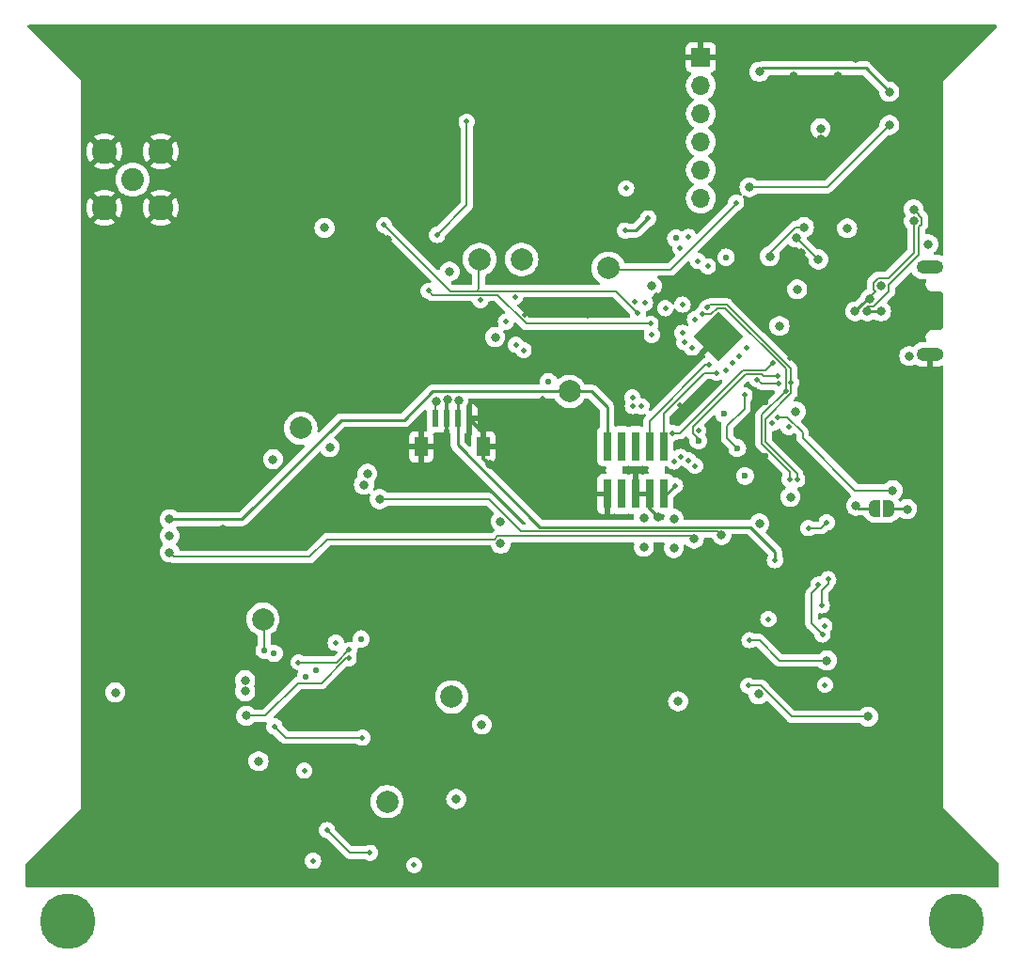
<source format=gbr>
%TF.GenerationSoftware,KiCad,Pcbnew,8.0.2-1*%
%TF.CreationDate,2024-07-17T18:36:44-07:00*%
%TF.ProjectId,FC_V4b,46435f56-3462-42e6-9b69-6361645f7063,rev?*%
%TF.SameCoordinates,Original*%
%TF.FileFunction,Copper,L4,Bot*%
%TF.FilePolarity,Positive*%
%FSLAX46Y46*%
G04 Gerber Fmt 4.6, Leading zero omitted, Abs format (unit mm)*
G04 Created by KiCad (PCBNEW 8.0.2-1) date 2024-07-17 18:36:44*
%MOMM*%
%LPD*%
G01*
G04 APERTURE LIST*
G04 Aperture macros list*
%AMRotRect*
0 Rectangle, with rotation*
0 The origin of the aperture is its center*
0 $1 length*
0 $2 width*
0 $3 Rotation angle, in degrees counterclockwise*
0 Add horizontal line*
21,1,$1,$2,0,0,$3*%
%AMFreePoly0*
4,1,19,0.500000,-0.750000,0.000000,-0.750000,0.000000,-0.744911,-0.071157,-0.744911,-0.207708,-0.704816,-0.327430,-0.627875,-0.420627,-0.520320,-0.479746,-0.390866,-0.500000,-0.250000,-0.500000,0.250000,-0.479746,0.390866,-0.420627,0.520320,-0.327430,0.627875,-0.207708,0.704816,-0.071157,0.744911,0.000000,0.744911,0.000000,0.750000,0.500000,0.750000,0.500000,-0.750000,0.500000,-0.750000,
$1*%
%AMFreePoly1*
4,1,19,0.000000,0.744911,0.071157,0.744911,0.207708,0.704816,0.327430,0.627875,0.420627,0.520320,0.479746,0.390866,0.500000,0.250000,0.500000,-0.250000,0.479746,-0.390866,0.420627,-0.520320,0.327430,-0.627875,0.207708,-0.704816,0.071157,-0.744911,0.000000,-0.744911,0.000000,-0.750000,-0.500000,-0.750000,-0.500000,0.750000,0.000000,0.750000,0.000000,0.744911,0.000000,0.744911,
$1*%
G04 Aperture macros list end*
%TA.AperFunction,ComponentPad*%
%ADD10C,2.050000*%
%TD*%
%TA.AperFunction,ComponentPad*%
%ADD11C,2.250000*%
%TD*%
%TA.AperFunction,ComponentPad*%
%ADD12C,2.000000*%
%TD*%
%TA.AperFunction,ComponentPad*%
%ADD13C,5.000000*%
%TD*%
%TA.AperFunction,ComponentPad*%
%ADD14C,0.500000*%
%TD*%
%TA.AperFunction,SMDPad,CuDef*%
%ADD15RotRect,3.200000X3.200000X315.000000*%
%TD*%
%TA.AperFunction,ComponentPad*%
%ADD16O,2.416000X1.208000*%
%TD*%
%TA.AperFunction,ComponentPad*%
%ADD17R,1.700000X1.700000*%
%TD*%
%TA.AperFunction,ComponentPad*%
%ADD18O,1.700000X1.700000*%
%TD*%
%TA.AperFunction,SMDPad,CuDef*%
%ADD19R,0.760000X2.600000*%
%TD*%
%TA.AperFunction,SMDPad,CuDef*%
%ADD20R,0.600000X1.550000*%
%TD*%
%TA.AperFunction,SMDPad,CuDef*%
%ADD21R,1.200000X1.800000*%
%TD*%
%TA.AperFunction,SMDPad,CuDef*%
%ADD22FreePoly0,180.000000*%
%TD*%
%TA.AperFunction,SMDPad,CuDef*%
%ADD23FreePoly1,180.000000*%
%TD*%
%TA.AperFunction,ViaPad*%
%ADD24C,0.800000*%
%TD*%
%TA.AperFunction,ViaPad*%
%ADD25C,0.600000*%
%TD*%
%TA.AperFunction,ViaPad*%
%ADD26C,0.460000*%
%TD*%
%TA.AperFunction,ViaPad*%
%ADD27C,0.560000*%
%TD*%
%TA.AperFunction,Conductor*%
%ADD28C,0.300000*%
%TD*%
%TA.AperFunction,Conductor*%
%ADD29C,0.250000*%
%TD*%
%TA.AperFunction,Conductor*%
%ADD30C,0.127000*%
%TD*%
%TA.AperFunction,Conductor*%
%ADD31C,0.200000*%
%TD*%
%TA.AperFunction,Conductor*%
%ADD32C,0.152400*%
%TD*%
G04 APERTURE END LIST*
D10*
%TO.P,J6,1,In*%
%TO.N,Net-(J6-In)*%
X153170000Y-71210000D03*
D11*
%TO.P,J6,2,Ext*%
%TO.N,GND*%
X150630000Y-68670000D03*
X150630000Y-73750000D03*
X155710000Y-68670000D03*
X155710000Y-73750000D03*
%TD*%
D12*
%TO.P,TP3,1,1*%
%TO.N,Net-(U9-RESET)*%
X164900000Y-110800000D03*
%TD*%
%TO.P,TP6,1,1*%
%TO.N,Net-(IC3-EVI)*%
X168300000Y-93600000D03*
%TD*%
D13*
%TO.P,H2,1*%
%TO.N,N/C*%
X227300000Y-138000000D03*
%TD*%
D12*
%TO.P,TP5,1,1*%
%TO.N,+5V*%
X181900000Y-117800000D03*
%TD*%
D13*
%TO.P,H1,1*%
%TO.N,N/C*%
X147300000Y-138000000D03*
%TD*%
D12*
%TO.P,TP4,1,1*%
%TO.N,Net-(U9-STBY)*%
X176067500Y-127240000D03*
%TD*%
%TO.P,TP2,1,1*%
%TO.N,FC_RESET*%
X192500000Y-90300000D03*
%TD*%
%TO.P,TP8,1,1*%
%TO.N,RF1_IO0*%
X188200000Y-78400000D03*
%TD*%
D14*
%TO.P,IC1,57,GND*%
%TO.N,GND*%
X205930000Y-83400812D03*
X204020812Y-85310000D03*
D15*
X205930000Y-85310000D03*
D14*
X207839188Y-85310000D03*
X205930000Y-87219188D03*
%TD*%
D12*
%TO.P,TP7,1,1*%
%TO.N,RF1_IO4*%
X184400000Y-78400000D03*
%TD*%
%TO.P,TP1,1,1*%
%TO.N,D3*%
X196000000Y-79200000D03*
%TD*%
D16*
%TO.P,J8,SH1,Shield*%
%TO.N,GND*%
X224920000Y-86970000D03*
%TO.P,J8,SH6*%
%TO.N,N/C*%
X224920000Y-79070000D03*
%TD*%
D17*
%TO.P,J3,1,Pin_1*%
%TO.N,GND*%
X204330000Y-60190000D03*
D18*
%TO.P,J3,2,Pin_2*%
%TO.N,TX*%
X204330000Y-62730000D03*
%TO.P,J3,3,Pin_3*%
%TO.N,RX*%
X204330000Y-65270000D03*
%TO.P,J3,4,Pin_4*%
%TO.N,SCL1*%
X204330000Y-67810000D03*
%TO.P,J3,5,Pin_5*%
%TO.N,SDA1*%
X204330000Y-70350000D03*
%TO.P,J3,6,Pin_6*%
%TO.N,3.3V*%
X204330000Y-72890000D03*
%TD*%
D19*
%TO.P,J1,1,VTref*%
%TO.N,3.3V*%
X200980000Y-99530000D03*
%TO.P,J1,2,SWDIO/TMS*%
%TO.N,SWDIO*%
X200980000Y-95230000D03*
%TO.P,J1,3,GND*%
%TO.N,GND*%
X199710000Y-99530000D03*
%TO.P,J1,4,SWDCLK/TCK*%
%TO.N,SWCLK*%
X199710000Y-95230000D03*
%TO.P,J1,5,GND*%
%TO.N,GND*%
X198440000Y-99530000D03*
%TO.P,J1,6,SWO/TDO*%
%TO.N,unconnected-(J1-SWO{slash}TDO-Pad6)*%
X198440000Y-95230000D03*
%TO.P,J1,7,KEY*%
%TO.N,unconnected-(J1-KEY-Pad7)*%
X197170000Y-99530000D03*
%TO.P,J1,8,NC/TDI*%
%TO.N,unconnected-(J1-NC{slash}TDI-Pad8)*%
X197170000Y-95230000D03*
%TO.P,J1,9,GNDDetect*%
%TO.N,GND*%
X195900000Y-99530000D03*
%TO.P,J1,10,~{RESET}*%
%TO.N,FC_RESET*%
X195900000Y-95230000D03*
%TD*%
D20*
%TO.P,J12,1,1*%
%TO.N,3.3V*%
X180440000Y-92747500D03*
%TO.P,J12,2,2*%
%TO.N,GND*%
X181440000Y-92747500D03*
%TO.P,J12,3,3*%
%TO.N,VCC_RF1*%
X182440000Y-92747500D03*
%TO.P,J12,4,4*%
%TO.N,GND*%
X183440000Y-92747500D03*
D21*
%TO.P,J12,S1,SHIELD*%
X179140000Y-95272500D03*
%TO.P,J12,S2,SHIELD*%
X184740000Y-95272500D03*
%TD*%
D22*
%TO.P,JP11,1,A*%
%TO.N,3.3V*%
X221260000Y-100840000D03*
D23*
%TO.P,JP11,2,B*%
%TO.N,Net-(JP11-B)*%
X219960000Y-100840000D03*
%TD*%
D24*
%TO.N,3.3V*%
X164500000Y-123600000D03*
%TO.N,GND*%
X182000000Y-97000000D03*
D25*
X153230000Y-62770000D03*
X210100000Y-96100000D03*
D26*
X171117500Y-119010000D03*
D24*
X185300000Y-96900000D03*
D26*
X171077500Y-120610000D03*
D24*
X161300000Y-102700000D03*
X213300000Y-83200000D03*
D25*
X159110000Y-58990000D03*
D24*
X216800000Y-106900000D03*
X193900000Y-60000000D03*
D25*
X152860000Y-64860000D03*
D24*
X200500000Y-101600000D03*
D26*
X172267500Y-133070000D03*
D24*
X212700000Y-61900000D03*
D26*
X168667500Y-119030000D03*
D25*
X154870000Y-65870000D03*
X151810000Y-60210000D03*
D24*
X171400000Y-86100000D03*
D27*
X194100000Y-86800000D03*
D24*
X174000000Y-95100000D03*
X181500000Y-102500000D03*
X175800000Y-78900000D03*
D25*
X164430000Y-59240000D03*
D24*
X161500000Y-91200000D03*
D26*
X175957500Y-130250000D03*
X184610000Y-84030000D03*
X179007500Y-116450000D03*
X200300000Y-81610000D03*
D24*
X177400000Y-86500000D03*
D25*
X155270000Y-61360000D03*
D24*
X221430000Y-75570000D03*
X209900000Y-75400000D03*
D25*
X153930000Y-65870000D03*
X155250000Y-62360000D03*
X153120000Y-58960000D03*
X164550000Y-61340000D03*
D26*
X185227500Y-127480000D03*
D25*
X158020000Y-58980000D03*
D26*
X178027500Y-124640000D03*
D24*
X213390000Y-77840000D03*
D25*
X164510000Y-60360000D03*
D24*
X168800000Y-65300000D03*
D26*
X182427500Y-120580000D03*
D25*
X154380000Y-58940000D03*
D24*
X174100000Y-96400000D03*
D26*
X215200000Y-84900000D03*
D24*
X179200000Y-97000000D03*
X222660000Y-96000000D03*
D26*
X189950000Y-85580000D03*
X170877500Y-128520000D03*
D25*
X153120000Y-63830000D03*
D26*
X163627500Y-133010000D03*
D24*
X209520000Y-120000000D03*
X177300000Y-107400000D03*
D25*
X153940000Y-66910000D03*
D24*
X216725000Y-69530636D03*
X156500000Y-100300000D03*
X170900000Y-92100000D03*
X218147182Y-70952818D03*
D26*
X167497500Y-128690000D03*
D25*
X210151545Y-91251545D03*
X155580000Y-58990000D03*
D24*
X193625304Y-79900000D03*
X220400000Y-84690000D03*
D26*
X205900000Y-77570000D03*
D24*
X181500000Y-91005000D03*
X215100000Y-67600000D03*
D27*
X199373000Y-86198548D03*
D26*
X174197500Y-125740000D03*
D24*
X171300000Y-107800000D03*
D25*
X162580000Y-58200000D03*
D26*
X221800000Y-102500000D03*
D24*
X216700000Y-61900000D03*
X166000000Y-107100000D03*
X218300000Y-60300000D03*
X220700000Y-70800000D03*
D25*
X151800000Y-61520000D03*
X151920000Y-58970000D03*
X161280000Y-58230000D03*
D26*
X194100000Y-83500000D03*
D25*
X156770000Y-58980000D03*
D24*
X194600000Y-99600000D03*
X176094166Y-76605834D03*
D26*
X168637500Y-120610000D03*
D25*
X163890000Y-58230000D03*
X209100000Y-96900000D03*
D24*
X217100000Y-96600000D03*
D25*
X155990000Y-65870000D03*
D26*
X202427913Y-91510000D03*
D24*
X206800000Y-76700000D03*
D25*
X159190000Y-60740000D03*
D24*
X189070000Y-95910000D03*
D25*
X160210000Y-58640000D03*
D26*
X188490000Y-83380000D03*
D24*
X166100000Y-86500000D03*
D25*
X152330000Y-66910000D03*
D24*
X220400000Y-87700000D03*
D26*
X212300000Y-87300000D03*
X190080000Y-90960000D03*
D24*
X151500000Y-115300000D03*
X178200000Y-76500000D03*
X161000000Y-96900000D03*
D25*
X152370000Y-65680000D03*
D24*
%TO.N,3.3V*%
X182300000Y-127000000D03*
D26*
X168617500Y-124450000D03*
D24*
X201900000Y-104400000D03*
D26*
X184480000Y-82086500D03*
D24*
X217500000Y-75600000D03*
D25*
X208300000Y-97900000D03*
D24*
X186300000Y-104000000D03*
D27*
X206600000Y-78200000D03*
D24*
X186300000Y-102000000D03*
X201900000Y-101775000D03*
X151600000Y-117400000D03*
X180500000Y-91200000D03*
X199200000Y-104300000D03*
X202280000Y-118210000D03*
D26*
X169407500Y-132570000D03*
X211335156Y-89612344D03*
X210400000Y-110800000D03*
D27*
X165900000Y-113900000D03*
D24*
X184600000Y-120300000D03*
D27*
X190600000Y-89400000D03*
D24*
X209510000Y-117560000D03*
X165800000Y-96400000D03*
D26*
X178517500Y-132960000D03*
X209400000Y-89210328D03*
D24*
X199200000Y-101700000D03*
X222900000Y-100900000D03*
X156500000Y-103300000D03*
X211400000Y-84400000D03*
X181700000Y-79500000D03*
D26*
X188360000Y-86580000D03*
D24*
X170900000Y-95300000D03*
D27*
X202073851Y-76500000D03*
D26*
X202010000Y-98770000D03*
D24*
X213000000Y-81100000D03*
D25*
X206400000Y-92300000D03*
D24*
X215100000Y-66600000D03*
%TO.N,VBUS*%
X220550000Y-80800000D03*
X223100000Y-87100000D03*
X224800000Y-77030000D03*
D26*
%TO.N,VCC_RF1*%
X211000000Y-105500000D03*
D24*
X182500000Y-91100000D03*
D26*
%TO.N,D3*%
X201900000Y-96600000D03*
X199916500Y-85200000D03*
D24*
X208700000Y-71900000D03*
X221300000Y-66300000D03*
D26*
X207500000Y-73300000D03*
%TO.N,ENABLE_BURN {slash} PC*%
X203796738Y-83787000D03*
X210761406Y-93138594D03*
%TO.N,I2C_RESET {slash} VS*%
X202679075Y-82473441D03*
X212226500Y-93500000D03*
%TO.N,ENAB_RF {slash} D2*%
X202500000Y-96200000D03*
X202660000Y-85010000D03*
X208600000Y-116800000D03*
D24*
X219380000Y-119590000D03*
D26*
%TO.N,VBUS_RESET {slash} D4*%
X203200000Y-96500000D03*
X215506396Y-116726396D03*
X202849500Y-85860738D03*
D24*
%TO.N,BURN_RELAY_A {slash} D5*%
X215670000Y-114530688D03*
D26*
X203800000Y-97000000D03*
X208700000Y-112700000D03*
X203550000Y-86350000D03*
%TO.N,D7*%
X215450000Y-111420000D03*
%TO.N,D6*%
X215280000Y-112190000D03*
X214900000Y-107700000D03*
%TO.N,D8*%
X215210000Y-109560000D03*
X215800000Y-107200000D03*
%TO.N,SPI0_CS1*%
X172616007Y-114327687D03*
X208417107Y-86382893D03*
X204087000Y-93800000D03*
D24*
X163400000Y-119500000D03*
D26*
%TO.N,D9*%
X215647500Y-102100000D03*
X214006500Y-102600000D03*
%TO.N,TX*%
X204950000Y-79020000D03*
%TO.N,RX*%
X204070000Y-78550000D03*
%TO.N,SPI0_CS2*%
X210793500Y-87760145D03*
X201790003Y-94040119D03*
X168100000Y-114700000D03*
X172672887Y-113572891D03*
%TO.N,SDA1*%
X203210000Y-76390000D03*
X186770000Y-84000000D03*
D24*
X174300000Y-97700000D03*
X185800000Y-85400000D03*
D26*
%TO.N,SCL1*%
X187678042Y-86101958D03*
D24*
X174000000Y-98700000D03*
D26*
X187600000Y-81760000D03*
X202475000Y-77375000D03*
%TO.N,SDA0*%
X212454906Y-89500000D03*
X204850522Y-82754243D03*
X213000000Y-98200000D03*
%TO.N,SCL0*%
X211961406Y-90238594D03*
X204462067Y-83351099D03*
X212300000Y-98200000D03*
D24*
%TO.N,D0*%
X156500000Y-104800000D03*
D25*
X204098591Y-94722149D03*
D26*
X211200000Y-88900000D03*
D24*
X203700000Y-103552000D03*
%TO.N,FC_RESET*%
X221300000Y-63300000D03*
D26*
X199574500Y-74700000D03*
D24*
X156500000Y-101800000D03*
D26*
X197500000Y-75800000D03*
D24*
X209600000Y-61500000D03*
D26*
%TO.N,SWCLK*%
X205044501Y-87897613D03*
%TO.N,SWDIO*%
X205760000Y-88610000D03*
%TO.N,SPI0_MISO*%
X201127420Y-82797802D03*
X198969818Y-91630182D03*
D27*
X173722995Y-112593495D03*
D26*
X197600000Y-72001499D03*
X171457500Y-112930000D03*
%TO.N,SPI0_CS0*%
X183240000Y-66001499D03*
X180570000Y-76200000D03*
D24*
%TO.N,SPI0_SCK*%
X163300000Y-116300000D03*
D26*
X199292286Y-82307714D03*
X198200000Y-91600000D03*
D27*
X169700000Y-115400000D03*
%TO.N,SPI0_MOSI*%
X168719166Y-116019166D03*
D26*
X198167044Y-90827408D03*
D24*
X163300000Y-117300003D03*
D26*
X198371758Y-82190609D03*
%TO.N,RF1_RST*%
X206570000Y-88420000D03*
D24*
X199900000Y-80800000D03*
D26*
%TO.N,WDT_WDI*%
X208261406Y-90638594D03*
D25*
X207600000Y-95400000D03*
D26*
%TO.N,RF1_IO4*%
X198640000Y-83210000D03*
X175800000Y-75300000D03*
X207168321Y-87727200D03*
D24*
%TO.N,RF1_IO0*%
X170439847Y-75560153D03*
D26*
X207730000Y-87140000D03*
X199794371Y-84205629D03*
X179790000Y-81240000D03*
%TO.N,NEOPIX*%
X211239500Y-92600000D03*
D24*
X221600000Y-99200000D03*
%TO.N,/QSPI_DATA[3]*%
X210527330Y-78127330D03*
X213600000Y-75500000D03*
%TO.N,/QSPI_DATA[0]*%
X212900000Y-76423800D03*
X214900000Y-78400000D03*
%TO.N,RTC_INT*%
X212400000Y-99800000D03*
X212890000Y-92100000D03*
X206200000Y-103225000D03*
X175400000Y-100000000D03*
X209600000Y-102200000D03*
%TO.N,USB_D-*%
X223489169Y-74945000D03*
X218210000Y-83080000D03*
X219580000Y-81940000D03*
%TO.N,USB_D+*%
X219320000Y-83080000D03*
X220550000Y-83090000D03*
X223489169Y-73895000D03*
D26*
%TO.N,CANL*%
X170677500Y-129800000D03*
X174537500Y-131840000D03*
D27*
%TO.N,Net-(U9-RESET)*%
X165000000Y-113600000D03*
D26*
%TO.N,TXCAN*%
X165928750Y-120471250D03*
X173847500Y-121480000D03*
D24*
%TO.N,Net-(JP11-B)*%
X218300000Y-100600000D03*
%TD*%
D28*
%TO.N,GND*%
X184740000Y-95272500D02*
X184740000Y-96340000D01*
X199710000Y-99530000D02*
X199710000Y-100810000D01*
X184740000Y-94047500D02*
X183440000Y-92747500D01*
X184740000Y-96340000D02*
X185300000Y-96900000D01*
X198440000Y-99530000D02*
X199710000Y-99530000D01*
X181440000Y-92747500D02*
X181440000Y-91065000D01*
X194670000Y-99530000D02*
X194600000Y-99600000D01*
X181440000Y-91065000D02*
X181500000Y-91005000D01*
X179140000Y-95272500D02*
X179140000Y-96940000D01*
X199710000Y-100810000D02*
X200500000Y-101600000D01*
X195900000Y-99530000D02*
X194670000Y-99530000D01*
X184740000Y-95272500D02*
X184740000Y-94047500D01*
X179140000Y-96940000D02*
X179200000Y-97000000D01*
D29*
%TO.N,3.3V*%
X222840000Y-100840000D02*
X222900000Y-100900000D01*
X221260000Y-100840000D02*
X222840000Y-100840000D01*
D30*
X180440000Y-91260000D02*
X180500000Y-91200000D01*
X211335156Y-89612344D02*
X211322812Y-89600000D01*
X211322812Y-89600000D02*
X209789672Y-89600000D01*
D29*
X200980000Y-99530000D02*
X201250000Y-99530000D01*
D30*
X209789672Y-89600000D02*
X209400000Y-89210328D01*
X180440000Y-91410000D02*
X180440000Y-91500000D01*
D29*
X201250000Y-99530000D02*
X202010000Y-98770000D01*
D30*
X180440000Y-91500000D02*
X180440000Y-91260000D01*
X180430000Y-91400000D02*
X180440000Y-91410000D01*
X180440000Y-91500000D02*
X180440000Y-92747500D01*
D29*
%TO.N,VCC_RF1*%
X189817500Y-102500000D02*
X182440000Y-95122500D01*
X208790000Y-102500000D02*
X189817500Y-102500000D01*
X211000000Y-104710000D02*
X208790000Y-102500000D01*
X182440000Y-95122500D02*
X182440000Y-92747500D01*
X211000000Y-105500000D02*
X211000000Y-104710000D01*
X182440000Y-91160000D02*
X182500000Y-91100000D01*
X182440000Y-92747500D02*
X182440000Y-91160000D01*
D30*
%TO.N,D3*%
X201610000Y-79300000D02*
X196700000Y-79300000D01*
X208700000Y-71900000D02*
X215700000Y-71900000D01*
X196700000Y-79300000D02*
X196600000Y-79200000D01*
X207500000Y-73410000D02*
X201610000Y-79300000D01*
X207500000Y-73300000D02*
X207500000Y-73410000D01*
X215700000Y-71900000D02*
X221300000Y-66300000D01*
%TO.N,ENAB_RF {slash} D2*%
X212524208Y-119590000D02*
X219380000Y-119590000D01*
X208600000Y-116800000D02*
X209734208Y-116800000D01*
X209734208Y-116800000D02*
X212524208Y-119590000D01*
%TO.N,BURN_RELAY_A {slash} D5*%
X211430688Y-114530688D02*
X215670000Y-114530688D01*
X209600000Y-112700000D02*
X211430688Y-114530688D01*
X208700000Y-112700000D02*
X209600000Y-112700000D01*
%TO.N,D6*%
X214300000Y-108500000D02*
X214300000Y-111210000D01*
X214900000Y-107700000D02*
X214900000Y-107900000D01*
X214300000Y-111210000D02*
X215280000Y-112190000D01*
X214900000Y-107900000D02*
X214300000Y-108500000D01*
%TO.N,D8*%
X215210000Y-108190000D02*
X215210000Y-109560000D01*
X215800000Y-107200000D02*
X215800000Y-107600000D01*
X215800000Y-107600000D02*
X215210000Y-108190000D01*
%TO.N,SPI0_CS1*%
X172380539Y-114327687D02*
X170145560Y-116562666D01*
X172616007Y-114327687D02*
X172380539Y-114327687D01*
X165100000Y-119500000D02*
X163400000Y-119500000D01*
X170145560Y-116562666D02*
X168037334Y-116562666D01*
X168037334Y-116562666D02*
X165100000Y-119500000D01*
%TO.N,D9*%
X215647500Y-102100000D02*
X215147500Y-102600000D01*
X215147500Y-102600000D02*
X214006500Y-102600000D01*
%TO.N,SPI0_CS2*%
X168130000Y-114730000D02*
X168100000Y-114700000D01*
X171515778Y-114730000D02*
X168130000Y-114730000D01*
X210163817Y-88389828D02*
X210793500Y-87760145D01*
X208110172Y-88389828D02*
X210163817Y-88389828D01*
X202459881Y-94040119D02*
X208110172Y-88389828D01*
X172672887Y-113572891D02*
X171515778Y-114730000D01*
X201790003Y-94040119D02*
X202459881Y-94040119D01*
%TO.N,SDA0*%
X212454906Y-89500000D02*
X212454906Y-90443009D01*
X210127000Y-92770915D02*
X210127000Y-94867642D01*
X212454906Y-88261188D02*
X212454906Y-89500000D01*
X212454906Y-90443009D02*
X210127000Y-92770915D01*
X204850522Y-82754243D02*
X205148007Y-82456758D01*
X210127000Y-94867642D02*
X213000000Y-97740642D01*
X213000000Y-97740642D02*
X213000000Y-98200000D01*
X205148007Y-82456758D02*
X206650476Y-82456758D01*
X206650476Y-82456758D02*
X212454906Y-88261188D01*
%TO.N,SCL0*%
X204462067Y-83351099D02*
X205253513Y-83351099D01*
X211961406Y-88230136D02*
X211961406Y-90238594D01*
X209800000Y-95003090D02*
X212300000Y-97503090D01*
X206515028Y-82783758D02*
X211961406Y-88230136D01*
X209800000Y-92400000D02*
X209800000Y-95003090D01*
X205253513Y-83351099D02*
X205820854Y-82783758D01*
X212300000Y-97503090D02*
X212300000Y-98200000D01*
X211961406Y-90238594D02*
X209800000Y-92400000D01*
X205820854Y-82783758D02*
X206515028Y-82783758D01*
%TO.N,D0*%
X209816828Y-88716828D02*
X210000000Y-88900000D01*
X169100000Y-105200000D02*
X156900000Y-105200000D01*
X203484500Y-103336500D02*
X186025169Y-103336500D01*
X204098591Y-94609506D02*
X203593500Y-94104415D01*
X208394789Y-88716828D02*
X209816828Y-88716828D01*
X203593500Y-94104415D02*
X203593500Y-93518117D01*
X186025169Y-103336500D02*
X185761669Y-103600000D01*
X203593500Y-93518117D02*
X208394789Y-88716828D01*
X203700000Y-103552000D02*
X203484500Y-103336500D01*
X204098591Y-94722149D02*
X204098591Y-94609506D01*
X210000000Y-88900000D02*
X211200000Y-88900000D01*
X156900000Y-105200000D02*
X156500000Y-104800000D01*
X170700000Y-103600000D02*
X169100000Y-105200000D01*
X185761669Y-103600000D02*
X170700000Y-103600000D01*
D29*
%TO.N,FC_RESET*%
X209925000Y-61175000D02*
X219175000Y-61175000D01*
X219175000Y-61175000D02*
X221300000Y-63300000D01*
X198474500Y-75800000D02*
X199574500Y-74700000D01*
X194470000Y-90280000D02*
X180205111Y-90280000D01*
X197500000Y-75800000D02*
X198474500Y-75800000D01*
X177600000Y-92885111D02*
X171914889Y-92885111D01*
X180205111Y-90280000D02*
X177600000Y-92885111D01*
X163000000Y-101800000D02*
X156500000Y-101800000D01*
X195900000Y-91710000D02*
X194470000Y-90280000D01*
X195900000Y-95230000D02*
X195900000Y-91710000D01*
X209600000Y-61500000D02*
X209925000Y-61175000D01*
X171914889Y-92885111D02*
X163000000Y-101800000D01*
D30*
%TO.N,SWCLK*%
X205044501Y-87897613D02*
X204756601Y-87897613D01*
X199710000Y-92944214D02*
X199710000Y-95230000D01*
X204756601Y-87897613D02*
X199710000Y-92944214D01*
%TO.N,SWDIO*%
X205760000Y-88610000D02*
X204630000Y-88610000D01*
X200980000Y-92260000D02*
X200980000Y-95230000D01*
X204630000Y-88610000D02*
X200980000Y-92260000D01*
%TO.N,SPI0_CS0*%
X183240000Y-73530000D02*
X183240000Y-66001499D01*
X180570000Y-76200000D02*
X183240000Y-73530000D01*
%TO.N,WDT_WDI*%
X206700000Y-94500000D02*
X207600000Y-95400000D01*
X208261406Y-90638594D02*
X208261406Y-91838594D01*
X208261406Y-91838594D02*
X206700000Y-93400000D01*
X206700000Y-93400000D02*
X206700000Y-94500000D01*
D31*
%TO.N,RF1_IO4*%
X184336500Y-81063500D02*
X184200000Y-81200000D01*
X184400000Y-78400000D02*
X184336500Y-78463500D01*
X184336500Y-78463500D02*
X184336500Y-81063500D01*
D30*
X181766500Y-81266500D02*
X196696500Y-81266500D01*
X196696500Y-81266500D02*
X198640000Y-83210000D01*
X175800000Y-75300000D02*
X181766500Y-81266500D01*
%TO.N,RF1_IO0*%
X188612129Y-84205629D02*
X199794371Y-84205629D01*
X179790000Y-81240000D02*
X180143500Y-81593500D01*
X186000000Y-81593500D02*
X188612129Y-84205629D01*
X180143500Y-81593500D02*
X186000000Y-81593500D01*
%TO.N,NEOPIX*%
X213500731Y-94000731D02*
X213500731Y-94500731D01*
X213500731Y-94500731D02*
X218200000Y-99200000D01*
X212100000Y-92600000D02*
X213500731Y-94000731D01*
X218200000Y-99200000D02*
X221600000Y-99200000D01*
X211239500Y-92600000D02*
X212100000Y-92600000D01*
D32*
%TO.N,/QSPI_DATA[3]*%
X210527330Y-77840178D02*
X212867508Y-75500000D01*
X212867508Y-75500000D02*
X213600000Y-75500000D01*
X210527330Y-78127330D02*
X210527330Y-77840178D01*
%TO.N,/QSPI_DATA[0]*%
X212930092Y-76423800D02*
X214900000Y-78393708D01*
X212900000Y-76423800D02*
X212930092Y-76423800D01*
X214900000Y-78393708D02*
X214900000Y-78400000D01*
D30*
%TO.N,RTC_INT*%
X205863500Y-102888500D02*
X188126831Y-102888500D01*
X206200000Y-103225000D02*
X205863500Y-102888500D01*
X188126831Y-102888500D02*
X185238331Y-100000000D01*
X185238331Y-100000000D02*
X175400000Y-100000000D01*
D31*
%TO.N,USB_D-*%
X223489169Y-74945000D02*
X223489169Y-77800831D01*
X220025025Y-81264975D02*
X218210000Y-83080000D01*
X220260050Y-80100000D02*
X219850000Y-80510050D01*
X219850000Y-81089950D02*
X220025025Y-81264975D01*
X221190000Y-80100000D02*
X220260050Y-80100000D01*
D29*
X219350000Y-81940000D02*
X218210000Y-83080000D01*
D31*
X223489169Y-77800831D02*
X221190000Y-80100000D01*
X219850000Y-80510050D02*
X219850000Y-81089950D01*
D29*
X219580000Y-81940000D02*
X219350000Y-81940000D01*
D31*
%TO.N,USB_D+*%
X221250000Y-80676397D02*
X221250000Y-81259950D01*
X224189169Y-74655050D02*
X224189169Y-75234950D01*
X219869950Y-82640000D02*
X219320000Y-82640000D01*
X223489169Y-73895000D02*
X223939169Y-74345000D01*
X223939169Y-77987228D02*
X221250000Y-80676397D01*
D29*
X220540000Y-83080000D02*
X220550000Y-83090000D01*
D31*
X223939169Y-74405050D02*
X224189169Y-74655050D01*
X219320000Y-82640000D02*
X219320000Y-83080000D01*
X223939169Y-75484950D02*
X223939169Y-77987228D01*
X223939169Y-74345000D02*
X223939169Y-74405050D01*
X221250000Y-81259950D02*
X219869950Y-82640000D01*
D29*
X219320000Y-83080000D02*
X220540000Y-83080000D01*
D31*
X224189169Y-75234950D02*
X223939169Y-75484950D01*
D30*
%TO.N,CANL*%
X172717500Y-131840000D02*
X174537500Y-131840000D01*
X170677500Y-129800000D02*
X172717500Y-131840000D01*
D31*
%TO.N,Net-(U9-RESET)*%
X165000000Y-113600000D02*
X165000000Y-110900000D01*
X165000000Y-110900000D02*
X164900000Y-110800000D01*
D30*
%TO.N,TXCAN*%
X166937500Y-121480000D02*
X173847500Y-121480000D01*
X165928750Y-120471250D02*
X166937500Y-121480000D01*
D29*
%TO.N,Net-(JP11-B)*%
X218540000Y-100840000D02*
X218300000Y-100600000D01*
X219960000Y-100840000D02*
X218540000Y-100840000D01*
%TD*%
%TA.AperFunction,Conductor*%
%TO.N,GND*%
G36*
X179558834Y-91913379D02*
G01*
X179614767Y-91955251D01*
X179639184Y-92020715D01*
X179639500Y-92029561D01*
X179639500Y-93570370D01*
X179639501Y-93570376D01*
X179645909Y-93629984D01*
X179673950Y-93705168D01*
X179678934Y-93774859D01*
X179645448Y-93836182D01*
X179584125Y-93869666D01*
X179557768Y-93872500D01*
X179390000Y-93872500D01*
X179390000Y-95022500D01*
X180240000Y-95022500D01*
X180240000Y-94324672D01*
X180239999Y-94324655D01*
X180233598Y-94265127D01*
X180233597Y-94265123D01*
X180205702Y-94190333D01*
X180200718Y-94120641D01*
X180234203Y-94059318D01*
X180295526Y-94025833D01*
X180321877Y-94022999D01*
X180787872Y-94022999D01*
X180847483Y-94016591D01*
X180897382Y-93997979D01*
X180967069Y-93992994D01*
X180984048Y-93997979D01*
X181032628Y-94016098D01*
X181032627Y-94016098D01*
X181092155Y-94022499D01*
X181092172Y-94022500D01*
X181190000Y-94022500D01*
X181190000Y-93770568D01*
X181197817Y-93727237D01*
X181234091Y-93629983D01*
X181240500Y-93570373D01*
X181240499Y-92621498D01*
X181260183Y-92554461D01*
X181312987Y-92508706D01*
X181364499Y-92497500D01*
X181515500Y-92497500D01*
X181582539Y-92517185D01*
X181628294Y-92569989D01*
X181639500Y-92621500D01*
X181639500Y-93570370D01*
X181639501Y-93570376D01*
X181645908Y-93629981D01*
X181645909Y-93629983D01*
X181682182Y-93727237D01*
X181690000Y-93770568D01*
X181690000Y-94022500D01*
X181690500Y-94022500D01*
X181757539Y-94042185D01*
X181803294Y-94094989D01*
X181814500Y-94146500D01*
X181814500Y-95184106D01*
X181837552Y-95300000D01*
X181838538Y-95304955D01*
X181838538Y-95304956D01*
X181847149Y-95325743D01*
X181847150Y-95325747D01*
X181885685Y-95418781D01*
X181885687Y-95418785D01*
X181885688Y-95418786D01*
X181916487Y-95464878D01*
X181954142Y-95521233D01*
X182041267Y-95608358D01*
X182041268Y-95608358D01*
X182048335Y-95615425D01*
X182048334Y-95615425D01*
X182048338Y-95615428D01*
X188545728Y-102112819D01*
X188579213Y-102174142D01*
X188574229Y-102243834D01*
X188532357Y-102299767D01*
X188466893Y-102324184D01*
X188458047Y-102324500D01*
X188411809Y-102324500D01*
X188344770Y-102304815D01*
X188324128Y-102288181D01*
X185696714Y-99660767D01*
X185696712Y-99660764D01*
X185584637Y-99548689D01*
X185584631Y-99548684D01*
X185456031Y-99474436D01*
X185453097Y-99473650D01*
X185431205Y-99467784D01*
X185431203Y-99467783D01*
X185356000Y-99447633D01*
X185312584Y-99436000D01*
X185312583Y-99436000D01*
X176159123Y-99436000D01*
X176092084Y-99416315D01*
X176066973Y-99394972D01*
X176005876Y-99327116D01*
X176005869Y-99327110D01*
X175852734Y-99215851D01*
X175852729Y-99215848D01*
X175679807Y-99138857D01*
X175679802Y-99138855D01*
X175534001Y-99107865D01*
X175494646Y-99099500D01*
X175305354Y-99099500D01*
X175272897Y-99106398D01*
X175120197Y-99138855D01*
X175120192Y-99138857D01*
X175005243Y-99190037D01*
X174935993Y-99199322D01*
X174872716Y-99169694D01*
X174835503Y-99110559D01*
X174836168Y-99040693D01*
X174836876Y-99038440D01*
X174849667Y-98999072D01*
X174885674Y-98888256D01*
X174905460Y-98700000D01*
X174885674Y-98511744D01*
X174879999Y-98494278D01*
X174878004Y-98424437D01*
X174905780Y-98372987D01*
X174905865Y-98372891D01*
X174905871Y-98372888D01*
X175032533Y-98232216D01*
X175127179Y-98068284D01*
X175185674Y-97888256D01*
X175205460Y-97700000D01*
X175185674Y-97511744D01*
X175127179Y-97331716D01*
X175032533Y-97167784D01*
X174905871Y-97027112D01*
X174901712Y-97024090D01*
X174752734Y-96915851D01*
X174752729Y-96915848D01*
X174579807Y-96838857D01*
X174579802Y-96838855D01*
X174434001Y-96807865D01*
X174394646Y-96799500D01*
X174205354Y-96799500D01*
X174172897Y-96806398D01*
X174020197Y-96838855D01*
X174020192Y-96838857D01*
X173847270Y-96915848D01*
X173847265Y-96915851D01*
X173694129Y-97027111D01*
X173567466Y-97167785D01*
X173472821Y-97331715D01*
X173472818Y-97331722D01*
X173414327Y-97511740D01*
X173414326Y-97511744D01*
X173398072Y-97666392D01*
X173394540Y-97700000D01*
X173414326Y-97888256D01*
X173414327Y-97888260D01*
X173420001Y-97905723D01*
X173421994Y-97975564D01*
X173394219Y-98027010D01*
X173267466Y-98167784D01*
X173172821Y-98331715D01*
X173172818Y-98331722D01*
X173134048Y-98451046D01*
X173114326Y-98511744D01*
X173094540Y-98700000D01*
X173114326Y-98888256D01*
X173114327Y-98888259D01*
X173172818Y-99068277D01*
X173172821Y-99068284D01*
X173267467Y-99232216D01*
X173328217Y-99299685D01*
X173394129Y-99372888D01*
X173547265Y-99484148D01*
X173547270Y-99484151D01*
X173720192Y-99561142D01*
X173720197Y-99561144D01*
X173905354Y-99600500D01*
X173905355Y-99600500D01*
X174094644Y-99600500D01*
X174094646Y-99600500D01*
X174279803Y-99561144D01*
X174394759Y-99509961D01*
X174464005Y-99500676D01*
X174527282Y-99530304D01*
X174564496Y-99589438D01*
X174563832Y-99659305D01*
X174563123Y-99661558D01*
X174514327Y-99811739D01*
X174514326Y-99811741D01*
X174514326Y-99811744D01*
X174494540Y-100000000D01*
X174514326Y-100188256D01*
X174514327Y-100188259D01*
X174572818Y-100368277D01*
X174572821Y-100368284D01*
X174667467Y-100532216D01*
X174783553Y-100661142D01*
X174794129Y-100672888D01*
X174947265Y-100784148D01*
X174947270Y-100784151D01*
X175120192Y-100861142D01*
X175120197Y-100861144D01*
X175305354Y-100900500D01*
X175305355Y-100900500D01*
X175494644Y-100900500D01*
X175494646Y-100900500D01*
X175679803Y-100861144D01*
X175852730Y-100784151D01*
X176005871Y-100672888D01*
X176005876Y-100672883D01*
X176066973Y-100605028D01*
X176126459Y-100568379D01*
X176159123Y-100564000D01*
X184953353Y-100564000D01*
X185020392Y-100583685D01*
X185041034Y-100600319D01*
X185645840Y-101205125D01*
X185679325Y-101266448D01*
X185674341Y-101336140D01*
X185650309Y-101375778D01*
X185567466Y-101467784D01*
X185472821Y-101631715D01*
X185472818Y-101631722D01*
X185417234Y-101802794D01*
X185414326Y-101811744D01*
X185394540Y-102000000D01*
X185414326Y-102188256D01*
X185414327Y-102188259D01*
X185472818Y-102368277D01*
X185472821Y-102368284D01*
X185567467Y-102532216D01*
X185694129Y-102672888D01*
X185695713Y-102674039D01*
X185696407Y-102674939D01*
X185698958Y-102677236D01*
X185698537Y-102677702D01*
X185738379Y-102729369D01*
X185744358Y-102798982D01*
X185711752Y-102860777D01*
X185684830Y-102881743D01*
X185678868Y-102885185D01*
X185678862Y-102885189D01*
X185573856Y-102990196D01*
X185573850Y-102990200D01*
X185564370Y-102999681D01*
X185558130Y-103003087D01*
X185554958Y-103005689D01*
X185554955Y-103005691D01*
X185554530Y-103005053D01*
X185503047Y-103033166D01*
X185476689Y-103036000D01*
X170781865Y-103036000D01*
X170781849Y-103035999D01*
X170774253Y-103035999D01*
X170625748Y-103035999D01*
X170494063Y-103071284D01*
X170482300Y-103074436D01*
X170353699Y-103148684D01*
X170353693Y-103148689D01*
X168902703Y-104599681D01*
X168841380Y-104633166D01*
X168815022Y-104636000D01*
X157483646Y-104636000D01*
X157416607Y-104616315D01*
X157370852Y-104563511D01*
X157365715Y-104550318D01*
X157359833Y-104532216D01*
X157327179Y-104431716D01*
X157232533Y-104267784D01*
X157111146Y-104132971D01*
X157080917Y-104069981D01*
X157089542Y-104000646D01*
X157111147Y-103967028D01*
X157129249Y-103946924D01*
X157232533Y-103832216D01*
X157327179Y-103668284D01*
X157385674Y-103488256D01*
X157405460Y-103300000D01*
X157385674Y-103111744D01*
X157327179Y-102931716D01*
X157232533Y-102767784D01*
X157148757Y-102674742D01*
X157111147Y-102632971D01*
X157080917Y-102569980D01*
X157089542Y-102500644D01*
X157111300Y-102466857D01*
X157111566Y-102466562D01*
X157111754Y-102466355D01*
X157171309Y-102429818D01*
X157203748Y-102425500D01*
X163061607Y-102425500D01*
X163122029Y-102413481D01*
X163182452Y-102401463D01*
X163232496Y-102380734D01*
X163296286Y-102354312D01*
X163351306Y-102317548D01*
X163398733Y-102285858D01*
X163485858Y-102198733D01*
X163485859Y-102198731D01*
X163492925Y-102191665D01*
X163492928Y-102191661D01*
X169464244Y-96220344D01*
X178040000Y-96220344D01*
X178046401Y-96279872D01*
X178046403Y-96279879D01*
X178096645Y-96414586D01*
X178096649Y-96414593D01*
X178182809Y-96529687D01*
X178182812Y-96529690D01*
X178297906Y-96615850D01*
X178297913Y-96615854D01*
X178432620Y-96666096D01*
X178432627Y-96666098D01*
X178492155Y-96672499D01*
X178492172Y-96672500D01*
X178890000Y-96672500D01*
X179390000Y-96672500D01*
X179787828Y-96672500D01*
X179787844Y-96672499D01*
X179847372Y-96666098D01*
X179847379Y-96666096D01*
X179982086Y-96615854D01*
X179982093Y-96615850D01*
X180097187Y-96529690D01*
X180097190Y-96529687D01*
X180183350Y-96414593D01*
X180183354Y-96414586D01*
X180233596Y-96279879D01*
X180233598Y-96279872D01*
X180239999Y-96220344D01*
X180240000Y-96220327D01*
X180240000Y-95522500D01*
X179390000Y-95522500D01*
X179390000Y-96672500D01*
X178890000Y-96672500D01*
X178890000Y-95522500D01*
X178040000Y-95522500D01*
X178040000Y-96220344D01*
X169464244Y-96220344D01*
X169937868Y-95746720D01*
X169999189Y-95713237D01*
X170068881Y-95718221D01*
X170124814Y-95760093D01*
X170132934Y-95772403D01*
X170167467Y-95832216D01*
X170199493Y-95867784D01*
X170294129Y-95972888D01*
X170447265Y-96084148D01*
X170447270Y-96084151D01*
X170620192Y-96161142D01*
X170620197Y-96161144D01*
X170805354Y-96200500D01*
X170805355Y-96200500D01*
X170994644Y-96200500D01*
X170994646Y-96200500D01*
X171179803Y-96161144D01*
X171352730Y-96084151D01*
X171505871Y-95972888D01*
X171632533Y-95832216D01*
X171727179Y-95668284D01*
X171785674Y-95488256D01*
X171805460Y-95300000D01*
X171785674Y-95111744D01*
X171727179Y-94931716D01*
X171632533Y-94767784D01*
X171505871Y-94627112D01*
X171505870Y-94627111D01*
X171363622Y-94523762D01*
X171320956Y-94468432D01*
X171314977Y-94398819D01*
X171347583Y-94337024D01*
X171348826Y-94335763D01*
X171359934Y-94324655D01*
X178040000Y-94324655D01*
X178040000Y-95022500D01*
X178890000Y-95022500D01*
X178890000Y-93872500D01*
X178492155Y-93872500D01*
X178432627Y-93878901D01*
X178432620Y-93878903D01*
X178297913Y-93929145D01*
X178297906Y-93929149D01*
X178182812Y-94015309D01*
X178182809Y-94015312D01*
X178096649Y-94130406D01*
X178096645Y-94130413D01*
X178046403Y-94265120D01*
X178046401Y-94265127D01*
X178040000Y-94324655D01*
X171359934Y-94324655D01*
X171718294Y-93966296D01*
X172137660Y-93546930D01*
X172198983Y-93513445D01*
X172225341Y-93510611D01*
X177661608Y-93510611D01*
X177661608Y-93510610D01*
X177729236Y-93497159D01*
X177729237Y-93497159D01*
X177747405Y-93493545D01*
X177782452Y-93486574D01*
X177815792Y-93472763D01*
X177896286Y-93439423D01*
X177947509Y-93405195D01*
X177998733Y-93370969D01*
X178085858Y-93283844D01*
X178085859Y-93283842D01*
X178092925Y-93276776D01*
X178092928Y-93276772D01*
X179427821Y-91941878D01*
X179489142Y-91908395D01*
X179558834Y-91913379D01*
G37*
%TD.AperFunction*%
%TA.AperFunction,Conductor*%
G36*
X191113117Y-90925185D02*
G01*
X191158872Y-90977989D01*
X191159634Y-90979691D01*
X191175825Y-91016605D01*
X191311833Y-91224782D01*
X191311836Y-91224785D01*
X191480256Y-91407738D01*
X191676491Y-91560474D01*
X191895190Y-91678828D01*
X192130386Y-91759571D01*
X192375665Y-91800500D01*
X192624335Y-91800500D01*
X192869614Y-91759571D01*
X193104810Y-91678828D01*
X193323509Y-91560474D01*
X193519744Y-91407738D01*
X193688164Y-91224785D01*
X193824173Y-91016607D01*
X193840366Y-90979691D01*
X193885321Y-90926205D01*
X193952057Y-90905514D01*
X193953922Y-90905500D01*
X194159548Y-90905500D01*
X194226587Y-90925185D01*
X194247229Y-90941819D01*
X195238181Y-91932771D01*
X195271666Y-91994094D01*
X195274500Y-92020452D01*
X195274500Y-93426506D01*
X195254815Y-93493545D01*
X195224811Y-93525772D01*
X195162460Y-93572448D01*
X195162451Y-93572457D01*
X195076206Y-93687664D01*
X195076202Y-93687671D01*
X195025908Y-93822517D01*
X195019501Y-93882116D01*
X195019500Y-93882135D01*
X195019500Y-96577870D01*
X195019501Y-96577876D01*
X195025908Y-96637483D01*
X195076202Y-96772328D01*
X195076206Y-96772335D01*
X195162452Y-96887544D01*
X195162455Y-96887547D01*
X195277664Y-96973793D01*
X195277671Y-96973797D01*
X195320742Y-96989861D01*
X195412517Y-97024091D01*
X195472127Y-97030500D01*
X195684143Y-97030499D01*
X195751182Y-97050183D01*
X195796937Y-97102987D01*
X195806881Y-97172145D01*
X195805761Y-97178689D01*
X195780500Y-97305689D01*
X195780500Y-97454316D01*
X195805860Y-97581809D01*
X195799633Y-97651401D01*
X195756770Y-97706578D01*
X195690880Y-97729822D01*
X195684243Y-97730000D01*
X195472155Y-97730000D01*
X195412627Y-97736401D01*
X195412620Y-97736403D01*
X195277913Y-97786645D01*
X195277906Y-97786649D01*
X195162812Y-97872809D01*
X195162809Y-97872812D01*
X195076649Y-97987906D01*
X195076645Y-97987913D01*
X195026403Y-98122620D01*
X195026401Y-98122627D01*
X195020000Y-98182155D01*
X195020000Y-99280000D01*
X196026000Y-99280000D01*
X196093039Y-99299685D01*
X196138794Y-99352489D01*
X196150000Y-99404000D01*
X196150000Y-101330000D01*
X196327828Y-101330000D01*
X196327844Y-101329999D01*
X196387372Y-101323598D01*
X196387376Y-101323597D01*
X196490951Y-101284966D01*
X196560643Y-101279982D01*
X196577614Y-101284965D01*
X196682517Y-101324091D01*
X196682516Y-101324091D01*
X196689444Y-101324835D01*
X196742127Y-101330500D01*
X197597872Y-101330499D01*
X197657483Y-101324091D01*
X197762382Y-101284965D01*
X197832073Y-101279982D01*
X197849049Y-101284966D01*
X197952623Y-101323597D01*
X197952627Y-101323598D01*
X198012155Y-101329999D01*
X198012172Y-101330000D01*
X198202707Y-101330000D01*
X198269746Y-101349685D01*
X198315501Y-101402489D01*
X198325445Y-101471647D01*
X198320638Y-101492319D01*
X198314326Y-101511742D01*
X198307879Y-101573081D01*
X198294540Y-101700000D01*
X198298485Y-101737540D01*
X198285917Y-101806268D01*
X198238185Y-101857292D01*
X198175165Y-101874500D01*
X190127953Y-101874500D01*
X190060914Y-101854815D01*
X190040272Y-101838181D01*
X189079935Y-100877844D01*
X195020000Y-100877844D01*
X195026401Y-100937372D01*
X195026403Y-100937379D01*
X195076645Y-101072086D01*
X195076649Y-101072093D01*
X195162809Y-101187187D01*
X195162812Y-101187190D01*
X195277906Y-101273350D01*
X195277913Y-101273354D01*
X195412620Y-101323596D01*
X195412627Y-101323598D01*
X195472155Y-101329999D01*
X195472172Y-101330000D01*
X195650000Y-101330000D01*
X195650000Y-99780000D01*
X195020000Y-99780000D01*
X195020000Y-100877844D01*
X189079935Y-100877844D01*
X185086272Y-96884181D01*
X185052787Y-96822858D01*
X185057771Y-96753166D01*
X185099643Y-96697233D01*
X185165107Y-96672816D01*
X185173953Y-96672500D01*
X185387828Y-96672500D01*
X185387844Y-96672499D01*
X185447372Y-96666098D01*
X185447379Y-96666096D01*
X185582086Y-96615854D01*
X185582093Y-96615850D01*
X185697187Y-96529690D01*
X185697190Y-96529687D01*
X185783350Y-96414593D01*
X185783354Y-96414586D01*
X185833596Y-96279879D01*
X185833598Y-96279872D01*
X185839999Y-96220344D01*
X185840000Y-96220327D01*
X185840000Y-95522500D01*
X184614000Y-95522500D01*
X184546961Y-95502815D01*
X184501206Y-95450011D01*
X184490000Y-95398500D01*
X184490000Y-95022500D01*
X184990000Y-95022500D01*
X185840000Y-95022500D01*
X185840000Y-94324672D01*
X185839999Y-94324655D01*
X185833598Y-94265127D01*
X185833596Y-94265120D01*
X185783354Y-94130413D01*
X185783350Y-94130406D01*
X185697190Y-94015312D01*
X185697187Y-94015309D01*
X185582093Y-93929149D01*
X185582086Y-93929145D01*
X185447379Y-93878903D01*
X185447372Y-93878901D01*
X185387844Y-93872500D01*
X184990000Y-93872500D01*
X184990000Y-95022500D01*
X184490000Y-95022500D01*
X184490000Y-93872500D01*
X184321698Y-93872500D01*
X184254659Y-93852815D01*
X184208904Y-93800011D01*
X184198960Y-93730853D01*
X184205516Y-93705166D01*
X184233597Y-93629876D01*
X184233598Y-93629872D01*
X184239999Y-93570344D01*
X184240000Y-93570327D01*
X184240000Y-92997500D01*
X183690000Y-92997500D01*
X183690000Y-94040951D01*
X183701291Y-94061629D01*
X183696307Y-94131320D01*
X183646403Y-94265119D01*
X183646401Y-94265127D01*
X183640000Y-94324655D01*
X183640000Y-95138547D01*
X183620315Y-95205586D01*
X183567511Y-95251341D01*
X183498353Y-95261285D01*
X183434797Y-95232260D01*
X183428319Y-95226228D01*
X183101819Y-94899728D01*
X183068334Y-94838405D01*
X183065500Y-94812047D01*
X183065500Y-94146500D01*
X183085185Y-94079461D01*
X183137989Y-94033706D01*
X183189500Y-94022500D01*
X183190000Y-94022500D01*
X183190000Y-93770568D01*
X183197817Y-93727237D01*
X183234091Y-93629983D01*
X183240500Y-93570373D01*
X183240499Y-92497500D01*
X183690000Y-92497500D01*
X184240000Y-92497500D01*
X184240000Y-91924672D01*
X184239999Y-91924655D01*
X184233598Y-91865127D01*
X184233596Y-91865120D01*
X184183354Y-91730413D01*
X184183350Y-91730406D01*
X184097190Y-91615312D01*
X184097187Y-91615309D01*
X183982093Y-91529149D01*
X183982086Y-91529145D01*
X183847379Y-91478903D01*
X183847372Y-91478901D01*
X183787844Y-91472500D01*
X183690000Y-91472500D01*
X183690000Y-92497500D01*
X183240499Y-92497500D01*
X183240499Y-91924628D01*
X183234091Y-91865017D01*
X183232166Y-91859857D01*
X183198509Y-91769617D01*
X183193525Y-91699926D01*
X183222541Y-91643312D01*
X183232533Y-91632216D01*
X183327179Y-91468284D01*
X183385674Y-91288256D01*
X183405460Y-91100000D01*
X183399412Y-91042459D01*
X183411981Y-90973732D01*
X183459713Y-90922708D01*
X183522733Y-90905500D01*
X191046078Y-90905500D01*
X191113117Y-90925185D01*
G37*
%TD.AperFunction*%
%TA.AperFunction,Conductor*%
G36*
X200387614Y-101284965D02*
G01*
X200492517Y-101324091D01*
X200552127Y-101330500D01*
X200926914Y-101330499D01*
X200993952Y-101350183D01*
X201039707Y-101402987D01*
X201049651Y-101472146D01*
X201044844Y-101492816D01*
X201014327Y-101586738D01*
X201014327Y-101586740D01*
X201014326Y-101586744D01*
X200995753Y-101763462D01*
X200969168Y-101828076D01*
X200911871Y-101868061D01*
X200872432Y-101874500D01*
X200224835Y-101874500D01*
X200157796Y-101854815D01*
X200112041Y-101802011D01*
X200101514Y-101737540D01*
X200105460Y-101700000D01*
X200085674Y-101511744D01*
X200077578Y-101486830D01*
X200075584Y-101416991D01*
X200111664Y-101357158D01*
X200174364Y-101326329D01*
X200182254Y-101325224D01*
X200197372Y-101323598D01*
X200197376Y-101323597D01*
X200300951Y-101284966D01*
X200370643Y-101279982D01*
X200387614Y-101284965D01*
G37*
%TD.AperFunction*%
%TA.AperFunction,Conductor*%
G36*
X199118317Y-96985227D02*
G01*
X199222517Y-97024091D01*
X199282127Y-97030500D01*
X199494143Y-97030499D01*
X199561182Y-97050183D01*
X199606937Y-97102987D01*
X199616881Y-97172145D01*
X199615761Y-97178689D01*
X199590500Y-97305689D01*
X199590500Y-97454316D01*
X199615860Y-97581809D01*
X199609633Y-97651401D01*
X199566770Y-97706578D01*
X199500880Y-97729822D01*
X199494243Y-97730000D01*
X199282155Y-97730000D01*
X199222627Y-97736401D01*
X199222617Y-97736403D01*
X199118332Y-97775299D01*
X199048641Y-97780283D01*
X199031668Y-97775299D01*
X198927382Y-97736403D01*
X198927372Y-97736401D01*
X198867844Y-97730000D01*
X198690000Y-97730000D01*
X198690000Y-99280000D01*
X199836000Y-99280000D01*
X199903039Y-99299685D01*
X199948794Y-99352489D01*
X199960000Y-99404000D01*
X199960000Y-99656000D01*
X199940315Y-99723039D01*
X199887511Y-99768794D01*
X199836000Y-99780000D01*
X198314000Y-99780000D01*
X198246961Y-99760315D01*
X198201206Y-99707511D01*
X198190000Y-99656000D01*
X198190000Y-97730000D01*
X198012155Y-97730000D01*
X197952627Y-97736401D01*
X197952619Y-97736403D01*
X197849047Y-97775033D01*
X197779355Y-97780017D01*
X197762381Y-97775033D01*
X197657482Y-97735908D01*
X197657483Y-97735908D01*
X197597883Y-97729501D01*
X197597881Y-97729500D01*
X197597873Y-97729500D01*
X197597865Y-97729500D01*
X197385856Y-97729500D01*
X197318817Y-97709815D01*
X197273062Y-97657011D01*
X197263118Y-97587853D01*
X197264239Y-97581309D01*
X197278077Y-97511740D01*
X197289500Y-97454312D01*
X197289500Y-97305688D01*
X197273325Y-97224370D01*
X197264239Y-97178690D01*
X197270466Y-97109099D01*
X197313329Y-97053921D01*
X197379219Y-97030677D01*
X197385856Y-97030499D01*
X197597871Y-97030499D01*
X197597872Y-97030499D01*
X197657483Y-97024091D01*
X197761670Y-96985231D01*
X197831358Y-96980248D01*
X197848317Y-96985227D01*
X197952517Y-97024091D01*
X198012127Y-97030500D01*
X198867872Y-97030499D01*
X198927483Y-97024091D01*
X199031670Y-96985231D01*
X199101358Y-96980248D01*
X199118317Y-96985227D01*
G37*
%TD.AperFunction*%
%TA.AperFunction,Conductor*%
G36*
X205314810Y-89193005D02*
G01*
X205441043Y-89272322D01*
X205596420Y-89326691D01*
X205596423Y-89326691D01*
X205596425Y-89326692D01*
X205759996Y-89345122D01*
X205760000Y-89345122D01*
X205760004Y-89345122D01*
X205923574Y-89326692D01*
X205923575Y-89326691D01*
X205923580Y-89326691D01*
X206078957Y-89272322D01*
X206091808Y-89264247D01*
X206159041Y-89245246D01*
X206225877Y-89265612D01*
X206271092Y-89318878D01*
X206280332Y-89388134D01*
X206250662Y-89451391D01*
X206245461Y-89456921D01*
X202311304Y-93391078D01*
X202249981Y-93424563D01*
X202180289Y-93419579D01*
X202157652Y-93408392D01*
X202152569Y-93405198D01*
X202108960Y-93377797D01*
X202108958Y-93377796D01*
X202108956Y-93377795D01*
X201953577Y-93323426D01*
X201790007Y-93304997D01*
X201789999Y-93304997D01*
X201681883Y-93317178D01*
X201613061Y-93305123D01*
X201561682Y-93257774D01*
X201544000Y-93193958D01*
X201544000Y-92544978D01*
X201563685Y-92477939D01*
X201580319Y-92457297D01*
X204827298Y-89210319D01*
X204888621Y-89176834D01*
X204914979Y-89174000D01*
X205248840Y-89174000D01*
X205314810Y-89193005D01*
G37*
%TD.AperFunction*%
%TA.AperFunction,Conductor*%
G36*
X196478561Y-81850185D02*
G01*
X196499203Y-81866819D01*
X197882131Y-83249747D01*
X197915616Y-83311070D01*
X197917670Y-83323543D01*
X197923307Y-83373574D01*
X197923308Y-83373579D01*
X197923309Y-83373580D01*
X197957225Y-83470507D01*
X197959384Y-83476675D01*
X197962945Y-83546453D01*
X197928216Y-83607081D01*
X197866223Y-83639308D01*
X197842342Y-83641629D01*
X188897107Y-83641629D01*
X188830068Y-83621944D01*
X188809426Y-83605310D01*
X187841806Y-82637690D01*
X187808321Y-82576367D01*
X187813305Y-82506675D01*
X187855177Y-82450742D01*
X187888531Y-82432968D01*
X187918957Y-82422322D01*
X188058341Y-82334742D01*
X188174742Y-82218341D01*
X188262322Y-82078957D01*
X188316691Y-81923580D01*
X188316691Y-81923577D01*
X188318990Y-81917008D01*
X188321063Y-81917733D01*
X188350035Y-81865933D01*
X188411695Y-81833072D01*
X188436822Y-81830500D01*
X196411522Y-81830500D01*
X196478561Y-81850185D01*
G37*
%TD.AperFunction*%
%TA.AperFunction,Conductor*%
G36*
X230937327Y-57289685D02*
G01*
X230983082Y-57342489D01*
X230993026Y-57411647D01*
X230964001Y-57475203D01*
X230957969Y-57481681D01*
X226200025Y-62239624D01*
X226200024Y-62239625D01*
X226169500Y-62313316D01*
X226169500Y-77956939D01*
X226149815Y-78023978D01*
X226097011Y-78069733D01*
X226027853Y-78079677D01*
X225989206Y-78067424D01*
X225947981Y-78046419D01*
X225782641Y-77992697D01*
X225653854Y-77972299D01*
X225610926Y-77965500D01*
X225610925Y-77965500D01*
X225426049Y-77965500D01*
X225359010Y-77945815D01*
X225313255Y-77893011D01*
X225303311Y-77823853D01*
X225332336Y-77760297D01*
X225353164Y-77741182D01*
X225372531Y-77727111D01*
X225405871Y-77702888D01*
X225532533Y-77562216D01*
X225627179Y-77398284D01*
X225685674Y-77218256D01*
X225705460Y-77030000D01*
X225685674Y-76841744D01*
X225627179Y-76661716D01*
X225532533Y-76497784D01*
X225405871Y-76357112D01*
X225405870Y-76357111D01*
X225252734Y-76245851D01*
X225252729Y-76245848D01*
X225079807Y-76168857D01*
X225079802Y-76168855D01*
X224910552Y-76132881D01*
X224894646Y-76129500D01*
X224705354Y-76129500D01*
X224698860Y-76130880D01*
X224689446Y-76132881D01*
X224619779Y-76127563D01*
X224564047Y-76085424D01*
X224539944Y-76019843D01*
X224539669Y-76011590D01*
X224539669Y-75785048D01*
X224559354Y-75718009D01*
X224575988Y-75697367D01*
X224621884Y-75651471D01*
X224669689Y-75603666D01*
X224748746Y-75466734D01*
X224782260Y-75341659D01*
X224789669Y-75314008D01*
X224789669Y-75155893D01*
X224789669Y-74575993D01*
X224748746Y-74423266D01*
X224741224Y-74410238D01*
X224669693Y-74286340D01*
X224669690Y-74286336D01*
X224669689Y-74286334D01*
X224557885Y-74174530D01*
X224557884Y-74174529D01*
X224553554Y-74170199D01*
X224553543Y-74170189D01*
X224513263Y-74129909D01*
X224493557Y-74104228D01*
X224493167Y-74103553D01*
X224459073Y-74044500D01*
X224419689Y-73976284D01*
X224419688Y-73976283D01*
X224415625Y-73969245D01*
X224416952Y-73968478D01*
X224395056Y-73911862D01*
X224395334Y-73901500D01*
X224394629Y-73901500D01*
X224394629Y-73895002D01*
X224392664Y-73876304D01*
X224374843Y-73706744D01*
X224316348Y-73526716D01*
X224221702Y-73362784D01*
X224095040Y-73222112D01*
X224095039Y-73222111D01*
X223941903Y-73110851D01*
X223941898Y-73110848D01*
X223768976Y-73033857D01*
X223768971Y-73033855D01*
X223594353Y-72996740D01*
X223583815Y-72994500D01*
X223394523Y-72994500D01*
X223383985Y-72996740D01*
X223209366Y-73033855D01*
X223209361Y-73033857D01*
X223036439Y-73110848D01*
X223036434Y-73110851D01*
X222883298Y-73222111D01*
X222756635Y-73362785D01*
X222661990Y-73526715D01*
X222661987Y-73526722D01*
X222616642Y-73666282D01*
X222603495Y-73706744D01*
X222583709Y-73895000D01*
X222603495Y-74083256D01*
X222603496Y-74083259D01*
X222661990Y-74263286D01*
X222661991Y-74263288D01*
X222716673Y-74358001D01*
X222733146Y-74425901D01*
X222716673Y-74481999D01*
X222661991Y-74576711D01*
X222661990Y-74576713D01*
X222609307Y-74738856D01*
X222603495Y-74756744D01*
X222583709Y-74945000D01*
X222603495Y-75133256D01*
X222603496Y-75133259D01*
X222661987Y-75313277D01*
X222661990Y-75313284D01*
X222756636Y-75477216D01*
X222831313Y-75560153D01*
X222856819Y-75588480D01*
X222887049Y-75651471D01*
X222888669Y-75671452D01*
X222888669Y-77500734D01*
X222868984Y-77567773D01*
X222852350Y-77588415D01*
X220977584Y-79463181D01*
X220916261Y-79496666D01*
X220889903Y-79499500D01*
X220339107Y-79499500D01*
X220180992Y-79499500D01*
X220028265Y-79540423D01*
X220028264Y-79540423D01*
X220028262Y-79540424D01*
X220028259Y-79540425D01*
X219978146Y-79569359D01*
X219978145Y-79569360D01*
X219934739Y-79594420D01*
X219891335Y-79619479D01*
X219891332Y-79619481D01*
X219369479Y-80141334D01*
X219350332Y-80174500D01*
X219337990Y-80195877D01*
X219290423Y-80278265D01*
X219249499Y-80430993D01*
X219249499Y-80430995D01*
X219249499Y-80599096D01*
X219249500Y-80599109D01*
X219249500Y-81003280D01*
X219249499Y-81003298D01*
X219249499Y-81020902D01*
X219229814Y-81087941D01*
X219177010Y-81133696D01*
X219175935Y-81134181D01*
X219127269Y-81155848D01*
X218974129Y-81267111D01*
X218847466Y-81407785D01*
X218752821Y-81571715D01*
X218752817Y-81571725D01*
X218723093Y-81663202D01*
X218692844Y-81712563D01*
X218262227Y-82143182D01*
X218200907Y-82176666D01*
X218174548Y-82179500D01*
X218115354Y-82179500D01*
X218082897Y-82186398D01*
X217930197Y-82218855D01*
X217930192Y-82218857D01*
X217757270Y-82295848D01*
X217757265Y-82295851D01*
X217604129Y-82407111D01*
X217477466Y-82547785D01*
X217382821Y-82711715D01*
X217382818Y-82711722D01*
X217327344Y-82882455D01*
X217324326Y-82891744D01*
X217304540Y-83080000D01*
X217324326Y-83268256D01*
X217324327Y-83268259D01*
X217382818Y-83448277D01*
X217382821Y-83448284D01*
X217477467Y-83612216D01*
X217554170Y-83697403D01*
X217604129Y-83752888D01*
X217757265Y-83864148D01*
X217757270Y-83864151D01*
X217930192Y-83941142D01*
X217930197Y-83941144D01*
X218115354Y-83980500D01*
X218115355Y-83980500D01*
X218304644Y-83980500D01*
X218304646Y-83980500D01*
X218489803Y-83941144D01*
X218662730Y-83864151D01*
X218692114Y-83842801D01*
X218757921Y-83819322D01*
X218825975Y-83835147D01*
X218837886Y-83842802D01*
X218867271Y-83864152D01*
X219040192Y-83941142D01*
X219040197Y-83941144D01*
X219225354Y-83980500D01*
X219225355Y-83980500D01*
X219414644Y-83980500D01*
X219414646Y-83980500D01*
X219599803Y-83941144D01*
X219772730Y-83864151D01*
X219855234Y-83804208D01*
X219921038Y-83780729D01*
X219989092Y-83796554D01*
X220000992Y-83804201D01*
X220054122Y-83842802D01*
X220097270Y-83874151D01*
X220270192Y-83951142D01*
X220270197Y-83951144D01*
X220455354Y-83990500D01*
X220455355Y-83990500D01*
X220644644Y-83990500D01*
X220644646Y-83990500D01*
X220829803Y-83951144D01*
X221002730Y-83874151D01*
X221155871Y-83762888D01*
X221282533Y-83622216D01*
X221377179Y-83458284D01*
X221435674Y-83278256D01*
X221455460Y-83090000D01*
X221435674Y-82901744D01*
X221377179Y-82721716D01*
X221282533Y-82557784D01*
X221155871Y-82417112D01*
X221155870Y-82417111D01*
X221155868Y-82417109D01*
X221149494Y-82412478D01*
X221106830Y-82357146D01*
X221100854Y-82287533D01*
X221133461Y-82225739D01*
X221134629Y-82224555D01*
X221608506Y-81750678D01*
X221608511Y-81750674D01*
X221618714Y-81740470D01*
X221618716Y-81740470D01*
X221730520Y-81628666D01*
X221809577Y-81491734D01*
X221847184Y-81351382D01*
X221847185Y-81351380D01*
X221850500Y-81339009D01*
X221850500Y-80976493D01*
X221870185Y-80909454D01*
X221886814Y-80888817D01*
X223168103Y-79607527D01*
X223229424Y-79574044D01*
X223299116Y-79579028D01*
X223355049Y-79620900D01*
X223366265Y-79638911D01*
X223371346Y-79648883D01*
X223379766Y-79660472D01*
X223473535Y-79789533D01*
X223596467Y-79912465D01*
X223737116Y-80014653D01*
X223881692Y-80088318D01*
X223892021Y-80093581D01*
X224057358Y-80147302D01*
X224057359Y-80147302D01*
X224057362Y-80147303D01*
X224229074Y-80174500D01*
X224527235Y-80174500D01*
X224594274Y-80194185D01*
X224640029Y-80246989D01*
X224649973Y-80316147D01*
X224638955Y-80352302D01*
X224602120Y-80428790D01*
X224569500Y-80571702D01*
X224569500Y-80718297D01*
X224583963Y-80781659D01*
X224598890Y-80847061D01*
X224602120Y-80861209D01*
X224665720Y-80993276D01*
X224665722Y-80993279D01*
X224687549Y-81020648D01*
X224757117Y-81107883D01*
X224871723Y-81199279D01*
X225003794Y-81262881D01*
X225146706Y-81295500D01*
X225180118Y-81295500D01*
X225835989Y-81295500D01*
X225865067Y-81298958D01*
X225921388Y-81312544D01*
X225951611Y-81324185D01*
X225966359Y-81332216D01*
X226007277Y-81354498D01*
X226033453Y-81373569D01*
X226044441Y-81384025D01*
X226079368Y-81417263D01*
X226099714Y-81442466D01*
X226132744Y-81496557D01*
X226145869Y-81526167D01*
X226163764Y-81586964D01*
X226168773Y-81618964D01*
X226169847Y-81663157D01*
X226169307Y-81669568D01*
X226169433Y-81702816D01*
X226168729Y-81716486D01*
X226166393Y-81738302D01*
X226167487Y-81750469D01*
X226167288Y-81750486D01*
X226169676Y-81766856D01*
X226174442Y-83019625D01*
X226174443Y-83020097D01*
X226174443Y-84272751D01*
X226172107Y-84288978D01*
X226172428Y-84289007D01*
X226171335Y-84301175D01*
X226173737Y-84323591D01*
X226174443Y-84336802D01*
X226174443Y-84371554D01*
X226174329Y-84371554D01*
X226174726Y-84376167D01*
X226173651Y-84420512D01*
X226168644Y-84452512D01*
X226150755Y-84513304D01*
X226137630Y-84542917D01*
X226104608Y-84597001D01*
X226084263Y-84622204D01*
X226038358Y-84665894D01*
X226012181Y-84684969D01*
X225956531Y-84715279D01*
X225926309Y-84726923D01*
X225892332Y-84735122D01*
X225867805Y-84741040D01*
X225838720Y-84744500D01*
X225146702Y-84744500D01*
X225016226Y-84774281D01*
X225008395Y-84776069D01*
X225003790Y-84777120D01*
X224871723Y-84840720D01*
X224871720Y-84840722D01*
X224757117Y-84932117D01*
X224665722Y-85046720D01*
X224665720Y-85046723D01*
X224602120Y-85178790D01*
X224569500Y-85321702D01*
X224569500Y-85468297D01*
X224585067Y-85536499D01*
X224598890Y-85597061D01*
X224602120Y-85611209D01*
X224639196Y-85688198D01*
X224650548Y-85757139D01*
X224622826Y-85821274D01*
X224564831Y-85860240D01*
X224527476Y-85866000D01*
X224229108Y-85866000D01*
X224057478Y-85893183D01*
X223892206Y-85946884D01*
X223737377Y-86025774D01*
X223596793Y-86127915D01*
X223513443Y-86211265D01*
X223452119Y-86244749D01*
X223386255Y-86240038D01*
X223385987Y-86240865D01*
X223382650Y-86239780D01*
X223382428Y-86239765D01*
X223381755Y-86239490D01*
X223379802Y-86238855D01*
X223234001Y-86207865D01*
X223194646Y-86199500D01*
X223005354Y-86199500D01*
X222972897Y-86206398D01*
X222820197Y-86238855D01*
X222820192Y-86238857D01*
X222647270Y-86315848D01*
X222647265Y-86315851D01*
X222494129Y-86427111D01*
X222367466Y-86567785D01*
X222272821Y-86731715D01*
X222272818Y-86731722D01*
X222214327Y-86911740D01*
X222214326Y-86911744D01*
X222194540Y-87100000D01*
X222214326Y-87288256D01*
X222214327Y-87288259D01*
X222272818Y-87468277D01*
X222272821Y-87468284D01*
X222367467Y-87632216D01*
X222428451Y-87699945D01*
X222494129Y-87772888D01*
X222647265Y-87884148D01*
X222647270Y-87884151D01*
X222820192Y-87961142D01*
X222820197Y-87961144D01*
X223005354Y-88000500D01*
X223005355Y-88000500D01*
X223194644Y-88000500D01*
X223194646Y-88000500D01*
X223379803Y-87961144D01*
X223552730Y-87884151D01*
X223552738Y-87884144D01*
X223558357Y-87880902D01*
X223559175Y-87882320D01*
X223617257Y-87861586D01*
X223685313Y-87877400D01*
X223697242Y-87885065D01*
X223737377Y-87914225D01*
X223892206Y-87993115D01*
X224057478Y-88046816D01*
X224229108Y-88074000D01*
X224670000Y-88074000D01*
X224670000Y-87320000D01*
X225170000Y-87320000D01*
X225170000Y-88074000D01*
X225610892Y-88074000D01*
X225782521Y-88046816D01*
X225947795Y-87993114D01*
X225989204Y-87972015D01*
X226057873Y-87959118D01*
X226122614Y-87985394D01*
X226162871Y-88042499D01*
X226169500Y-88082499D01*
X226169500Y-127776683D01*
X226200024Y-127850374D01*
X231106381Y-132756731D01*
X231139866Y-132818054D01*
X231142700Y-132844412D01*
X231142700Y-134816000D01*
X231123015Y-134883039D01*
X231070211Y-134928794D01*
X231018700Y-134940000D01*
X143667700Y-134940000D01*
X143600661Y-134920315D01*
X143554906Y-134867511D01*
X143543700Y-134816000D01*
X143543700Y-132844412D01*
X143563385Y-132777373D01*
X143580019Y-132756731D01*
X143766754Y-132569996D01*
X168672378Y-132569996D01*
X168672378Y-132570003D01*
X168690807Y-132733574D01*
X168745176Y-132888953D01*
X168745177Y-132888955D01*
X168745178Y-132888957D01*
X168832758Y-133028341D01*
X168949159Y-133144742D01*
X169088543Y-133232322D01*
X169243920Y-133286691D01*
X169243923Y-133286691D01*
X169243925Y-133286692D01*
X169407496Y-133305122D01*
X169407500Y-133305122D01*
X169407504Y-133305122D01*
X169571074Y-133286692D01*
X169571075Y-133286691D01*
X169571080Y-133286691D01*
X169726457Y-133232322D01*
X169865841Y-133144742D01*
X169982242Y-133028341D01*
X170025186Y-132959996D01*
X177782378Y-132959996D01*
X177782378Y-132960003D01*
X177800807Y-133123574D01*
X177855176Y-133278953D01*
X177855177Y-133278955D01*
X177855178Y-133278957D01*
X177942758Y-133418341D01*
X178059159Y-133534742D01*
X178198543Y-133622322D01*
X178353920Y-133676691D01*
X178353923Y-133676691D01*
X178353925Y-133676692D01*
X178517496Y-133695122D01*
X178517500Y-133695122D01*
X178517504Y-133695122D01*
X178681074Y-133676692D01*
X178681075Y-133676691D01*
X178681080Y-133676691D01*
X178836457Y-133622322D01*
X178975841Y-133534742D01*
X179092242Y-133418341D01*
X179179822Y-133278957D01*
X179234191Y-133123580D01*
X179252622Y-132960000D01*
X179244617Y-132888957D01*
X179234192Y-132796425D01*
X179234191Y-132796423D01*
X179234191Y-132796420D01*
X179179822Y-132641043D01*
X179092242Y-132501659D01*
X178975841Y-132385258D01*
X178836457Y-132297678D01*
X178836456Y-132297677D01*
X178836455Y-132297677D01*
X178836453Y-132297676D01*
X178681074Y-132243307D01*
X178517504Y-132224878D01*
X178517496Y-132224878D01*
X178353925Y-132243307D01*
X178198546Y-132297676D01*
X178198544Y-132297677D01*
X178059158Y-132385258D01*
X177942758Y-132501658D01*
X177855177Y-132641044D01*
X177855176Y-132641046D01*
X177800807Y-132796425D01*
X177782378Y-132959996D01*
X170025186Y-132959996D01*
X170069822Y-132888957D01*
X170124191Y-132733580D01*
X170124192Y-132733574D01*
X170142622Y-132570003D01*
X170142622Y-132569996D01*
X170124192Y-132406425D01*
X170124191Y-132406423D01*
X170124191Y-132406420D01*
X170069822Y-132251043D01*
X169982242Y-132111659D01*
X169865841Y-131995258D01*
X169726457Y-131907678D01*
X169726456Y-131907677D01*
X169726455Y-131907677D01*
X169726453Y-131907676D01*
X169571074Y-131853307D01*
X169407504Y-131834878D01*
X169407496Y-131834878D01*
X169243925Y-131853307D01*
X169088546Y-131907676D01*
X169088544Y-131907677D01*
X168949158Y-131995258D01*
X168832758Y-132111658D01*
X168745177Y-132251044D01*
X168745176Y-132251046D01*
X168690807Y-132406425D01*
X168672378Y-132569996D01*
X143766754Y-132569996D01*
X145962009Y-130374741D01*
X146536754Y-129799996D01*
X169942378Y-129799996D01*
X169942378Y-129800003D01*
X169960807Y-129963574D01*
X170015176Y-130118953D01*
X170015177Y-130118955D01*
X170015178Y-130118957D01*
X170102758Y-130258341D01*
X170219159Y-130374742D01*
X170358543Y-130462322D01*
X170358545Y-130462322D01*
X170358551Y-130462326D01*
X170513912Y-130516689D01*
X170513917Y-130516690D01*
X170513920Y-130516691D01*
X170563953Y-130522328D01*
X170628366Y-130549393D01*
X170637750Y-130557866D01*
X172371196Y-132291313D01*
X172371197Y-132291314D01*
X172371199Y-132291315D01*
X172499800Y-132365563D01*
X172499801Y-132365563D01*
X172499804Y-132365565D01*
X172643248Y-132404001D01*
X172643251Y-132404001D01*
X172799349Y-132404001D01*
X172799365Y-132404000D01*
X174026340Y-132404000D01*
X174092310Y-132423005D01*
X174218543Y-132502322D01*
X174373920Y-132556691D01*
X174373923Y-132556691D01*
X174373925Y-132556692D01*
X174537496Y-132575122D01*
X174537500Y-132575122D01*
X174537504Y-132575122D01*
X174701074Y-132556692D01*
X174701075Y-132556691D01*
X174701080Y-132556691D01*
X174856457Y-132502322D01*
X174995841Y-132414742D01*
X175112242Y-132298341D01*
X175199822Y-132158957D01*
X175254191Y-132003580D01*
X175264997Y-131907676D01*
X175272622Y-131840003D01*
X175272622Y-131839996D01*
X175254192Y-131676425D01*
X175254191Y-131676423D01*
X175254191Y-131676420D01*
X175199822Y-131521043D01*
X175112242Y-131381659D01*
X174995841Y-131265258D01*
X174856457Y-131177678D01*
X174856456Y-131177677D01*
X174856455Y-131177677D01*
X174856453Y-131177676D01*
X174701074Y-131123307D01*
X174537504Y-131104878D01*
X174537496Y-131104878D01*
X174373925Y-131123307D01*
X174218546Y-131177676D01*
X174218544Y-131177677D01*
X174165016Y-131211310D01*
X174092310Y-131256994D01*
X174026340Y-131276000D01*
X173002479Y-131276000D01*
X172935440Y-131256315D01*
X172914798Y-131239681D01*
X171435367Y-129760251D01*
X171401882Y-129698928D01*
X171399829Y-129686467D01*
X171394191Y-129636420D01*
X171394190Y-129636417D01*
X171394189Y-129636412D01*
X171339826Y-129481051D01*
X171339822Y-129481044D01*
X171339822Y-129481043D01*
X171252242Y-129341659D01*
X171135841Y-129225258D01*
X170996457Y-129137678D01*
X170996456Y-129137677D01*
X170996455Y-129137677D01*
X170996453Y-129137676D01*
X170841074Y-129083307D01*
X170677504Y-129064878D01*
X170677496Y-129064878D01*
X170513925Y-129083307D01*
X170358546Y-129137676D01*
X170358544Y-129137677D01*
X170219158Y-129225258D01*
X170102758Y-129341658D01*
X170015177Y-129481044D01*
X170015176Y-129481046D01*
X169960807Y-129636425D01*
X169942378Y-129799996D01*
X146536754Y-129799996D01*
X148489976Y-127846774D01*
X148520500Y-127773082D01*
X148520500Y-127693318D01*
X148520500Y-127239994D01*
X174561857Y-127239994D01*
X174561857Y-127240005D01*
X174582390Y-127487812D01*
X174582392Y-127487824D01*
X174643436Y-127728881D01*
X174743326Y-127956606D01*
X174879333Y-128164782D01*
X174879336Y-128164785D01*
X175047756Y-128347738D01*
X175243991Y-128500474D01*
X175462690Y-128618828D01*
X175697886Y-128699571D01*
X175943165Y-128740500D01*
X176191835Y-128740500D01*
X176437114Y-128699571D01*
X176672310Y-128618828D01*
X176891009Y-128500474D01*
X177087244Y-128347738D01*
X177255664Y-128164785D01*
X177391673Y-127956607D01*
X177491563Y-127728881D01*
X177552608Y-127487821D01*
X177573143Y-127240000D01*
X177568855Y-127188256D01*
X177553256Y-127000000D01*
X181394540Y-127000000D01*
X181414326Y-127188256D01*
X181414327Y-127188259D01*
X181472818Y-127368277D01*
X181472821Y-127368284D01*
X181567467Y-127532216D01*
X181673656Y-127650150D01*
X181694129Y-127672888D01*
X181847265Y-127784148D01*
X181847270Y-127784151D01*
X182020192Y-127861142D01*
X182020197Y-127861144D01*
X182205354Y-127900500D01*
X182205355Y-127900500D01*
X182394644Y-127900500D01*
X182394646Y-127900500D01*
X182579803Y-127861144D01*
X182752730Y-127784151D01*
X182905871Y-127672888D01*
X183032533Y-127532216D01*
X183127179Y-127368284D01*
X183185674Y-127188256D01*
X183205460Y-127000000D01*
X183185674Y-126811744D01*
X183127179Y-126631716D01*
X183032533Y-126467784D01*
X182905871Y-126327112D01*
X182889499Y-126315217D01*
X182752734Y-126215851D01*
X182752729Y-126215848D01*
X182579807Y-126138857D01*
X182579802Y-126138855D01*
X182434001Y-126107865D01*
X182394646Y-126099500D01*
X182205354Y-126099500D01*
X182172897Y-126106398D01*
X182020197Y-126138855D01*
X182020192Y-126138857D01*
X181847270Y-126215848D01*
X181847265Y-126215851D01*
X181694129Y-126327111D01*
X181567466Y-126467785D01*
X181472821Y-126631715D01*
X181472818Y-126631722D01*
X181434024Y-126751119D01*
X181414326Y-126811744D01*
X181394540Y-127000000D01*
X177553256Y-127000000D01*
X177552609Y-126992187D01*
X177552607Y-126992175D01*
X177491563Y-126751118D01*
X177391673Y-126523393D01*
X177255666Y-126315217D01*
X177164190Y-126215848D01*
X177087244Y-126132262D01*
X176891009Y-125979526D01*
X176891007Y-125979525D01*
X176891006Y-125979524D01*
X176672311Y-125861172D01*
X176672302Y-125861169D01*
X176437116Y-125780429D01*
X176191835Y-125739500D01*
X175943165Y-125739500D01*
X175697883Y-125780429D01*
X175462697Y-125861169D01*
X175462688Y-125861172D01*
X175243993Y-125979524D01*
X175047757Y-126132261D01*
X174879333Y-126315217D01*
X174743326Y-126523393D01*
X174643436Y-126751118D01*
X174582392Y-126992175D01*
X174582390Y-126992187D01*
X174561857Y-127239994D01*
X148520500Y-127239994D01*
X148520500Y-123600000D01*
X163594540Y-123600000D01*
X163614326Y-123788256D01*
X163614327Y-123788259D01*
X163672818Y-123968277D01*
X163672821Y-123968284D01*
X163767467Y-124132216D01*
X163894129Y-124272888D01*
X164047265Y-124384148D01*
X164047270Y-124384151D01*
X164220192Y-124461142D01*
X164220197Y-124461144D01*
X164405354Y-124500500D01*
X164405355Y-124500500D01*
X164594644Y-124500500D01*
X164594646Y-124500500D01*
X164779803Y-124461144D01*
X164804842Y-124449996D01*
X167882378Y-124449996D01*
X167882378Y-124450003D01*
X167900807Y-124613574D01*
X167955176Y-124768953D01*
X167955177Y-124768955D01*
X167955178Y-124768957D01*
X168042758Y-124908341D01*
X168159159Y-125024742D01*
X168298543Y-125112322D01*
X168453920Y-125166691D01*
X168453923Y-125166691D01*
X168453925Y-125166692D01*
X168617496Y-125185122D01*
X168617500Y-125185122D01*
X168617504Y-125185122D01*
X168781074Y-125166692D01*
X168781075Y-125166691D01*
X168781080Y-125166691D01*
X168936457Y-125112322D01*
X169075841Y-125024742D01*
X169192242Y-124908341D01*
X169279822Y-124768957D01*
X169334191Y-124613580D01*
X169346932Y-124500500D01*
X169352622Y-124450003D01*
X169352622Y-124449996D01*
X169334192Y-124286425D01*
X169334191Y-124286423D01*
X169334191Y-124286420D01*
X169279822Y-124131043D01*
X169192242Y-123991659D01*
X169075841Y-123875258D01*
X168936457Y-123787678D01*
X168936456Y-123787677D01*
X168936455Y-123787677D01*
X168936453Y-123787676D01*
X168781074Y-123733307D01*
X168617504Y-123714878D01*
X168617496Y-123714878D01*
X168453925Y-123733307D01*
X168298546Y-123787676D01*
X168298544Y-123787677D01*
X168159158Y-123875258D01*
X168042758Y-123991658D01*
X167955177Y-124131044D01*
X167955176Y-124131046D01*
X167900807Y-124286425D01*
X167882378Y-124449996D01*
X164804842Y-124449996D01*
X164952730Y-124384151D01*
X165105871Y-124272888D01*
X165232533Y-124132216D01*
X165327179Y-123968284D01*
X165385674Y-123788256D01*
X165405460Y-123600000D01*
X165385674Y-123411744D01*
X165327179Y-123231716D01*
X165232533Y-123067784D01*
X165105871Y-122927112D01*
X165105870Y-122927111D01*
X164952734Y-122815851D01*
X164952729Y-122815848D01*
X164779807Y-122738857D01*
X164779802Y-122738855D01*
X164634001Y-122707865D01*
X164594646Y-122699500D01*
X164405354Y-122699500D01*
X164372897Y-122706398D01*
X164220197Y-122738855D01*
X164220192Y-122738857D01*
X164047270Y-122815848D01*
X164047265Y-122815851D01*
X163894129Y-122927111D01*
X163767466Y-123067785D01*
X163672821Y-123231715D01*
X163672818Y-123231722D01*
X163614327Y-123411740D01*
X163614326Y-123411744D01*
X163594540Y-123600000D01*
X148520500Y-123600000D01*
X148520500Y-119500000D01*
X162494540Y-119500000D01*
X162514326Y-119688256D01*
X162514327Y-119688259D01*
X162572818Y-119868277D01*
X162572821Y-119868284D01*
X162667467Y-120032216D01*
X162742515Y-120115565D01*
X162794129Y-120172888D01*
X162947265Y-120284148D01*
X162947270Y-120284151D01*
X163120192Y-120361142D01*
X163120197Y-120361144D01*
X163305354Y-120400500D01*
X163305355Y-120400500D01*
X163494644Y-120400500D01*
X163494646Y-120400500D01*
X163679803Y-120361144D01*
X163852730Y-120284151D01*
X164005871Y-120172888D01*
X164038645Y-120136489D01*
X164066973Y-120105028D01*
X164126459Y-120068379D01*
X164159123Y-120064000D01*
X165122561Y-120064000D01*
X165189600Y-120083685D01*
X165235355Y-120136489D01*
X165245299Y-120205647D01*
X165239603Y-120228954D01*
X165212057Y-120307675D01*
X165193628Y-120471246D01*
X165193628Y-120471253D01*
X165212057Y-120634824D01*
X165266426Y-120790203D01*
X165266427Y-120790205D01*
X165266428Y-120790207D01*
X165354008Y-120929591D01*
X165470409Y-121045992D01*
X165609793Y-121133572D01*
X165609795Y-121133572D01*
X165609801Y-121133576D01*
X165765162Y-121187939D01*
X165765167Y-121187940D01*
X165765170Y-121187941D01*
X165815203Y-121193578D01*
X165879616Y-121220643D01*
X165889001Y-121229117D01*
X166481846Y-121821962D01*
X166481856Y-121821973D01*
X166486186Y-121826303D01*
X166486187Y-121826304D01*
X166591196Y-121931313D01*
X166718014Y-122004531D01*
X166718019Y-122004537D01*
X166718020Y-122004535D01*
X166718022Y-122004536D01*
X166719804Y-122005565D01*
X166863247Y-122044000D01*
X166863248Y-122044000D01*
X173336340Y-122044000D01*
X173402310Y-122063005D01*
X173528543Y-122142322D01*
X173683920Y-122196691D01*
X173683923Y-122196691D01*
X173683925Y-122196692D01*
X173847496Y-122215122D01*
X173847500Y-122215122D01*
X173847504Y-122215122D01*
X174011074Y-122196692D01*
X174011075Y-122196691D01*
X174011080Y-122196691D01*
X174166457Y-122142322D01*
X174305841Y-122054742D01*
X174422242Y-121938341D01*
X174509822Y-121798957D01*
X174564191Y-121643580D01*
X174582622Y-121480000D01*
X174564191Y-121316420D01*
X174509822Y-121161043D01*
X174422242Y-121021659D01*
X174305841Y-120905258D01*
X174166457Y-120817678D01*
X174166456Y-120817677D01*
X174166455Y-120817677D01*
X174166453Y-120817676D01*
X174011074Y-120763307D01*
X173847504Y-120744878D01*
X173847496Y-120744878D01*
X173683925Y-120763307D01*
X173528546Y-120817676D01*
X173528544Y-120817677D01*
X173475016Y-120851310D01*
X173402310Y-120896994D01*
X173336340Y-120916000D01*
X167222478Y-120916000D01*
X167155439Y-120896315D01*
X167134797Y-120879681D01*
X166686617Y-120431501D01*
X166653132Y-120370178D01*
X166651079Y-120357717D01*
X166645441Y-120307670D01*
X166645440Y-120307667D01*
X166645439Y-120307662D01*
X166642758Y-120300000D01*
X183694540Y-120300000D01*
X183714326Y-120488256D01*
X183714327Y-120488259D01*
X183772818Y-120668277D01*
X183772821Y-120668284D01*
X183867467Y-120832216D01*
X183925794Y-120896994D01*
X183994129Y-120972888D01*
X184147265Y-121084148D01*
X184147270Y-121084151D01*
X184320192Y-121161142D01*
X184320197Y-121161144D01*
X184505354Y-121200500D01*
X184505355Y-121200500D01*
X184694644Y-121200500D01*
X184694646Y-121200500D01*
X184879803Y-121161144D01*
X185052730Y-121084151D01*
X185205871Y-120972888D01*
X185332533Y-120832216D01*
X185427179Y-120668284D01*
X185485674Y-120488256D01*
X185505460Y-120300000D01*
X185485674Y-120111744D01*
X185427179Y-119931716D01*
X185332533Y-119767784D01*
X185205871Y-119627112D01*
X185154791Y-119590000D01*
X185052734Y-119515851D01*
X185052729Y-119515848D01*
X184879807Y-119438857D01*
X184879802Y-119438855D01*
X184705184Y-119401740D01*
X184694646Y-119399500D01*
X184505354Y-119399500D01*
X184494816Y-119401740D01*
X184320197Y-119438855D01*
X184320192Y-119438857D01*
X184147270Y-119515848D01*
X184147265Y-119515851D01*
X183994129Y-119627111D01*
X183867466Y-119767785D01*
X183772821Y-119931715D01*
X183772818Y-119931722D01*
X183737210Y-120041314D01*
X183714326Y-120111744D01*
X183694540Y-120300000D01*
X166642758Y-120300000D01*
X166591076Y-120152301D01*
X166591072Y-120152294D01*
X166591072Y-120152293D01*
X166503492Y-120012909D01*
X166387091Y-119896508D01*
X166247707Y-119808928D01*
X166247706Y-119808927D01*
X166247705Y-119808927D01*
X166247703Y-119808926D01*
X166092324Y-119754557D01*
X165944421Y-119737893D01*
X165880007Y-119710827D01*
X165840451Y-119653232D01*
X165838314Y-119583395D01*
X165870623Y-119526992D01*
X166265894Y-119131722D01*
X167597623Y-117799994D01*
X180394357Y-117799994D01*
X180394357Y-117800005D01*
X180414890Y-118047812D01*
X180414892Y-118047824D01*
X180475936Y-118288881D01*
X180575826Y-118516606D01*
X180711833Y-118724782D01*
X180727882Y-118742216D01*
X180880256Y-118907738D01*
X181076491Y-119060474D01*
X181295190Y-119178828D01*
X181530386Y-119259571D01*
X181775665Y-119300500D01*
X182024335Y-119300500D01*
X182269614Y-119259571D01*
X182504810Y-119178828D01*
X182723509Y-119060474D01*
X182919744Y-118907738D01*
X183088164Y-118724785D01*
X183224173Y-118516607D01*
X183324063Y-118288881D01*
X183344038Y-118210000D01*
X201374540Y-118210000D01*
X201394326Y-118398256D01*
X201394327Y-118398259D01*
X201452818Y-118578277D01*
X201452821Y-118578284D01*
X201547467Y-118742216D01*
X201623906Y-118827110D01*
X201674129Y-118882888D01*
X201827265Y-118994148D01*
X201827270Y-118994151D01*
X202000192Y-119071142D01*
X202000197Y-119071144D01*
X202185354Y-119110500D01*
X202185355Y-119110500D01*
X202374644Y-119110500D01*
X202374646Y-119110500D01*
X202559803Y-119071144D01*
X202732730Y-118994151D01*
X202885871Y-118882888D01*
X203012533Y-118742216D01*
X203107179Y-118578284D01*
X203165674Y-118398256D01*
X203185460Y-118210000D01*
X203165674Y-118021744D01*
X203107179Y-117841716D01*
X203012533Y-117677784D01*
X202885871Y-117537112D01*
X202882009Y-117534306D01*
X202732734Y-117425851D01*
X202732729Y-117425848D01*
X202559807Y-117348857D01*
X202559802Y-117348855D01*
X202414001Y-117317865D01*
X202374646Y-117309500D01*
X202185354Y-117309500D01*
X202152897Y-117316398D01*
X202000197Y-117348855D01*
X202000192Y-117348857D01*
X201827270Y-117425848D01*
X201827265Y-117425851D01*
X201674129Y-117537111D01*
X201547466Y-117677785D01*
X201452821Y-117841715D01*
X201452818Y-117841722D01*
X201410199Y-117972891D01*
X201394326Y-118021744D01*
X201374540Y-118210000D01*
X183344038Y-118210000D01*
X183385108Y-118047821D01*
X183391317Y-117972891D01*
X183405643Y-117800005D01*
X183405643Y-117799994D01*
X183385109Y-117552187D01*
X183385107Y-117552175D01*
X183324063Y-117311118D01*
X183224173Y-117083393D01*
X183088166Y-116875217D01*
X183024355Y-116805900D01*
X183018920Y-116799996D01*
X207864878Y-116799996D01*
X207864878Y-116800003D01*
X207883307Y-116963574D01*
X207937676Y-117118953D01*
X207937677Y-117118955D01*
X207937678Y-117118957D01*
X208025258Y-117258341D01*
X208141659Y-117374742D01*
X208281043Y-117462322D01*
X208436420Y-117516691D01*
X208436423Y-117516691D01*
X208436425Y-117516692D01*
X208502926Y-117524185D01*
X208567340Y-117551251D01*
X208606895Y-117608846D01*
X208612364Y-117634443D01*
X208624326Y-117748256D01*
X208624327Y-117748259D01*
X208682818Y-117928277D01*
X208682821Y-117928284D01*
X208777467Y-118092216D01*
X208904126Y-118232885D01*
X208904129Y-118232888D01*
X209057265Y-118344148D01*
X209057270Y-118344151D01*
X209230192Y-118421142D01*
X209230197Y-118421144D01*
X209415354Y-118460500D01*
X209415355Y-118460500D01*
X209604644Y-118460500D01*
X209604646Y-118460500D01*
X209789803Y-118421144D01*
X209962730Y-118344151D01*
X210115871Y-118232888D01*
X210148596Y-118196543D01*
X210208078Y-118159895D01*
X210277935Y-118161223D01*
X210328426Y-118191834D01*
X212068554Y-119931962D01*
X212068564Y-119931973D01*
X212072894Y-119936303D01*
X212072895Y-119936304D01*
X212177904Y-120041313D01*
X212278610Y-120099456D01*
X212288261Y-120105028D01*
X212299894Y-120111744D01*
X212306512Y-120115565D01*
X212449956Y-120154001D01*
X212449958Y-120154001D01*
X212606057Y-120154001D01*
X212606073Y-120154000D01*
X218620877Y-120154000D01*
X218687916Y-120173685D01*
X218713027Y-120195028D01*
X218774123Y-120262883D01*
X218774130Y-120262889D01*
X218927265Y-120374148D01*
X218927270Y-120374151D01*
X219100192Y-120451142D01*
X219100197Y-120451144D01*
X219285354Y-120490500D01*
X219285355Y-120490500D01*
X219474644Y-120490500D01*
X219474646Y-120490500D01*
X219659803Y-120451144D01*
X219832730Y-120374151D01*
X219985871Y-120262888D01*
X220112533Y-120122216D01*
X220207179Y-119958284D01*
X220265674Y-119778256D01*
X220285460Y-119590000D01*
X220265674Y-119401744D01*
X220207179Y-119221716D01*
X220112533Y-119057784D01*
X219985871Y-118917112D01*
X219985870Y-118917111D01*
X219832734Y-118805851D01*
X219832729Y-118805848D01*
X219659807Y-118728857D01*
X219659802Y-118728855D01*
X219514001Y-118697865D01*
X219474646Y-118689500D01*
X219285354Y-118689500D01*
X219252897Y-118696398D01*
X219100197Y-118728855D01*
X219100192Y-118728857D01*
X218927270Y-118805848D01*
X218927265Y-118805851D01*
X218774130Y-118917110D01*
X218774123Y-118917116D01*
X218713027Y-118984972D01*
X218653541Y-119021621D01*
X218620877Y-119026000D01*
X212809186Y-119026000D01*
X212742147Y-119006315D01*
X212721505Y-118989681D01*
X210458216Y-116726392D01*
X214771274Y-116726392D01*
X214771274Y-116726399D01*
X214789703Y-116889970D01*
X214844072Y-117045349D01*
X214844073Y-117045351D01*
X214844074Y-117045353D01*
X214931654Y-117184737D01*
X215048055Y-117301138D01*
X215187439Y-117388718D01*
X215342816Y-117443087D01*
X215342819Y-117443087D01*
X215342821Y-117443088D01*
X215506392Y-117461518D01*
X215506396Y-117461518D01*
X215506400Y-117461518D01*
X215669970Y-117443088D01*
X215669971Y-117443087D01*
X215669976Y-117443087D01*
X215825353Y-117388718D01*
X215964737Y-117301138D01*
X216081138Y-117184737D01*
X216168718Y-117045353D01*
X216223087Y-116889976D01*
X216224750Y-116875215D01*
X216241518Y-116726399D01*
X216241518Y-116726392D01*
X216223088Y-116562821D01*
X216223087Y-116562819D01*
X216223087Y-116562816D01*
X216168718Y-116407439D01*
X216081138Y-116268055D01*
X215964737Y-116151654D01*
X215825353Y-116064074D01*
X215825352Y-116064073D01*
X215825351Y-116064073D01*
X215825349Y-116064072D01*
X215669970Y-116009703D01*
X215506400Y-115991274D01*
X215506392Y-115991274D01*
X215342821Y-116009703D01*
X215187442Y-116064072D01*
X215187440Y-116064073D01*
X215048054Y-116151654D01*
X214931654Y-116268054D01*
X214844073Y-116407440D01*
X214844072Y-116407442D01*
X214789703Y-116562821D01*
X214771274Y-116726392D01*
X210458216Y-116726392D01*
X210192591Y-116460767D01*
X210192589Y-116460764D01*
X210080514Y-116348689D01*
X210080512Y-116348687D01*
X209951906Y-116274436D01*
X209951905Y-116274435D01*
X209939998Y-116271245D01*
X209928093Y-116268055D01*
X209928092Y-116268054D01*
X209840515Y-116244588D01*
X209808461Y-116236000D01*
X209808460Y-116236000D01*
X209111160Y-116236000D01*
X209045189Y-116216994D01*
X208918957Y-116137678D01*
X208918956Y-116137677D01*
X208918955Y-116137677D01*
X208918953Y-116137676D01*
X208763574Y-116083307D01*
X208600004Y-116064878D01*
X208599996Y-116064878D01*
X208436425Y-116083307D01*
X208281046Y-116137676D01*
X208281044Y-116137677D01*
X208141658Y-116225258D01*
X208025258Y-116341658D01*
X207937677Y-116481044D01*
X207937676Y-116481046D01*
X207883307Y-116636425D01*
X207864878Y-116799996D01*
X183018920Y-116799996D01*
X182919744Y-116692262D01*
X182723509Y-116539526D01*
X182723507Y-116539525D01*
X182723506Y-116539524D01*
X182504811Y-116421172D01*
X182504802Y-116421169D01*
X182269616Y-116340429D01*
X182024335Y-116299500D01*
X181775665Y-116299500D01*
X181530383Y-116340429D01*
X181295197Y-116421169D01*
X181295188Y-116421172D01*
X181076493Y-116539524D01*
X180880257Y-116692261D01*
X180711833Y-116875217D01*
X180575826Y-117083393D01*
X180475936Y-117311118D01*
X180414892Y-117552175D01*
X180414890Y-117552187D01*
X180394357Y-117799994D01*
X167597623Y-117799994D01*
X168234632Y-117162985D01*
X168295955Y-117129500D01*
X168322313Y-117126666D01*
X170219811Y-117126666D01*
X170219813Y-117126666D01*
X170363256Y-117088231D01*
X170371636Y-117083393D01*
X170491864Y-117013979D01*
X170596873Y-116908970D01*
X170596873Y-116908968D01*
X170607077Y-116898765D01*
X170607080Y-116898760D01*
X172418325Y-115087516D01*
X172479646Y-115054033D01*
X172519888Y-115051979D01*
X172616004Y-115062809D01*
X172616007Y-115062809D01*
X172616011Y-115062809D01*
X172779581Y-115044379D01*
X172779582Y-115044378D01*
X172779587Y-115044378D01*
X172934964Y-114990009D01*
X173074348Y-114902429D01*
X173190749Y-114786028D01*
X173278329Y-114646644D01*
X173332698Y-114491267D01*
X173343206Y-114398006D01*
X173351129Y-114327690D01*
X173351129Y-114327683D01*
X173332699Y-114164110D01*
X173292128Y-114048165D01*
X173288566Y-113978386D01*
X173304176Y-113941237D01*
X173330085Y-113900002D01*
X173335209Y-113891848D01*
X173389578Y-113736471D01*
X173390845Y-113725228D01*
X173408009Y-113572894D01*
X173408009Y-113572888D01*
X173399167Y-113494418D01*
X173411221Y-113425596D01*
X173458570Y-113374217D01*
X173526180Y-113356592D01*
X173541290Y-113358529D01*
X173541298Y-113358462D01*
X173722992Y-113378934D01*
X173722995Y-113378934D01*
X173722998Y-113378934D01*
X173897766Y-113359242D01*
X173897767Y-113359241D01*
X173897772Y-113359241D01*
X174063784Y-113301151D01*
X174212708Y-113207576D01*
X174337076Y-113083208D01*
X174430651Y-112934284D01*
X174488741Y-112768272D01*
X174488950Y-112766422D01*
X174496434Y-112699996D01*
X207964878Y-112699996D01*
X207964878Y-112700003D01*
X207983307Y-112863574D01*
X208037676Y-113018953D01*
X208037677Y-113018955D01*
X208037678Y-113018957D01*
X208125258Y-113158341D01*
X208241659Y-113274742D01*
X208381043Y-113362322D01*
X208536420Y-113416691D01*
X208536423Y-113416691D01*
X208536425Y-113416692D01*
X208699996Y-113435122D01*
X208700000Y-113435122D01*
X208700004Y-113435122D01*
X208863574Y-113416692D01*
X208863575Y-113416691D01*
X208863580Y-113416691D01*
X209018957Y-113362322D01*
X209145189Y-113283005D01*
X209211160Y-113264000D01*
X209315022Y-113264000D01*
X209382061Y-113283685D01*
X209402703Y-113300319D01*
X210975034Y-114872650D01*
X210975044Y-114872661D01*
X210979374Y-114876991D01*
X210979375Y-114876992D01*
X211084384Y-114982001D01*
X211148394Y-115018957D01*
X211212992Y-115056253D01*
X211356436Y-115094689D01*
X211356439Y-115094689D01*
X211512537Y-115094689D01*
X211512553Y-115094688D01*
X214910877Y-115094688D01*
X214977916Y-115114373D01*
X215003027Y-115135716D01*
X215064123Y-115203571D01*
X215064130Y-115203577D01*
X215217265Y-115314836D01*
X215217270Y-115314839D01*
X215390192Y-115391830D01*
X215390197Y-115391832D01*
X215575354Y-115431188D01*
X215575355Y-115431188D01*
X215764644Y-115431188D01*
X215764646Y-115431188D01*
X215949803Y-115391832D01*
X216122730Y-115314839D01*
X216275871Y-115203576D01*
X216402533Y-115062904D01*
X216497179Y-114898972D01*
X216555674Y-114718944D01*
X216575460Y-114530688D01*
X216555674Y-114342432D01*
X216497179Y-114162404D01*
X216402533Y-113998472D01*
X216275871Y-113857800D01*
X216275870Y-113857799D01*
X216122734Y-113746539D01*
X216122729Y-113746536D01*
X215949807Y-113669545D01*
X215949802Y-113669543D01*
X215804001Y-113638553D01*
X215764646Y-113630188D01*
X215575354Y-113630188D01*
X215542897Y-113637086D01*
X215390197Y-113669543D01*
X215390192Y-113669545D01*
X215217270Y-113746536D01*
X215217265Y-113746539D01*
X215064130Y-113857798D01*
X215064123Y-113857804D01*
X215003027Y-113925660D01*
X214943541Y-113962309D01*
X214910877Y-113966688D01*
X211715666Y-113966688D01*
X211648627Y-113947003D01*
X211627985Y-113930369D01*
X210058383Y-112360767D01*
X210058381Y-112360764D01*
X209946306Y-112248689D01*
X209946304Y-112248687D01*
X209817696Y-112174435D01*
X209674253Y-112136000D01*
X209674252Y-112136000D01*
X209211160Y-112136000D01*
X209145189Y-112116994D01*
X209018957Y-112037678D01*
X209018956Y-112037677D01*
X209018955Y-112037677D01*
X209018953Y-112037676D01*
X208863574Y-111983307D01*
X208700004Y-111964878D01*
X208699996Y-111964878D01*
X208536425Y-111983307D01*
X208381046Y-112037676D01*
X208381044Y-112037677D01*
X208241658Y-112125258D01*
X208125258Y-112241658D01*
X208037677Y-112381044D01*
X208037676Y-112381046D01*
X207983307Y-112536425D01*
X207964878Y-112699996D01*
X174496434Y-112699996D01*
X174508434Y-112593497D01*
X174508434Y-112593492D01*
X174488742Y-112418723D01*
X174488741Y-112418721D01*
X174488741Y-112418718D01*
X174430651Y-112252706D01*
X174428124Y-112248685D01*
X174350570Y-112125258D01*
X174337076Y-112103782D01*
X174212708Y-111979414D01*
X174189574Y-111964878D01*
X174063785Y-111885839D01*
X173897766Y-111827747D01*
X173722998Y-111808056D01*
X173722992Y-111808056D01*
X173548223Y-111827747D01*
X173382204Y-111885839D01*
X173233281Y-111979414D01*
X173108914Y-112103781D01*
X173015339Y-112252704D01*
X172957247Y-112418723D01*
X172937556Y-112593492D01*
X172937556Y-112593498D01*
X172951426Y-112716601D01*
X172939371Y-112785423D01*
X172892022Y-112836802D01*
X172824412Y-112854426D01*
X172814323Y-112853704D01*
X172672891Y-112837769D01*
X172672883Y-112837769D01*
X172509312Y-112856198D01*
X172347356Y-112912869D01*
X172346705Y-112911010D01*
X172287332Y-112920774D01*
X172223204Y-112893037D01*
X172184252Y-112835032D01*
X172179281Y-112811595D01*
X172174191Y-112766420D01*
X172119822Y-112611043D01*
X172032242Y-112471659D01*
X171915841Y-112355258D01*
X171776457Y-112267678D01*
X171776456Y-112267677D01*
X171776455Y-112267677D01*
X171776453Y-112267676D01*
X171621074Y-112213307D01*
X171457504Y-112194878D01*
X171457496Y-112194878D01*
X171293925Y-112213307D01*
X171138546Y-112267676D01*
X171138544Y-112267677D01*
X170999158Y-112355258D01*
X170882758Y-112471658D01*
X170795177Y-112611044D01*
X170795176Y-112611046D01*
X170740807Y-112766425D01*
X170722378Y-112929996D01*
X170722378Y-112930003D01*
X170740807Y-113093574D01*
X170795176Y-113248953D01*
X170795177Y-113248955D01*
X170795178Y-113248957D01*
X170882758Y-113388341D01*
X170999159Y-113504742D01*
X171138543Y-113592322D01*
X171293920Y-113646691D01*
X171293923Y-113646691D01*
X171293925Y-113646692D01*
X171457496Y-113665122D01*
X171457500Y-113665122D01*
X171457501Y-113665122D01*
X171465097Y-113664265D01*
X171472232Y-113663462D01*
X171541054Y-113675516D01*
X171592434Y-113722864D01*
X171610059Y-113790474D01*
X171588333Y-113856880D01*
X171573798Y-113874363D01*
X171318481Y-114129681D01*
X171257158Y-114163166D01*
X171230800Y-114166000D01*
X168650445Y-114166000D01*
X168583406Y-114146315D01*
X168562764Y-114129681D01*
X168558341Y-114125258D01*
X168478000Y-114074777D01*
X168418957Y-114037678D01*
X168418956Y-114037677D01*
X168418955Y-114037677D01*
X168418953Y-114037676D01*
X168263574Y-113983307D01*
X168100004Y-113964878D01*
X168099996Y-113964878D01*
X167936425Y-113983307D01*
X167781046Y-114037676D01*
X167781044Y-114037677D01*
X167641658Y-114125258D01*
X167525258Y-114241658D01*
X167437677Y-114381044D01*
X167437676Y-114381046D01*
X167383307Y-114536425D01*
X167364878Y-114699996D01*
X167364878Y-114700003D01*
X167383307Y-114863574D01*
X167437676Y-115018953D01*
X167437677Y-115018955D01*
X167437678Y-115018957D01*
X167525258Y-115158341D01*
X167641659Y-115274742D01*
X167781043Y-115362322D01*
X167936420Y-115416691D01*
X167963996Y-115419798D01*
X168028409Y-115446862D01*
X168067966Y-115504456D01*
X168070105Y-115574293D01*
X168055108Y-115608990D01*
X168011510Y-115678375D01*
X167953418Y-115844394D01*
X167944660Y-115922127D01*
X167917593Y-115986541D01*
X167859998Y-116026096D01*
X167853537Y-116028017D01*
X167819636Y-116037101D01*
X167819634Y-116037102D01*
X167691033Y-116111350D01*
X167691027Y-116111355D01*
X164902703Y-118899681D01*
X164841380Y-118933166D01*
X164815022Y-118936000D01*
X164159123Y-118936000D01*
X164092084Y-118916315D01*
X164066973Y-118894972D01*
X164005876Y-118827116D01*
X164005869Y-118827110D01*
X163852734Y-118715851D01*
X163852729Y-118715848D01*
X163679807Y-118638857D01*
X163679802Y-118638855D01*
X163534001Y-118607865D01*
X163494646Y-118599500D01*
X163305354Y-118599500D01*
X163272897Y-118606398D01*
X163120197Y-118638855D01*
X163120192Y-118638857D01*
X162947270Y-118715848D01*
X162947265Y-118715851D01*
X162794129Y-118827111D01*
X162667466Y-118967785D01*
X162572821Y-119131715D01*
X162572818Y-119131722D01*
X162531278Y-119259570D01*
X162514326Y-119311744D01*
X162494540Y-119500000D01*
X148520500Y-119500000D01*
X148520500Y-117400000D01*
X150694540Y-117400000D01*
X150714326Y-117588256D01*
X150714327Y-117588259D01*
X150772818Y-117768277D01*
X150772821Y-117768284D01*
X150867467Y-117932216D01*
X150971559Y-118047821D01*
X150994129Y-118072888D01*
X151147265Y-118184148D01*
X151147270Y-118184151D01*
X151320192Y-118261142D01*
X151320197Y-118261144D01*
X151505354Y-118300500D01*
X151505355Y-118300500D01*
X151694644Y-118300500D01*
X151694646Y-118300500D01*
X151879803Y-118261144D01*
X152052730Y-118184151D01*
X152205871Y-118072888D01*
X152332533Y-117932216D01*
X152427179Y-117768284D01*
X152485674Y-117588256D01*
X152505460Y-117400000D01*
X152485674Y-117211744D01*
X152427179Y-117031716D01*
X152332533Y-116867784D01*
X152205871Y-116727112D01*
X152204880Y-116726392D01*
X152052734Y-116615851D01*
X152052729Y-116615848D01*
X151879807Y-116538857D01*
X151879802Y-116538855D01*
X151734001Y-116507865D01*
X151694646Y-116499500D01*
X151505354Y-116499500D01*
X151472897Y-116506398D01*
X151320197Y-116538855D01*
X151320192Y-116538857D01*
X151147270Y-116615848D01*
X151147265Y-116615851D01*
X150994129Y-116727111D01*
X150867466Y-116867785D01*
X150772821Y-117031715D01*
X150772818Y-117031722D01*
X150723101Y-117184737D01*
X150714326Y-117211744D01*
X150694540Y-117400000D01*
X148520500Y-117400000D01*
X148520500Y-116300000D01*
X162394540Y-116300000D01*
X162414326Y-116488256D01*
X162414327Y-116488259D01*
X162472821Y-116668285D01*
X162513071Y-116738000D01*
X162529544Y-116805900D01*
X162513073Y-116861998D01*
X162472819Y-116931722D01*
X162414327Y-117111743D01*
X162414326Y-117111747D01*
X162394540Y-117300003D01*
X162414326Y-117488259D01*
X162414327Y-117488262D01*
X162472818Y-117668280D01*
X162472821Y-117668287D01*
X162567467Y-117832219D01*
X162653965Y-117928284D01*
X162694129Y-117972891D01*
X162847265Y-118084151D01*
X162847270Y-118084154D01*
X163020192Y-118161145D01*
X163020197Y-118161147D01*
X163205354Y-118200503D01*
X163205355Y-118200503D01*
X163394644Y-118200503D01*
X163394646Y-118200503D01*
X163579803Y-118161147D01*
X163752730Y-118084154D01*
X163905871Y-117972891D01*
X164032533Y-117832219D01*
X164127179Y-117668287D01*
X164185674Y-117488259D01*
X164205460Y-117300003D01*
X164185674Y-117111747D01*
X164127179Y-116931719D01*
X164086927Y-116862000D01*
X164070454Y-116794100D01*
X164086928Y-116738000D01*
X164127179Y-116668284D01*
X164185674Y-116488256D01*
X164205460Y-116300000D01*
X164185674Y-116111744D01*
X164127179Y-115931716D01*
X164032533Y-115767784D01*
X163905871Y-115627112D01*
X163905870Y-115627111D01*
X163752734Y-115515851D01*
X163752729Y-115515848D01*
X163579807Y-115438857D01*
X163579802Y-115438855D01*
X163434001Y-115407865D01*
X163394646Y-115399500D01*
X163205354Y-115399500D01*
X163172897Y-115406398D01*
X163020197Y-115438855D01*
X163020192Y-115438857D01*
X162847270Y-115515848D01*
X162847265Y-115515851D01*
X162694129Y-115627111D01*
X162567466Y-115767785D01*
X162472821Y-115931715D01*
X162472818Y-115931722D01*
X162423565Y-116083309D01*
X162414326Y-116111744D01*
X162394540Y-116300000D01*
X148520500Y-116300000D01*
X148520500Y-110799994D01*
X163394357Y-110799994D01*
X163394357Y-110800005D01*
X163414890Y-111047812D01*
X163414892Y-111047824D01*
X163475936Y-111288881D01*
X163575826Y-111516606D01*
X163711833Y-111724782D01*
X163724880Y-111738955D01*
X163880256Y-111907738D01*
X164076491Y-112060474D01*
X164295190Y-112178828D01*
X164315761Y-112185890D01*
X164372776Y-112226273D01*
X164398908Y-112291072D01*
X164399500Y-112303171D01*
X164399500Y-113052949D01*
X164380494Y-113118921D01*
X164292344Y-113259209D01*
X164234252Y-113425228D01*
X164214561Y-113599997D01*
X164214561Y-113600002D01*
X164234252Y-113774771D01*
X164292344Y-113940790D01*
X164353223Y-114037678D01*
X164385919Y-114089713D01*
X164510287Y-114214081D01*
X164659211Y-114307656D01*
X164825223Y-114365746D01*
X164825226Y-114365746D01*
X164825228Y-114365747D01*
X164999997Y-114385439D01*
X165000000Y-114385439D01*
X165000003Y-114385439D01*
X165087388Y-114375592D01*
X165174777Y-114365746D01*
X165174782Y-114365744D01*
X165178931Y-114364798D01*
X165181695Y-114364967D01*
X165181697Y-114364967D01*
X165248670Y-114369067D01*
X165294212Y-114398006D01*
X165410287Y-114514081D01*
X165559211Y-114607656D01*
X165725223Y-114665746D01*
X165725226Y-114665746D01*
X165725228Y-114665747D01*
X165899997Y-114685439D01*
X165900000Y-114685439D01*
X165900003Y-114685439D01*
X166074771Y-114665747D01*
X166074772Y-114665746D01*
X166074777Y-114665746D01*
X166240789Y-114607656D01*
X166389713Y-114514081D01*
X166514081Y-114389713D01*
X166607656Y-114240789D01*
X166665746Y-114074777D01*
X166669927Y-114037677D01*
X166685439Y-113900002D01*
X166685439Y-113899997D01*
X166665747Y-113725228D01*
X166665746Y-113725226D01*
X166665746Y-113725223D01*
X166607656Y-113559211D01*
X166514081Y-113410287D01*
X166389713Y-113285919D01*
X166354829Y-113264000D01*
X166240790Y-113192344D01*
X166074771Y-113134252D01*
X165900003Y-113114561D01*
X165899996Y-113114561D01*
X165738383Y-113132770D01*
X165669561Y-113120715D01*
X165618182Y-113073366D01*
X165600500Y-113009550D01*
X165600500Y-112200931D01*
X165620185Y-112133892D01*
X165665483Y-112091876D01*
X165723509Y-112060474D01*
X165919744Y-111907738D01*
X166088164Y-111724785D01*
X166224173Y-111516607D01*
X166324063Y-111288881D01*
X166385108Y-111047821D01*
X166385109Y-111047812D01*
X166405643Y-110800005D01*
X166405643Y-110799996D01*
X209664878Y-110799996D01*
X209664878Y-110800003D01*
X209683307Y-110963574D01*
X209737676Y-111118953D01*
X209737677Y-111118955D01*
X209737678Y-111118957D01*
X209825258Y-111258341D01*
X209941659Y-111374742D01*
X210081043Y-111462322D01*
X210236420Y-111516691D01*
X210236423Y-111516691D01*
X210236425Y-111516692D01*
X210399996Y-111535122D01*
X210400000Y-111535122D01*
X210400004Y-111535122D01*
X210563574Y-111516692D01*
X210563575Y-111516691D01*
X210563580Y-111516691D01*
X210718957Y-111462322D01*
X210858341Y-111374742D01*
X210974742Y-111258341D01*
X211062322Y-111118957D01*
X211116691Y-110963580D01*
X211116692Y-110963574D01*
X211135122Y-110800003D01*
X211135122Y-110799996D01*
X211116692Y-110636425D01*
X211116691Y-110636423D01*
X211116691Y-110636420D01*
X211062322Y-110481043D01*
X210974742Y-110341659D01*
X210858341Y-110225258D01*
X210718957Y-110137678D01*
X210718956Y-110137677D01*
X210718955Y-110137677D01*
X210718953Y-110137676D01*
X210563574Y-110083307D01*
X210400004Y-110064878D01*
X210399996Y-110064878D01*
X210236425Y-110083307D01*
X210081046Y-110137676D01*
X210081044Y-110137677D01*
X209941658Y-110225258D01*
X209825258Y-110341658D01*
X209737677Y-110481044D01*
X209737676Y-110481046D01*
X209683307Y-110636425D01*
X209664878Y-110799996D01*
X166405643Y-110799996D01*
X166405643Y-110799994D01*
X166385109Y-110552187D01*
X166385107Y-110552175D01*
X166324063Y-110311118D01*
X166224173Y-110083393D01*
X166088166Y-109875217D01*
X166066557Y-109851744D01*
X165919744Y-109692262D01*
X165723509Y-109539526D01*
X165723507Y-109539525D01*
X165723506Y-109539524D01*
X165504811Y-109421172D01*
X165504802Y-109421169D01*
X165269616Y-109340429D01*
X165024335Y-109299500D01*
X164775665Y-109299500D01*
X164530383Y-109340429D01*
X164295197Y-109421169D01*
X164295188Y-109421172D01*
X164076493Y-109539524D01*
X163880257Y-109692261D01*
X163711833Y-109875217D01*
X163575826Y-110083393D01*
X163475936Y-110311118D01*
X163414892Y-110552175D01*
X163414890Y-110552187D01*
X163394357Y-110799994D01*
X148520500Y-110799994D01*
X148520500Y-108425748D01*
X213736000Y-108425748D01*
X213736000Y-111284252D01*
X213774435Y-111427696D01*
X213848687Y-111556304D01*
X213848689Y-111556306D01*
X213960761Y-111668378D01*
X213960767Y-111668383D01*
X214522131Y-112229747D01*
X214555616Y-112291070D01*
X214557670Y-112303543D01*
X214563307Y-112353574D01*
X214617676Y-112508953D01*
X214617677Y-112508955D01*
X214617678Y-112508957D01*
X214705258Y-112648341D01*
X214821659Y-112764742D01*
X214961043Y-112852322D01*
X215116420Y-112906691D01*
X215116423Y-112906691D01*
X215116425Y-112906692D01*
X215279996Y-112925122D01*
X215280000Y-112925122D01*
X215280004Y-112925122D01*
X215443574Y-112906692D01*
X215443575Y-112906691D01*
X215443580Y-112906691D01*
X215598957Y-112852322D01*
X215738341Y-112764742D01*
X215854742Y-112648341D01*
X215942322Y-112508957D01*
X215996691Y-112353580D01*
X216008057Y-112252704D01*
X216015122Y-112190003D01*
X216015122Y-112189996D01*
X215996692Y-112026425D01*
X215996691Y-112026423D01*
X215996691Y-112026420D01*
X215991311Y-112011047D01*
X215987749Y-111941269D01*
X216020680Y-111882402D01*
X216024742Y-111878341D01*
X216112322Y-111738957D01*
X216166691Y-111583580D01*
X216169764Y-111556306D01*
X216185122Y-111420003D01*
X216185122Y-111419996D01*
X216166692Y-111256425D01*
X216166691Y-111256423D01*
X216166691Y-111256420D01*
X216112322Y-111101043D01*
X216024742Y-110961659D01*
X215908341Y-110845258D01*
X215768957Y-110757678D01*
X215768956Y-110757677D01*
X215768955Y-110757677D01*
X215768953Y-110757676D01*
X215613574Y-110703307D01*
X215450004Y-110684878D01*
X215449996Y-110684878D01*
X215286425Y-110703307D01*
X215131046Y-110757676D01*
X215053971Y-110806105D01*
X214986734Y-110825104D01*
X214919899Y-110804735D01*
X214874686Y-110751467D01*
X214864000Y-110701110D01*
X214864000Y-110387620D01*
X214883685Y-110320581D01*
X214936489Y-110274826D01*
X215005647Y-110264882D01*
X215028950Y-110270578D01*
X215046420Y-110276691D01*
X215046423Y-110276691D01*
X215046425Y-110276692D01*
X215046423Y-110276692D01*
X215209996Y-110295122D01*
X215210000Y-110295122D01*
X215210004Y-110295122D01*
X215373574Y-110276692D01*
X215373575Y-110276691D01*
X215373580Y-110276691D01*
X215528957Y-110222322D01*
X215668341Y-110134742D01*
X215784742Y-110018341D01*
X215872322Y-109878957D01*
X215926691Y-109723580D01*
X215945122Y-109560000D01*
X215942815Y-109539526D01*
X215926692Y-109396425D01*
X215926691Y-109396423D01*
X215926691Y-109396420D01*
X215872322Y-109241043D01*
X215872321Y-109241041D01*
X215872320Y-109241039D01*
X215793006Y-109114810D01*
X215774000Y-109048839D01*
X215774000Y-108474977D01*
X215793685Y-108407938D01*
X215810315Y-108387300D01*
X216136094Y-108061520D01*
X216136099Y-108061517D01*
X216146302Y-108051313D01*
X216146304Y-108051313D01*
X216251313Y-107946304D01*
X216325565Y-107817696D01*
X216358610Y-107694366D01*
X216373389Y-107660492D01*
X216374738Y-107658344D01*
X216374742Y-107658341D01*
X216462322Y-107518957D01*
X216516691Y-107363580D01*
X216516692Y-107363574D01*
X216535122Y-107200003D01*
X216535122Y-107199996D01*
X216516692Y-107036425D01*
X216516691Y-107036423D01*
X216516691Y-107036420D01*
X216462322Y-106881043D01*
X216374742Y-106741659D01*
X216258341Y-106625258D01*
X216118957Y-106537678D01*
X216118956Y-106537677D01*
X216118955Y-106537677D01*
X216118953Y-106537676D01*
X215963574Y-106483307D01*
X215800004Y-106464878D01*
X215799996Y-106464878D01*
X215636425Y-106483307D01*
X215481046Y-106537676D01*
X215481044Y-106537677D01*
X215341658Y-106625258D01*
X215225258Y-106741658D01*
X215137679Y-106881040D01*
X215137678Y-106881042D01*
X215133099Y-106894128D01*
X215092375Y-106950902D01*
X215027422Y-106976647D01*
X215002177Y-106976389D01*
X214900005Y-106964878D01*
X214899996Y-106964878D01*
X214736425Y-106983307D01*
X214581046Y-107037676D01*
X214581044Y-107037677D01*
X214441658Y-107125258D01*
X214325258Y-107241658D01*
X214237677Y-107381044D01*
X214237676Y-107381046D01*
X214183307Y-107536425D01*
X214164878Y-107699996D01*
X214164878Y-107700002D01*
X214172116Y-107764240D01*
X214160062Y-107833062D01*
X214136577Y-107865805D01*
X213953698Y-108048685D01*
X213848688Y-108153694D01*
X213848684Y-108153699D01*
X213795220Y-108246303D01*
X213795220Y-108246304D01*
X213774436Y-108282301D01*
X213774435Y-108282303D01*
X213774435Y-108282304D01*
X213752995Y-108362322D01*
X213736000Y-108425748D01*
X148520500Y-108425748D01*
X148520500Y-101800000D01*
X155594540Y-101800000D01*
X155614326Y-101988256D01*
X155614327Y-101988259D01*
X155672818Y-102168277D01*
X155672821Y-102168284D01*
X155767466Y-102332215D01*
X155888851Y-102467028D01*
X155919081Y-102530020D01*
X155910455Y-102599355D01*
X155888851Y-102632972D01*
X155767466Y-102767784D01*
X155672821Y-102931715D01*
X155672818Y-102931722D01*
X155626448Y-103074436D01*
X155614326Y-103111744D01*
X155594540Y-103300000D01*
X155614326Y-103488256D01*
X155614327Y-103488259D01*
X155672818Y-103668277D01*
X155672821Y-103668284D01*
X155767466Y-103832215D01*
X155888851Y-103967028D01*
X155919081Y-104030020D01*
X155910455Y-104099355D01*
X155888851Y-104132972D01*
X155767466Y-104267784D01*
X155672821Y-104431715D01*
X155672818Y-104431722D01*
X155614327Y-104611740D01*
X155614326Y-104611744D01*
X155594540Y-104800000D01*
X155614326Y-104988256D01*
X155614327Y-104988259D01*
X155672818Y-105168277D01*
X155672821Y-105168284D01*
X155767467Y-105332216D01*
X155894129Y-105472888D01*
X156047265Y-105584148D01*
X156047270Y-105584151D01*
X156220192Y-105661142D01*
X156220197Y-105661144D01*
X156405354Y-105700500D01*
X156405355Y-105700500D01*
X156601145Y-105700500D01*
X156601145Y-105702455D01*
X156660702Y-105713328D01*
X156666949Y-105716700D01*
X156682303Y-105725565D01*
X156825747Y-105764000D01*
X156825748Y-105764000D01*
X156825749Y-105764000D01*
X169174251Y-105764000D01*
X169174253Y-105764000D01*
X169317696Y-105725565D01*
X169446304Y-105651313D01*
X169551313Y-105546304D01*
X169551313Y-105546302D01*
X169561517Y-105536099D01*
X169561520Y-105536094D01*
X170897298Y-104200319D01*
X170958621Y-104166834D01*
X170984979Y-104164000D01*
X185316354Y-104164000D01*
X185383393Y-104183685D01*
X185429148Y-104236489D01*
X185434282Y-104249676D01*
X185440167Y-104267785D01*
X185472818Y-104368278D01*
X185472821Y-104368284D01*
X185567467Y-104532216D01*
X185689977Y-104668277D01*
X185694129Y-104672888D01*
X185847265Y-104784148D01*
X185847270Y-104784151D01*
X186020192Y-104861142D01*
X186020197Y-104861144D01*
X186205354Y-104900500D01*
X186205355Y-104900500D01*
X186394644Y-104900500D01*
X186394646Y-104900500D01*
X186579803Y-104861144D01*
X186752730Y-104784151D01*
X186905871Y-104672888D01*
X187032533Y-104532216D01*
X187127179Y-104368284D01*
X187185674Y-104188256D01*
X187204247Y-104011536D01*
X187230832Y-103946924D01*
X187288129Y-103906939D01*
X187327568Y-103900500D01*
X198212292Y-103900500D01*
X198279331Y-103920185D01*
X198325086Y-103972989D01*
X198335030Y-104042147D01*
X198330223Y-104062818D01*
X198316950Y-104103669D01*
X198314326Y-104111744D01*
X198294540Y-104300000D01*
X198314326Y-104488256D01*
X198314327Y-104488259D01*
X198372818Y-104668277D01*
X198372821Y-104668284D01*
X198467467Y-104832216D01*
X198590709Y-104969090D01*
X198594129Y-104972888D01*
X198747265Y-105084148D01*
X198747270Y-105084151D01*
X198920192Y-105161142D01*
X198920197Y-105161144D01*
X199105354Y-105200500D01*
X199105355Y-105200500D01*
X199294644Y-105200500D01*
X199294646Y-105200500D01*
X199479803Y-105161144D01*
X199652730Y-105084151D01*
X199805871Y-104972888D01*
X199932533Y-104832216D01*
X200027179Y-104668284D01*
X200085674Y-104488256D01*
X200105460Y-104300000D01*
X200085674Y-104111744D01*
X200069777Y-104062818D01*
X200067782Y-103992977D01*
X200103862Y-103933144D01*
X200166563Y-103902316D01*
X200187708Y-103900500D01*
X200944784Y-103900500D01*
X201011823Y-103920185D01*
X201057578Y-103972989D01*
X201067522Y-104042147D01*
X201062715Y-104062818D01*
X201021957Y-104188259D01*
X201014326Y-104211744D01*
X200994540Y-104400000D01*
X201014326Y-104588256D01*
X201014327Y-104588259D01*
X201072818Y-104768277D01*
X201072821Y-104768284D01*
X201167467Y-104932216D01*
X201294129Y-105072888D01*
X201447265Y-105184148D01*
X201447270Y-105184151D01*
X201620192Y-105261142D01*
X201620197Y-105261144D01*
X201805354Y-105300500D01*
X201805355Y-105300500D01*
X201994644Y-105300500D01*
X201994646Y-105300500D01*
X202179803Y-105261144D01*
X202352730Y-105184151D01*
X202505871Y-105072888D01*
X202632533Y-104932216D01*
X202727179Y-104768284D01*
X202785674Y-104588256D01*
X202805460Y-104400000D01*
X202786364Y-104218315D01*
X202798933Y-104149589D01*
X202846665Y-104098565D01*
X202914406Y-104081447D01*
X202980647Y-104103669D01*
X203001833Y-104122383D01*
X203082294Y-104211744D01*
X203094129Y-104224888D01*
X203247265Y-104336148D01*
X203247270Y-104336151D01*
X203420192Y-104413142D01*
X203420197Y-104413144D01*
X203605354Y-104452500D01*
X203605355Y-104452500D01*
X203794644Y-104452500D01*
X203794646Y-104452500D01*
X203979803Y-104413144D01*
X204152730Y-104336151D01*
X204305871Y-104224888D01*
X204432533Y-104084216D01*
X204527179Y-103920284D01*
X204585674Y-103740256D01*
X204604247Y-103563536D01*
X204630832Y-103498924D01*
X204688129Y-103458939D01*
X204727568Y-103452500D01*
X205236986Y-103452500D01*
X205304025Y-103472185D01*
X205349780Y-103524989D01*
X205354917Y-103538182D01*
X205372818Y-103593278D01*
X205372821Y-103593284D01*
X205467467Y-103757216D01*
X205594129Y-103897888D01*
X205747265Y-104009148D01*
X205747270Y-104009151D01*
X205920192Y-104086142D01*
X205920197Y-104086144D01*
X206105354Y-104125500D01*
X206105355Y-104125500D01*
X206294644Y-104125500D01*
X206294646Y-104125500D01*
X206479803Y-104086144D01*
X206652730Y-104009151D01*
X206805871Y-103897888D01*
X206932533Y-103757216D01*
X207027179Y-103593284D01*
X207085674Y-103413256D01*
X207104247Y-103236536D01*
X207130832Y-103171924D01*
X207188129Y-103131939D01*
X207227568Y-103125500D01*
X208479548Y-103125500D01*
X208546587Y-103145185D01*
X208567229Y-103161819D01*
X210338181Y-104932771D01*
X210371666Y-104994094D01*
X210374500Y-105020452D01*
X210374500Y-105086717D01*
X210355494Y-105152688D01*
X210337678Y-105181041D01*
X210283307Y-105336425D01*
X210264878Y-105499996D01*
X210264878Y-105500003D01*
X210283307Y-105663574D01*
X210337676Y-105818953D01*
X210337677Y-105818955D01*
X210337678Y-105818957D01*
X210425258Y-105958341D01*
X210541659Y-106074742D01*
X210681043Y-106162322D01*
X210836420Y-106216691D01*
X210836423Y-106216691D01*
X210836425Y-106216692D01*
X210999996Y-106235122D01*
X211000000Y-106235122D01*
X211000004Y-106235122D01*
X211163574Y-106216692D01*
X211163575Y-106216691D01*
X211163580Y-106216691D01*
X211318957Y-106162322D01*
X211458341Y-106074742D01*
X211574742Y-105958341D01*
X211662322Y-105818957D01*
X211716691Y-105663580D01*
X211716692Y-105663574D01*
X211735122Y-105500003D01*
X211735122Y-105499996D01*
X211716692Y-105336425D01*
X211716691Y-105336423D01*
X211716691Y-105336420D01*
X211662322Y-105181043D01*
X211644506Y-105152688D01*
X211625500Y-105086717D01*
X211625500Y-104648393D01*
X211625499Y-104648389D01*
X211601464Y-104527555D01*
X211601463Y-104527548D01*
X211578483Y-104472070D01*
X211561770Y-104431721D01*
X211554314Y-104413719D01*
X211554313Y-104413717D01*
X211554312Y-104413714D01*
X211510862Y-104348688D01*
X211485858Y-104311267D01*
X211485856Y-104311264D01*
X211395637Y-104221045D01*
X211395606Y-104221016D01*
X210214031Y-103039441D01*
X210180546Y-102978118D01*
X210185530Y-102908426D01*
X210209558Y-102868792D01*
X210332533Y-102732216D01*
X210408870Y-102599996D01*
X213271378Y-102599996D01*
X213271378Y-102600003D01*
X213289807Y-102763574D01*
X213344176Y-102918953D01*
X213344177Y-102918955D01*
X213344178Y-102918957D01*
X213431758Y-103058341D01*
X213548159Y-103174742D01*
X213687543Y-103262322D01*
X213842920Y-103316691D01*
X213842923Y-103316691D01*
X213842925Y-103316692D01*
X214006496Y-103335122D01*
X214006500Y-103335122D01*
X214006504Y-103335122D01*
X214170074Y-103316692D01*
X214170075Y-103316691D01*
X214170080Y-103316691D01*
X214325457Y-103262322D01*
X214451689Y-103183005D01*
X214517660Y-103164000D01*
X215221751Y-103164000D01*
X215221753Y-103164000D01*
X215365196Y-103125565D01*
X215376906Y-103118804D01*
X215493804Y-103051313D01*
X215598813Y-102946304D01*
X215598813Y-102946302D01*
X215609017Y-102936099D01*
X215609021Y-102936094D01*
X215687249Y-102857865D01*
X215748570Y-102824382D01*
X215761026Y-102822330D01*
X215811080Y-102816691D01*
X215811084Y-102816689D01*
X215811087Y-102816689D01*
X215966448Y-102762326D01*
X215966451Y-102762323D01*
X215966457Y-102762322D01*
X216105841Y-102674742D01*
X216222242Y-102558341D01*
X216309822Y-102418957D01*
X216364191Y-102263580D01*
X216371355Y-102200000D01*
X216382622Y-102100003D01*
X216382622Y-102099996D01*
X216364192Y-101936425D01*
X216364191Y-101936423D01*
X216364191Y-101936420D01*
X216309822Y-101781043D01*
X216222242Y-101641659D01*
X216105841Y-101525258D01*
X215966457Y-101437678D01*
X215966456Y-101437677D01*
X215966455Y-101437677D01*
X215966453Y-101437676D01*
X215813486Y-101384151D01*
X215811080Y-101383309D01*
X215811079Y-101383308D01*
X215811074Y-101383307D01*
X215647504Y-101364878D01*
X215647496Y-101364878D01*
X215483925Y-101383307D01*
X215328546Y-101437676D01*
X215328544Y-101437677D01*
X215189158Y-101525258D01*
X215072758Y-101641658D01*
X214985177Y-101781044D01*
X214985176Y-101781046D01*
X214965184Y-101838181D01*
X214944597Y-101897018D01*
X214930807Y-101936427D01*
X214930084Y-101939595D01*
X214929054Y-101941434D01*
X214928510Y-101942992D01*
X214928237Y-101942896D01*
X214895974Y-102000573D01*
X214834312Y-102033429D01*
X214809194Y-102036000D01*
X214517660Y-102036000D01*
X214451689Y-102016994D01*
X214325457Y-101937678D01*
X214325456Y-101937677D01*
X214325455Y-101937677D01*
X214325453Y-101937676D01*
X214170074Y-101883307D01*
X214006504Y-101864878D01*
X214006496Y-101864878D01*
X213842925Y-101883307D01*
X213687546Y-101937676D01*
X213687544Y-101937677D01*
X213548158Y-102025258D01*
X213431758Y-102141658D01*
X213344177Y-102281044D01*
X213344176Y-102281046D01*
X213289807Y-102436425D01*
X213271378Y-102599996D01*
X210408870Y-102599996D01*
X210427179Y-102568284D01*
X210485674Y-102388256D01*
X210505460Y-102200000D01*
X210485674Y-102011744D01*
X210427179Y-101831716D01*
X210332533Y-101667784D01*
X210205871Y-101527112D01*
X210205870Y-101527111D01*
X210052734Y-101415851D01*
X210052729Y-101415848D01*
X209879807Y-101338857D01*
X209879802Y-101338855D01*
X209734001Y-101307865D01*
X209694646Y-101299500D01*
X209505354Y-101299500D01*
X209472897Y-101306398D01*
X209320197Y-101338855D01*
X209320192Y-101338857D01*
X209147270Y-101415848D01*
X209147265Y-101415851D01*
X208994129Y-101527111D01*
X208867465Y-101667785D01*
X208783915Y-101812500D01*
X208733348Y-101860716D01*
X208676528Y-101874500D01*
X202927568Y-101874500D01*
X202860529Y-101854815D01*
X202814774Y-101802011D01*
X202804247Y-101763462D01*
X202785674Y-101586744D01*
X202727179Y-101406716D01*
X202632533Y-101242784D01*
X202505871Y-101102112D01*
X202464881Y-101072331D01*
X202352734Y-100990851D01*
X202352729Y-100990848D01*
X202179807Y-100913857D01*
X202179802Y-100913855D01*
X202034001Y-100882865D01*
X201994646Y-100874500D01*
X201994645Y-100874500D01*
X201984500Y-100874500D01*
X201917461Y-100854815D01*
X201871706Y-100802011D01*
X201860500Y-100750500D01*
X201860499Y-99855451D01*
X201880183Y-99788412D01*
X201896813Y-99767775D01*
X202160211Y-99504377D01*
X202206933Y-99475019D01*
X202328957Y-99432322D01*
X202468341Y-99344742D01*
X202584742Y-99228341D01*
X202672322Y-99088957D01*
X202726691Y-98933580D01*
X202726692Y-98933574D01*
X202745122Y-98770003D01*
X202745122Y-98769996D01*
X202726692Y-98606425D01*
X202726691Y-98606423D01*
X202726691Y-98606420D01*
X202672322Y-98451043D01*
X202584742Y-98311659D01*
X202468341Y-98195258D01*
X202328957Y-98107678D01*
X202328956Y-98107677D01*
X202328955Y-98107677D01*
X202328953Y-98107676D01*
X202173574Y-98053307D01*
X202010004Y-98034878D01*
X202009996Y-98034878D01*
X201922819Y-98044700D01*
X201853997Y-98032645D01*
X201811200Y-97993205D01*
X201809112Y-97994769D01*
X201738164Y-97899996D01*
X207494435Y-97899996D01*
X207494435Y-97900003D01*
X207514630Y-98079249D01*
X207514631Y-98079254D01*
X207574211Y-98249523D01*
X207630343Y-98338856D01*
X207670184Y-98402262D01*
X207797738Y-98529816D01*
X207950478Y-98625789D01*
X208070493Y-98667784D01*
X208120745Y-98685368D01*
X208120750Y-98685369D01*
X208299996Y-98705565D01*
X208300000Y-98705565D01*
X208300004Y-98705565D01*
X208479249Y-98685369D01*
X208479252Y-98685368D01*
X208479255Y-98685368D01*
X208649522Y-98625789D01*
X208802262Y-98529816D01*
X208929816Y-98402262D01*
X209025789Y-98249522D01*
X209085368Y-98079255D01*
X209087659Y-98058924D01*
X209105565Y-97900003D01*
X209105565Y-97899996D01*
X209085369Y-97720750D01*
X209085368Y-97720745D01*
X209064846Y-97662097D01*
X209025789Y-97550478D01*
X209008489Y-97522946D01*
X208929815Y-97397737D01*
X208802262Y-97270184D01*
X208649523Y-97174211D01*
X208479254Y-97114631D01*
X208479249Y-97114630D01*
X208300004Y-97094435D01*
X208299996Y-97094435D01*
X208120750Y-97114630D01*
X208120745Y-97114631D01*
X207950476Y-97174211D01*
X207797737Y-97270184D01*
X207670184Y-97397737D01*
X207574211Y-97550476D01*
X207514631Y-97720745D01*
X207514630Y-97720750D01*
X207494435Y-97899996D01*
X201738164Y-97899996D01*
X201717547Y-97872455D01*
X201717544Y-97872452D01*
X201602335Y-97786206D01*
X201602328Y-97786202D01*
X201467482Y-97735908D01*
X201467483Y-97735908D01*
X201407883Y-97729501D01*
X201407881Y-97729500D01*
X201407873Y-97729500D01*
X201407865Y-97729500D01*
X201195856Y-97729500D01*
X201128817Y-97709815D01*
X201083062Y-97657011D01*
X201073118Y-97587853D01*
X201074239Y-97581309D01*
X201088077Y-97511740D01*
X201099500Y-97454312D01*
X201099500Y-97305688D01*
X201083325Y-97224370D01*
X201074239Y-97178690D01*
X201080466Y-97109099D01*
X201123329Y-97053921D01*
X201189219Y-97030677D01*
X201195856Y-97030499D01*
X201246053Y-97030499D01*
X201313092Y-97050184D01*
X201333734Y-97066817D01*
X201441659Y-97174742D01*
X201581043Y-97262322D01*
X201736420Y-97316691D01*
X201736423Y-97316691D01*
X201736425Y-97316692D01*
X201899996Y-97335122D01*
X201900000Y-97335122D01*
X201900004Y-97335122D01*
X202063574Y-97316692D01*
X202063575Y-97316691D01*
X202063580Y-97316691D01*
X202218957Y-97262322D01*
X202358341Y-97174742D01*
X202474742Y-97058341D01*
X202488683Y-97036152D01*
X202541017Y-96989861D01*
X202610070Y-96979211D01*
X202673919Y-97007585D01*
X202681359Y-97014442D01*
X202741659Y-97074742D01*
X202881043Y-97162322D01*
X203036420Y-97216691D01*
X203036423Y-97216691D01*
X203036425Y-97216692D01*
X203040757Y-97217681D01*
X203101737Y-97251786D01*
X203130211Y-97297618D01*
X203137676Y-97318953D01*
X203137678Y-97318957D01*
X203225258Y-97458341D01*
X203341659Y-97574742D01*
X203481043Y-97662322D01*
X203636420Y-97716691D01*
X203636423Y-97716691D01*
X203636425Y-97716692D01*
X203799996Y-97735122D01*
X203800000Y-97735122D01*
X203800004Y-97735122D01*
X203963574Y-97716692D01*
X203963575Y-97716691D01*
X203963580Y-97716691D01*
X204118957Y-97662322D01*
X204258341Y-97574742D01*
X204374742Y-97458341D01*
X204462322Y-97318957D01*
X204516691Y-97163580D01*
X204516833Y-97162322D01*
X204535122Y-97000003D01*
X204535122Y-96999996D01*
X204516692Y-96836425D01*
X204516691Y-96836423D01*
X204516691Y-96836420D01*
X204462322Y-96681043D01*
X204374742Y-96541659D01*
X204258341Y-96425258D01*
X204118957Y-96337678D01*
X204118956Y-96337677D01*
X204118955Y-96337677D01*
X204118953Y-96337676D01*
X204034112Y-96307989D01*
X203963580Y-96283309D01*
X203963577Y-96283308D01*
X203963570Y-96283306D01*
X203959225Y-96282314D01*
X203898250Y-96248199D01*
X203869788Y-96202380D01*
X203862322Y-96181043D01*
X203774741Y-96041658D01*
X203658341Y-95925258D01*
X203566871Y-95867784D01*
X203518957Y-95837678D01*
X203518956Y-95837677D01*
X203518955Y-95837677D01*
X203518953Y-95837676D01*
X203363574Y-95783307D01*
X203200004Y-95764878D01*
X203200003Y-95764878D01*
X203200001Y-95764878D01*
X203200000Y-95764878D01*
X203167629Y-95768524D01*
X203098809Y-95756469D01*
X203066068Y-95732985D01*
X202958341Y-95625258D01*
X202943370Y-95615851D01*
X202818957Y-95537678D01*
X202818956Y-95537677D01*
X202818955Y-95537677D01*
X202818953Y-95537676D01*
X202663574Y-95483307D01*
X202500004Y-95464878D01*
X202499996Y-95464878D01*
X202336425Y-95483307D01*
X202181046Y-95537676D01*
X202181039Y-95537679D01*
X202050470Y-95619721D01*
X201983233Y-95638721D01*
X201916398Y-95618353D01*
X201871185Y-95565085D01*
X201860499Y-95514727D01*
X201860499Y-94876942D01*
X201880184Y-94809903D01*
X201932988Y-94764148D01*
X201947100Y-94759372D01*
X201947009Y-94759110D01*
X201953581Y-94756810D01*
X201953583Y-94756810D01*
X202108960Y-94702441D01*
X202235192Y-94623124D01*
X202301163Y-94604119D01*
X202534132Y-94604119D01*
X202534134Y-94604119D01*
X202677577Y-94565684D01*
X202679359Y-94564655D01*
X202806185Y-94491432D01*
X202911194Y-94386423D01*
X202911195Y-94386420D01*
X202919834Y-94377781D01*
X202981157Y-94344296D01*
X203050849Y-94349280D01*
X203106783Y-94391151D01*
X203114903Y-94403462D01*
X203142187Y-94450719D01*
X203142189Y-94450721D01*
X203247196Y-94555728D01*
X203247198Y-94555731D01*
X203263009Y-94571541D01*
X203296496Y-94632863D01*
X203298551Y-94673108D01*
X203293026Y-94722145D01*
X203293026Y-94722152D01*
X203313221Y-94901398D01*
X203313222Y-94901403D01*
X203372802Y-95071672D01*
X203456888Y-95205493D01*
X203468775Y-95224411D01*
X203596329Y-95351965D01*
X203749069Y-95447938D01*
X203919336Y-95507517D01*
X203919341Y-95507518D01*
X204098587Y-95527714D01*
X204098591Y-95527714D01*
X204098595Y-95527714D01*
X204277840Y-95507518D01*
X204277843Y-95507517D01*
X204277846Y-95507517D01*
X204448113Y-95447938D01*
X204600853Y-95351965D01*
X204728407Y-95224411D01*
X204824380Y-95071671D01*
X204883959Y-94901404D01*
X204884372Y-94897737D01*
X204904156Y-94722152D01*
X204904156Y-94722145D01*
X204883960Y-94542899D01*
X204883959Y-94542894D01*
X204877264Y-94523762D01*
X204824380Y-94372627D01*
X204809710Y-94349280D01*
X204748608Y-94252036D01*
X204729608Y-94184799D01*
X204747001Y-94125572D01*
X204746299Y-94125234D01*
X204748353Y-94120967D01*
X204748612Y-94120086D01*
X204749322Y-94118957D01*
X204803691Y-93963580D01*
X204803691Y-93963578D01*
X204803692Y-93963576D01*
X204822122Y-93800003D01*
X204822122Y-93799996D01*
X204803692Y-93636425D01*
X204803691Y-93636423D01*
X204803691Y-93636420D01*
X204749322Y-93481043D01*
X204678013Y-93367555D01*
X204659014Y-93300320D01*
X204679382Y-93233485D01*
X204695318Y-93213914D01*
X205427225Y-92482006D01*
X205488546Y-92448523D01*
X205558238Y-92453507D01*
X205614171Y-92495379D01*
X205631945Y-92528733D01*
X205640948Y-92554461D01*
X205674210Y-92649521D01*
X205712408Y-92710312D01*
X205770184Y-92802262D01*
X205897738Y-92929816D01*
X206050478Y-93025789D01*
X206093552Y-93040861D01*
X206150328Y-93081581D01*
X206176077Y-93146534D01*
X206172374Y-93189995D01*
X206141561Y-93304997D01*
X206136627Y-93323410D01*
X206136622Y-93323428D01*
X206136000Y-93325746D01*
X206136000Y-93325748D01*
X206136000Y-94425747D01*
X206136000Y-94574253D01*
X206151704Y-94632863D01*
X206162783Y-94674211D01*
X206171767Y-94707738D01*
X206174435Y-94717696D01*
X206248687Y-94846304D01*
X206248689Y-94846306D01*
X206360761Y-94958378D01*
X206360767Y-94958383D01*
X206762744Y-95360360D01*
X206796229Y-95421683D01*
X206798283Y-95434158D01*
X206814630Y-95579249D01*
X206814631Y-95579254D01*
X206874211Y-95749523D01*
X206929603Y-95837678D01*
X206970184Y-95902262D01*
X207097738Y-96029816D01*
X207250478Y-96125789D01*
X207351511Y-96161142D01*
X207420745Y-96185368D01*
X207420750Y-96185369D01*
X207599996Y-96205565D01*
X207600000Y-96205565D01*
X207600004Y-96205565D01*
X207779249Y-96185369D01*
X207779252Y-96185368D01*
X207779255Y-96185368D01*
X207949522Y-96125789D01*
X208102262Y-96029816D01*
X208229816Y-95902262D01*
X208325789Y-95749522D01*
X208385368Y-95579255D01*
X208389920Y-95538855D01*
X208405565Y-95400003D01*
X208405565Y-95399996D01*
X208385369Y-95220750D01*
X208385368Y-95220745D01*
X208347227Y-95111744D01*
X208325789Y-95050478D01*
X208229816Y-94897738D01*
X208102262Y-94770184D01*
X208084638Y-94759110D01*
X207949523Y-94674211D01*
X207779254Y-94614631D01*
X207779249Y-94614630D01*
X207634158Y-94598283D01*
X207569744Y-94571217D01*
X207560360Y-94562744D01*
X207300319Y-94302703D01*
X207266834Y-94241380D01*
X207264000Y-94215022D01*
X207264000Y-93684978D01*
X207283685Y-93617939D01*
X207300319Y-93597297D01*
X207974084Y-92923532D01*
X208712719Y-92184898D01*
X208786971Y-92056290D01*
X208825407Y-91912846D01*
X208825407Y-91764341D01*
X208825407Y-91756746D01*
X208825406Y-91756728D01*
X208825406Y-91149754D01*
X208844411Y-91083783D01*
X208923728Y-90957551D01*
X208978097Y-90802174D01*
X208993586Y-90664704D01*
X208996528Y-90638597D01*
X208996528Y-90638590D01*
X208978098Y-90475019D01*
X208978097Y-90475017D01*
X208978097Y-90475014D01*
X208923728Y-90319637D01*
X208836148Y-90180253D01*
X208719747Y-90063852D01*
X208580363Y-89976272D01*
X208580362Y-89976271D01*
X208580361Y-89976271D01*
X208580359Y-89976270D01*
X208424980Y-89921901D01*
X208287516Y-89906413D01*
X208223102Y-89879346D01*
X208183547Y-89821751D01*
X208181410Y-89751915D01*
X208213717Y-89695515D01*
X208505409Y-89403823D01*
X208566728Y-89370341D01*
X208636420Y-89375325D01*
X208692353Y-89417197D01*
X208710127Y-89450552D01*
X208737673Y-89529276D01*
X208737677Y-89529283D01*
X208737678Y-89529285D01*
X208825258Y-89668669D01*
X208941659Y-89785070D01*
X209081043Y-89872650D01*
X209081045Y-89872650D01*
X209081051Y-89872654D01*
X209236412Y-89927017D01*
X209236416Y-89927018D01*
X209236417Y-89927018D01*
X209236420Y-89927019D01*
X209286452Y-89932656D01*
X209350864Y-89959721D01*
X209360249Y-89968194D01*
X209443368Y-90051313D01*
X209501792Y-90085044D01*
X209546254Y-90110715D01*
X209571975Y-90125565D01*
X209715419Y-90164000D01*
X209715420Y-90164000D01*
X210804477Y-90164000D01*
X210870850Y-90183489D01*
X210870919Y-90183381D01*
X210871303Y-90183622D01*
X210871516Y-90183685D01*
X210872314Y-90184257D01*
X210876812Y-90187083D01*
X210876815Y-90187086D01*
X210953026Y-90234972D01*
X210999317Y-90287306D01*
X211009966Y-90356360D01*
X210981590Y-90420208D01*
X210974735Y-90427647D01*
X209453698Y-91948685D01*
X209348689Y-92053693D01*
X209348687Y-92053695D01*
X209348687Y-92053696D01*
X209311572Y-92117982D01*
X209290362Y-92154718D01*
X209274435Y-92182302D01*
X209260055Y-92235972D01*
X209239828Y-92311463D01*
X209236000Y-92325748D01*
X209236000Y-94928837D01*
X209236000Y-95077343D01*
X209251468Y-95135071D01*
X209252498Y-95138915D01*
X209274435Y-95220787D01*
X209274436Y-95220788D01*
X209292076Y-95251341D01*
X209348687Y-95349394D01*
X209348689Y-95349396D01*
X209460761Y-95461468D01*
X209460767Y-95461473D01*
X211661391Y-97662097D01*
X211694876Y-97723420D01*
X211689892Y-97793112D01*
X211678704Y-97815749D01*
X211637679Y-97881039D01*
X211637676Y-97881046D01*
X211583307Y-98036425D01*
X211564878Y-98199996D01*
X211564878Y-98200003D01*
X211583307Y-98363574D01*
X211637676Y-98518953D01*
X211637677Y-98518955D01*
X211637678Y-98518957D01*
X211725258Y-98658341D01*
X211841659Y-98774742D01*
X211921004Y-98824597D01*
X211967295Y-98876931D01*
X211977944Y-98945985D01*
X211949569Y-99009833D01*
X211927917Y-99029909D01*
X211794129Y-99127111D01*
X211667466Y-99267785D01*
X211572821Y-99431715D01*
X211572818Y-99431722D01*
X211517979Y-99600500D01*
X211514326Y-99611744D01*
X211494540Y-99800000D01*
X211514326Y-99988256D01*
X211514327Y-99988259D01*
X211572818Y-100168277D01*
X211572821Y-100168284D01*
X211667467Y-100332216D01*
X211699493Y-100367784D01*
X211794129Y-100472888D01*
X211947265Y-100584148D01*
X211947270Y-100584151D01*
X212120192Y-100661142D01*
X212120197Y-100661144D01*
X212305354Y-100700500D01*
X212305355Y-100700500D01*
X212494644Y-100700500D01*
X212494646Y-100700500D01*
X212679803Y-100661144D01*
X212852730Y-100584151D01*
X213005871Y-100472888D01*
X213132533Y-100332216D01*
X213227179Y-100168284D01*
X213285674Y-99988256D01*
X213305460Y-99800000D01*
X213285674Y-99611744D01*
X213227179Y-99431716D01*
X213132533Y-99267784D01*
X213009730Y-99131398D01*
X212979501Y-99068408D01*
X212988126Y-98999072D01*
X213032868Y-98945407D01*
X213087999Y-98925207D01*
X213163573Y-98916692D01*
X213163573Y-98916691D01*
X213163580Y-98916691D01*
X213318957Y-98862322D01*
X213458341Y-98774742D01*
X213574742Y-98658341D01*
X213662322Y-98518957D01*
X213716691Y-98363580D01*
X213720281Y-98331722D01*
X213735122Y-98200003D01*
X213735122Y-98199996D01*
X213716692Y-98036425D01*
X213716691Y-98036423D01*
X213716691Y-98036420D01*
X213662322Y-97881043D01*
X213662321Y-97881041D01*
X213662320Y-97881039D01*
X213583007Y-97754812D01*
X213564001Y-97688841D01*
X213564001Y-97666392D01*
X213564001Y-97666390D01*
X213525565Y-97522946D01*
X213519095Y-97511740D01*
X213451315Y-97394341D01*
X213451310Y-97394335D01*
X210727319Y-94670344D01*
X210693834Y-94609021D01*
X210691000Y-94582663D01*
X210691000Y-93992462D01*
X210710685Y-93925423D01*
X210763489Y-93879668D01*
X210801117Y-93869242D01*
X210924980Y-93855286D01*
X210924981Y-93855285D01*
X210924986Y-93855285D01*
X211080363Y-93800916D01*
X211219747Y-93713336D01*
X211307978Y-93625104D01*
X211369297Y-93591622D01*
X211438989Y-93596606D01*
X211494923Y-93638477D01*
X211512695Y-93671829D01*
X211530825Y-93723639D01*
X211564176Y-93818953D01*
X211564177Y-93818955D01*
X211564178Y-93818957D01*
X211651758Y-93958341D01*
X211768159Y-94074742D01*
X211907543Y-94162322D01*
X212062920Y-94216691D01*
X212062923Y-94216691D01*
X212062925Y-94216692D01*
X212226496Y-94235122D01*
X212226500Y-94235122D01*
X212226504Y-94235122D01*
X212390074Y-94216692D01*
X212390075Y-94216691D01*
X212390080Y-94216691D01*
X212545457Y-94162322D01*
X212657788Y-94091739D01*
X212725022Y-94072741D01*
X212791857Y-94093109D01*
X212811438Y-94109054D01*
X212900412Y-94198028D01*
X212933897Y-94259351D01*
X212936731Y-94285709D01*
X212936731Y-94426478D01*
X212936731Y-94574984D01*
X212965877Y-94683759D01*
X212974970Y-94717696D01*
X212975167Y-94718429D01*
X212997326Y-94756810D01*
X213049418Y-94847035D01*
X213049420Y-94847037D01*
X213161492Y-94959109D01*
X213161498Y-94959114D01*
X217744346Y-99541962D01*
X217744356Y-99541973D01*
X217748686Y-99546303D01*
X217748687Y-99546304D01*
X217843629Y-99641246D01*
X217877113Y-99702567D01*
X217872129Y-99772259D01*
X217830258Y-99828193D01*
X217828833Y-99829244D01*
X217694127Y-99927113D01*
X217567466Y-100067785D01*
X217472821Y-100231715D01*
X217472818Y-100231722D01*
X217428609Y-100367785D01*
X217414326Y-100411744D01*
X217394540Y-100600000D01*
X217414326Y-100788256D01*
X217414327Y-100788259D01*
X217472818Y-100968277D01*
X217472821Y-100968284D01*
X217567467Y-101132216D01*
X217633115Y-101205125D01*
X217694129Y-101272888D01*
X217847265Y-101384148D01*
X217847270Y-101384151D01*
X218020192Y-101461142D01*
X218020197Y-101461144D01*
X218205354Y-101500500D01*
X218205355Y-101500500D01*
X218394644Y-101500500D01*
X218394646Y-101500500D01*
X218546559Y-101468209D01*
X218572340Y-101465500D01*
X218946403Y-101465500D01*
X219013442Y-101485185D01*
X219059197Y-101537988D01*
X219075223Y-101573081D01*
X219075227Y-101573087D01*
X219075230Y-101573094D01*
X219135749Y-101667264D01*
X219153015Y-101694132D01*
X219153018Y-101694136D01*
X219246492Y-101802011D01*
X219247168Y-101802791D01*
X219247171Y-101802794D01*
X219355909Y-101897015D01*
X219416386Y-101935881D01*
X219476857Y-101974744D01*
X219476863Y-101974747D01*
X219607741Y-102034517D01*
X219745696Y-102075024D01*
X219888111Y-102095500D01*
X219888114Y-102095500D01*
X220460000Y-102095500D01*
X220531940Y-102090355D01*
X220569259Y-102079396D01*
X220621841Y-102075636D01*
X220760000Y-102095500D01*
X220760003Y-102095500D01*
X221331886Y-102095500D01*
X221331889Y-102095500D01*
X221474304Y-102075024D01*
X221612259Y-102034517D01*
X221743137Y-101974747D01*
X221858477Y-101900622D01*
X221859915Y-101899804D01*
X221864098Y-101897011D01*
X221939452Y-101831715D01*
X221972832Y-101802791D01*
X222066986Y-101694130D01*
X222121418Y-101609431D01*
X222174221Y-101563675D01*
X222243380Y-101553731D01*
X222298619Y-101576151D01*
X222447265Y-101684148D01*
X222447270Y-101684151D01*
X222620192Y-101761142D01*
X222620197Y-101761144D01*
X222805354Y-101800500D01*
X222805355Y-101800500D01*
X222994644Y-101800500D01*
X222994646Y-101800500D01*
X223179803Y-101761144D01*
X223352730Y-101684151D01*
X223505871Y-101572888D01*
X223632533Y-101432216D01*
X223727179Y-101268284D01*
X223785674Y-101088256D01*
X223805460Y-100900000D01*
X223785674Y-100711744D01*
X223731112Y-100543823D01*
X223727181Y-100531722D01*
X223727180Y-100531721D01*
X223727179Y-100531716D01*
X223632533Y-100367784D01*
X223505871Y-100227112D01*
X223488512Y-100214500D01*
X223352734Y-100115851D01*
X223352729Y-100115848D01*
X223179807Y-100038857D01*
X223179802Y-100038855D01*
X223034001Y-100007865D01*
X222994646Y-99999500D01*
X222805354Y-99999500D01*
X222772897Y-100006398D01*
X222620197Y-100038855D01*
X222620192Y-100038857D01*
X222447270Y-100115848D01*
X222447265Y-100115851D01*
X222345884Y-100189509D01*
X222280077Y-100212989D01*
X222212024Y-100197163D01*
X222163329Y-100147057D01*
X222160205Y-100140702D01*
X222144778Y-100106923D01*
X222144769Y-100106905D01*
X222125008Y-100076155D01*
X222105325Y-100009119D01*
X222125010Y-99942079D01*
X222156439Y-99908801D01*
X222205871Y-99872888D01*
X222332533Y-99732216D01*
X222427179Y-99568284D01*
X222485674Y-99388256D01*
X222505460Y-99200000D01*
X222485674Y-99011744D01*
X222427179Y-98831716D01*
X222332533Y-98667784D01*
X222205871Y-98527112D01*
X222205870Y-98527111D01*
X222052734Y-98415851D01*
X222052729Y-98415848D01*
X221879807Y-98338857D01*
X221879802Y-98338855D01*
X221734001Y-98307865D01*
X221694646Y-98299500D01*
X221505354Y-98299500D01*
X221472897Y-98306398D01*
X221320197Y-98338855D01*
X221320192Y-98338857D01*
X221147270Y-98415848D01*
X221147265Y-98415851D01*
X220994130Y-98527110D01*
X220994123Y-98527116D01*
X220933027Y-98594972D01*
X220873541Y-98631621D01*
X220840877Y-98636000D01*
X218484978Y-98636000D01*
X218417939Y-98616315D01*
X218397297Y-98599681D01*
X214101050Y-94303434D01*
X214067565Y-94242111D01*
X214064731Y-94215753D01*
X214064731Y-94084986D01*
X214064732Y-94084973D01*
X214064732Y-93926481D01*
X214064732Y-93926479D01*
X214026296Y-93783035D01*
X213992003Y-93723638D01*
X213952044Y-93654427D01*
X213847035Y-93549418D01*
X213847034Y-93549417D01*
X213842704Y-93545087D01*
X213842693Y-93545077D01*
X213352163Y-93054547D01*
X213318678Y-92993224D01*
X213323662Y-92923532D01*
X213365534Y-92867599D01*
X213366959Y-92866548D01*
X213428615Y-92821752D01*
X213495871Y-92772888D01*
X213622533Y-92632216D01*
X213717179Y-92468284D01*
X213775674Y-92288256D01*
X213795460Y-92100000D01*
X213775674Y-91911744D01*
X213721112Y-91743823D01*
X213717181Y-91731722D01*
X213717180Y-91731721D01*
X213717179Y-91731716D01*
X213622533Y-91567784D01*
X213495871Y-91427112D01*
X213477433Y-91413716D01*
X213342734Y-91315851D01*
X213342729Y-91315848D01*
X213169807Y-91238857D01*
X213169802Y-91238855D01*
X213024001Y-91207865D01*
X212984646Y-91199500D01*
X212795392Y-91199500D01*
X212728353Y-91179815D01*
X212682598Y-91127011D01*
X212672654Y-91057853D01*
X212701679Y-90994297D01*
X212707696Y-90987833D01*
X212791003Y-90904526D01*
X212791008Y-90904523D01*
X212801208Y-90894322D01*
X212801210Y-90894322D01*
X212906219Y-90789313D01*
X212980471Y-90660705D01*
X213006291Y-90564342D01*
X213018906Y-90517262D01*
X213018906Y-90368757D01*
X213018906Y-90011160D01*
X213037911Y-89945189D01*
X213117228Y-89818957D01*
X213171597Y-89663580D01*
X213172620Y-89654500D01*
X213190028Y-89500003D01*
X213190028Y-89499996D01*
X213171598Y-89336425D01*
X213171597Y-89336423D01*
X213171597Y-89336420D01*
X213117228Y-89181043D01*
X213117227Y-89181041D01*
X213117226Y-89181039D01*
X213037912Y-89054810D01*
X213018906Y-88988839D01*
X213018906Y-88345443D01*
X213018907Y-88345430D01*
X213018907Y-88186938D01*
X213018907Y-88186936D01*
X212980471Y-88043492D01*
X212932927Y-87961144D01*
X212906221Y-87914887D01*
X212906216Y-87914881D01*
X210010138Y-85018803D01*
X209391335Y-84400000D01*
X210494540Y-84400000D01*
X210514326Y-84588256D01*
X210514327Y-84588259D01*
X210572818Y-84768277D01*
X210572821Y-84768284D01*
X210667467Y-84932216D01*
X210770567Y-85046720D01*
X210794129Y-85072888D01*
X210947265Y-85184148D01*
X210947270Y-85184151D01*
X211120192Y-85261142D01*
X211120197Y-85261144D01*
X211305354Y-85300500D01*
X211305355Y-85300500D01*
X211494644Y-85300500D01*
X211494646Y-85300500D01*
X211679803Y-85261144D01*
X211852730Y-85184151D01*
X212005871Y-85072888D01*
X212132533Y-84932216D01*
X212227179Y-84768284D01*
X212285674Y-84588256D01*
X212305460Y-84400000D01*
X212285674Y-84211744D01*
X212227179Y-84031716D01*
X212132533Y-83867784D01*
X212005871Y-83727112D01*
X212005870Y-83727111D01*
X211852734Y-83615851D01*
X211852729Y-83615848D01*
X211679807Y-83538857D01*
X211679802Y-83538855D01*
X211534001Y-83507865D01*
X211494646Y-83499500D01*
X211305354Y-83499500D01*
X211272897Y-83506398D01*
X211120197Y-83538855D01*
X211120192Y-83538857D01*
X210947270Y-83615848D01*
X210947265Y-83615851D01*
X210794129Y-83727111D01*
X210667466Y-83867785D01*
X210572821Y-84031715D01*
X210572818Y-84031722D01*
X210516314Y-84205625D01*
X210514326Y-84211744D01*
X210494540Y-84400000D01*
X209391335Y-84400000D01*
X207108858Y-82117524D01*
X207108857Y-82117522D01*
X206996782Y-82005447D01*
X206996780Y-82005445D01*
X206868174Y-81931194D01*
X206868173Y-81931193D01*
X206854016Y-81927400D01*
X206839860Y-81923607D01*
X206839859Y-81923606D01*
X206746901Y-81898699D01*
X206724729Y-81892758D01*
X206724728Y-81892758D01*
X205222259Y-81892758D01*
X205073754Y-81892758D01*
X204958623Y-81923606D01*
X204958623Y-81923607D01*
X204949185Y-81926135D01*
X204930309Y-81931193D01*
X204930308Y-81931194D01*
X204801697Y-82005448D01*
X204799743Y-82006947D01*
X204797613Y-82007805D01*
X204794665Y-82009508D01*
X204794424Y-82009091D01*
X204738157Y-82031780D01*
X204686947Y-82037550D01*
X204531568Y-82091919D01*
X204531566Y-82091920D01*
X204392180Y-82179501D01*
X204275780Y-82295901D01*
X204188199Y-82435287D01*
X204188198Y-82435289D01*
X204149865Y-82544841D01*
X204138834Y-82576367D01*
X204133831Y-82590664D01*
X204127912Y-82643188D01*
X204100844Y-82707602D01*
X204070665Y-82734295D01*
X204003729Y-82776354D01*
X204003727Y-82776355D01*
X203887325Y-82892757D01*
X203818398Y-83002454D01*
X203766063Y-83048745D01*
X203727288Y-83059702D01*
X203633163Y-83070307D01*
X203477784Y-83124676D01*
X203477782Y-83124677D01*
X203338396Y-83212258D01*
X203221996Y-83328658D01*
X203134415Y-83468044D01*
X203134414Y-83468046D01*
X203080045Y-83623425D01*
X203061616Y-83786996D01*
X203061616Y-83787003D01*
X203080045Y-83950574D01*
X203134414Y-84105953D01*
X203134415Y-84105955D01*
X203134416Y-84105957D01*
X203197761Y-84206771D01*
X203216761Y-84274007D01*
X203196393Y-84340842D01*
X203143125Y-84386056D01*
X203073869Y-84395293D01*
X203026796Y-84377737D01*
X203024297Y-84376167D01*
X202978957Y-84347678D01*
X202978955Y-84347677D01*
X202978953Y-84347676D01*
X202823574Y-84293307D01*
X202660004Y-84274878D01*
X202659996Y-84274878D01*
X202496425Y-84293307D01*
X202341046Y-84347676D01*
X202341044Y-84347677D01*
X202201658Y-84435258D01*
X202085258Y-84551658D01*
X201997677Y-84691044D01*
X201997676Y-84691046D01*
X201943307Y-84846425D01*
X201924878Y-85009996D01*
X201924878Y-85010003D01*
X201943307Y-85173574D01*
X201943308Y-85173579D01*
X201943309Y-85173580D01*
X201947007Y-85184148D01*
X201997676Y-85328953D01*
X201997677Y-85328955D01*
X201997678Y-85328957D01*
X202040860Y-85397681D01*
X202085258Y-85468341D01*
X202124701Y-85507784D01*
X202158186Y-85569107D01*
X202154062Y-85636419D01*
X202132808Y-85697160D01*
X202114378Y-85860734D01*
X202114378Y-85860741D01*
X202132807Y-86024312D01*
X202132808Y-86024317D01*
X202132809Y-86024318D01*
X202135162Y-86031043D01*
X202187176Y-86179691D01*
X202187177Y-86179693D01*
X202187178Y-86179695D01*
X202274758Y-86319079D01*
X202391159Y-86435480D01*
X202530543Y-86523060D01*
X202685920Y-86577429D01*
X202685924Y-86577429D01*
X202685926Y-86577430D01*
X202756540Y-86585386D01*
X202785191Y-86588614D01*
X202849606Y-86615680D01*
X202883122Y-86663425D01*
X202884658Y-86662686D01*
X202887676Y-86668953D01*
X202887677Y-86668955D01*
X202887678Y-86668957D01*
X202975258Y-86808341D01*
X203091659Y-86924742D01*
X203231043Y-87012322D01*
X203386420Y-87066691D01*
X203386423Y-87066691D01*
X203386425Y-87066692D01*
X203549996Y-87085122D01*
X203550000Y-87085122D01*
X203550004Y-87085122D01*
X203713574Y-87066692D01*
X203713575Y-87066691D01*
X203713580Y-87066691D01*
X203868957Y-87012322D01*
X204008341Y-86924742D01*
X204124742Y-86808341D01*
X204152427Y-86764281D01*
X204207786Y-86676176D01*
X204232143Y-86654630D01*
X204231979Y-86654466D01*
X205842318Y-85044127D01*
X205903641Y-85010642D01*
X205973333Y-85015626D01*
X206017680Y-85044127D01*
X206195872Y-85222319D01*
X206229357Y-85283642D01*
X206224373Y-85353334D01*
X206195872Y-85397681D01*
X204621852Y-86971701D01*
X204713792Y-87063641D01*
X204747277Y-87124964D01*
X204742293Y-87194656D01*
X204700421Y-87250589D01*
X204692083Y-87256316D01*
X204586159Y-87322871D01*
X204586157Y-87322873D01*
X204545900Y-87363129D01*
X204520223Y-87382832D01*
X204410300Y-87446298D01*
X204410294Y-87446302D01*
X199868103Y-91988493D01*
X199806780Y-92021978D01*
X199737088Y-92016994D01*
X199681155Y-91975122D01*
X199656738Y-91909658D01*
X199663381Y-91859857D01*
X199684151Y-91800500D01*
X199686509Y-91793762D01*
X199686509Y-91793760D01*
X199686510Y-91793758D01*
X199704940Y-91630185D01*
X199704940Y-91630178D01*
X199686510Y-91466607D01*
X199686509Y-91466605D01*
X199686509Y-91466602D01*
X199632140Y-91311225D01*
X199544560Y-91171841D01*
X199428159Y-91055440D01*
X199288775Y-90967860D01*
X199288774Y-90967859D01*
X199288773Y-90967859D01*
X199288771Y-90967858D01*
X199133392Y-90913489D01*
X199007281Y-90899280D01*
X198942867Y-90872213D01*
X198903312Y-90814618D01*
X198897945Y-90789943D01*
X198883736Y-90663833D01*
X198883735Y-90663831D01*
X198883735Y-90663828D01*
X198829366Y-90508451D01*
X198741786Y-90369067D01*
X198625385Y-90252666D01*
X198486001Y-90165086D01*
X198486000Y-90165085D01*
X198485999Y-90165085D01*
X198485997Y-90165084D01*
X198330618Y-90110715D01*
X198167048Y-90092286D01*
X198167040Y-90092286D01*
X198003469Y-90110715D01*
X197848090Y-90165084D01*
X197848088Y-90165085D01*
X197708702Y-90252666D01*
X197592302Y-90369066D01*
X197504721Y-90508452D01*
X197504720Y-90508454D01*
X197450351Y-90663833D01*
X197431922Y-90827404D01*
X197431922Y-90827411D01*
X197450351Y-90990982D01*
X197504720Y-91146361D01*
X197504722Y-91146366D01*
X197524389Y-91177666D01*
X197543388Y-91244903D01*
X197536436Y-91284590D01*
X197483307Y-91436425D01*
X197464878Y-91599996D01*
X197464878Y-91600003D01*
X197483307Y-91763574D01*
X197483308Y-91763579D01*
X197483309Y-91763580D01*
X197485517Y-91769890D01*
X197537676Y-91918953D01*
X197537677Y-91918955D01*
X197537678Y-91918957D01*
X197625258Y-92058341D01*
X197741659Y-92174742D01*
X197881043Y-92262322D01*
X198036420Y-92316691D01*
X198036423Y-92316691D01*
X198036425Y-92316692D01*
X198199996Y-92335122D01*
X198200000Y-92335122D01*
X198200004Y-92335122D01*
X198363576Y-92316692D01*
X198363578Y-92316691D01*
X198363580Y-92316691D01*
X198516462Y-92263194D01*
X198586240Y-92259633D01*
X198623388Y-92275242D01*
X198650860Y-92292504D01*
X198700310Y-92309807D01*
X198806238Y-92346873D01*
X198806241Y-92346873D01*
X198806243Y-92346874D01*
X198969814Y-92365304D01*
X198969818Y-92365304D01*
X198969822Y-92365304D01*
X199133394Y-92346874D01*
X199133396Y-92346873D01*
X199133398Y-92346873D01*
X199199493Y-92323744D01*
X199269272Y-92320183D01*
X199329899Y-92354911D01*
X199362127Y-92416904D01*
X199355722Y-92486480D01*
X199328130Y-92528467D01*
X199258684Y-92597913D01*
X199193793Y-92710310D01*
X199193792Y-92710312D01*
X199184435Y-92726517D01*
X199158918Y-92821751D01*
X199146000Y-92869962D01*
X199146000Y-93338817D01*
X199126315Y-93405856D01*
X199073511Y-93451611D01*
X199004353Y-93461555D01*
X198978667Y-93454999D01*
X198927482Y-93435908D01*
X198927483Y-93435908D01*
X198867883Y-93429501D01*
X198867881Y-93429500D01*
X198867873Y-93429500D01*
X198867864Y-93429500D01*
X198012129Y-93429500D01*
X198012123Y-93429501D01*
X197952515Y-93435909D01*
X197848332Y-93474766D01*
X197778641Y-93479750D01*
X197761668Y-93474766D01*
X197657485Y-93435909D01*
X197657483Y-93435908D01*
X197597883Y-93429501D01*
X197597881Y-93429500D01*
X197597873Y-93429500D01*
X197597864Y-93429500D01*
X196742129Y-93429500D01*
X196742123Y-93429501D01*
X196682512Y-93435909D01*
X196678010Y-93436973D01*
X196608240Y-93433229D01*
X196551571Y-93392360D01*
X196525993Y-93327340D01*
X196525500Y-93316295D01*
X196525500Y-91648395D01*
X196525499Y-91648388D01*
X196524995Y-91645855D01*
X196524991Y-91645839D01*
X196524488Y-91643308D01*
X196501463Y-91527548D01*
X196454311Y-91413714D01*
X196415270Y-91355285D01*
X196415270Y-91355284D01*
X196385861Y-91311271D01*
X196385860Y-91311269D01*
X196355634Y-91281043D01*
X196298733Y-91224142D01*
X196298732Y-91224141D01*
X194962927Y-89888337D01*
X194962925Y-89888334D01*
X194962925Y-89888335D01*
X194955858Y-89881268D01*
X194955858Y-89881267D01*
X194868733Y-89794142D01*
X194868732Y-89794141D01*
X194868731Y-89794140D01*
X194817509Y-89759915D01*
X194805536Y-89751915D01*
X194766286Y-89725688D01*
X194766283Y-89725686D01*
X194766280Y-89725685D01*
X194671913Y-89686598D01*
X194664723Y-89683620D01*
X194652452Y-89678537D01*
X194652448Y-89678536D01*
X194652444Y-89678535D01*
X194577265Y-89663580D01*
X194577256Y-89663580D01*
X194531607Y-89654500D01*
X194531606Y-89654500D01*
X193936377Y-89654500D01*
X193869338Y-89634815D01*
X193828023Y-89587136D01*
X193826612Y-89587900D01*
X193824172Y-89583392D01*
X193688166Y-89375217D01*
X193643495Y-89326692D01*
X193519744Y-89192262D01*
X193323509Y-89039526D01*
X193323507Y-89039525D01*
X193323506Y-89039524D01*
X193104811Y-88921172D01*
X193104802Y-88921169D01*
X192869616Y-88840429D01*
X192624335Y-88799500D01*
X192375665Y-88799500D01*
X192130383Y-88840429D01*
X191895197Y-88921169D01*
X191895188Y-88921172D01*
X191770152Y-88988839D01*
X191676491Y-89039526D01*
X191651200Y-89059211D01*
X191517392Y-89163357D01*
X191452398Y-89188999D01*
X191383858Y-89175432D01*
X191333533Y-89126963D01*
X191324188Y-89106457D01*
X191307655Y-89059209D01*
X191220920Y-88921172D01*
X191214081Y-88910287D01*
X191089713Y-88785919D01*
X190940790Y-88692344D01*
X190774771Y-88634252D01*
X190600003Y-88614561D01*
X190599997Y-88614561D01*
X190425228Y-88634252D01*
X190259209Y-88692344D01*
X190110286Y-88785919D01*
X189985919Y-88910286D01*
X189892344Y-89059209D01*
X189834252Y-89225228D01*
X189814561Y-89399997D01*
X189814561Y-89400003D01*
X189827700Y-89516617D01*
X189815645Y-89585438D01*
X189768296Y-89636818D01*
X189704480Y-89654500D01*
X180266717Y-89654500D01*
X180143504Y-89654500D01*
X180120679Y-89659040D01*
X180097854Y-89663580D01*
X180097853Y-89663579D01*
X180022664Y-89678535D01*
X180022656Y-89678538D01*
X179908827Y-89725687D01*
X179908818Y-89725692D01*
X179806379Y-89794140D01*
X179781567Y-89818953D01*
X179719253Y-89881267D01*
X179719250Y-89881270D01*
X178542668Y-91057853D01*
X177377229Y-92223292D01*
X177315906Y-92256777D01*
X177289548Y-92259611D01*
X171976496Y-92259611D01*
X171853282Y-92259611D01*
X171839653Y-92262322D01*
X171806722Y-92268872D01*
X171806721Y-92268871D01*
X171732443Y-92283646D01*
X171732432Y-92283649D01*
X171717332Y-92289905D01*
X171717327Y-92289907D01*
X171618608Y-92330796D01*
X171618603Y-92330799D01*
X171594546Y-92346872D01*
X171594547Y-92346873D01*
X171516157Y-92399251D01*
X171472594Y-92442814D01*
X171429031Y-92486378D01*
X171429028Y-92486381D01*
X169998777Y-93916631D01*
X169937454Y-93950116D01*
X169867762Y-93945132D01*
X169811829Y-93903260D01*
X169787412Y-93837796D01*
X169787520Y-93818710D01*
X169788995Y-93800917D01*
X169796929Y-93705166D01*
X169805643Y-93600005D01*
X169805643Y-93599994D01*
X169785109Y-93352187D01*
X169785107Y-93352175D01*
X169724063Y-93111118D01*
X169624173Y-92883393D01*
X169488166Y-92675217D01*
X169438716Y-92621500D01*
X169319744Y-92492262D01*
X169123509Y-92339526D01*
X169123507Y-92339525D01*
X169123506Y-92339524D01*
X168904811Y-92221172D01*
X168904802Y-92221169D01*
X168669616Y-92140429D01*
X168424335Y-92099500D01*
X168175665Y-92099500D01*
X167930383Y-92140429D01*
X167695197Y-92221169D01*
X167695188Y-92221172D01*
X167476493Y-92339524D01*
X167280257Y-92492261D01*
X167111833Y-92675217D01*
X166975826Y-92883393D01*
X166875936Y-93111118D01*
X166814892Y-93352175D01*
X166814890Y-93352187D01*
X166794357Y-93599994D01*
X166794357Y-93600005D01*
X166814890Y-93847812D01*
X166814892Y-93847824D01*
X166875936Y-94088881D01*
X166975826Y-94316606D01*
X167111833Y-94524782D01*
X167111836Y-94524785D01*
X167280256Y-94707738D01*
X167476491Y-94860474D01*
X167506921Y-94876942D01*
X167645697Y-94952044D01*
X167695190Y-94978828D01*
X167930386Y-95059571D01*
X168175665Y-95100500D01*
X168424334Y-95100500D01*
X168424335Y-95100500D01*
X168511348Y-95085980D01*
X168580712Y-95094362D01*
X168634534Y-95138915D01*
X168655725Y-95205493D01*
X168637557Y-95272960D01*
X168619438Y-95295970D01*
X162777229Y-101138181D01*
X162715906Y-101171666D01*
X162689548Y-101174500D01*
X157203748Y-101174500D01*
X157136709Y-101154815D01*
X157111600Y-101133474D01*
X157105873Y-101127114D01*
X157105869Y-101127110D01*
X156952734Y-101015851D01*
X156952729Y-101015848D01*
X156779807Y-100938857D01*
X156779802Y-100938855D01*
X156634001Y-100907865D01*
X156594646Y-100899500D01*
X156405354Y-100899500D01*
X156372897Y-100906398D01*
X156220197Y-100938855D01*
X156220192Y-100938857D01*
X156047270Y-101015848D01*
X156047265Y-101015851D01*
X155894129Y-101127111D01*
X155767466Y-101267785D01*
X155672821Y-101431715D01*
X155672818Y-101431722D01*
X155614327Y-101611740D01*
X155614326Y-101611744D01*
X155594540Y-101800000D01*
X148520500Y-101800000D01*
X148520500Y-96400000D01*
X164894540Y-96400000D01*
X164914326Y-96588256D01*
X164914327Y-96588259D01*
X164972818Y-96768277D01*
X164972821Y-96768284D01*
X165067467Y-96932216D01*
X165128503Y-97000003D01*
X165194129Y-97072888D01*
X165347265Y-97184148D01*
X165347270Y-97184151D01*
X165520192Y-97261142D01*
X165520197Y-97261144D01*
X165705354Y-97300500D01*
X165705355Y-97300500D01*
X165894644Y-97300500D01*
X165894646Y-97300500D01*
X166079803Y-97261144D01*
X166252730Y-97184151D01*
X166405871Y-97072888D01*
X166532533Y-96932216D01*
X166627179Y-96768284D01*
X166685674Y-96588256D01*
X166705460Y-96400000D01*
X166685674Y-96211744D01*
X166627179Y-96031716D01*
X166532533Y-95867784D01*
X166405871Y-95727112D01*
X166386774Y-95713237D01*
X166252734Y-95615851D01*
X166252729Y-95615848D01*
X166079807Y-95538857D01*
X166079802Y-95538855D01*
X165932363Y-95507517D01*
X165894646Y-95499500D01*
X165705354Y-95499500D01*
X165672897Y-95506398D01*
X165520197Y-95538855D01*
X165520192Y-95538857D01*
X165347270Y-95615848D01*
X165347265Y-95615851D01*
X165194129Y-95727111D01*
X165067466Y-95867785D01*
X164972821Y-96031715D01*
X164972818Y-96031722D01*
X164914327Y-96211740D01*
X164914326Y-96211744D01*
X164894540Y-96400000D01*
X148520500Y-96400000D01*
X148520500Y-75560153D01*
X169534387Y-75560153D01*
X169554173Y-75748409D01*
X169554174Y-75748412D01*
X169612665Y-75928430D01*
X169612668Y-75928437D01*
X169707314Y-76092369D01*
X169833976Y-76233041D01*
X169987112Y-76344301D01*
X169987117Y-76344304D01*
X170160039Y-76421295D01*
X170160044Y-76421297D01*
X170345201Y-76460653D01*
X170345202Y-76460653D01*
X170534491Y-76460653D01*
X170534493Y-76460653D01*
X170719650Y-76421297D01*
X170892577Y-76344304D01*
X171045718Y-76233041D01*
X171172380Y-76092369D01*
X171267026Y-75928437D01*
X171325521Y-75748409D01*
X171345307Y-75560153D01*
X171325521Y-75371897D01*
X171302159Y-75299996D01*
X175064878Y-75299996D01*
X175064878Y-75300003D01*
X175083307Y-75463574D01*
X175083308Y-75463579D01*
X175083309Y-75463580D01*
X175088239Y-75477670D01*
X175137676Y-75618953D01*
X175137677Y-75618955D01*
X175137678Y-75618957D01*
X175225258Y-75758341D01*
X175341659Y-75874742D01*
X175481043Y-75962322D01*
X175481045Y-75962322D01*
X175481051Y-75962326D01*
X175636412Y-76016689D01*
X175636417Y-76016690D01*
X175636420Y-76016691D01*
X175686453Y-76022328D01*
X175750866Y-76049393D01*
X175760251Y-76057867D01*
X180009667Y-80307283D01*
X180043152Y-80368606D01*
X180038168Y-80438298D01*
X179996296Y-80494231D01*
X179930832Y-80518648D01*
X179908103Y-80518184D01*
X179790004Y-80504878D01*
X179789996Y-80504878D01*
X179626425Y-80523307D01*
X179471046Y-80577676D01*
X179471044Y-80577677D01*
X179331658Y-80665258D01*
X179215258Y-80781658D01*
X179127677Y-80921044D01*
X179127676Y-80921046D01*
X179073307Y-81076425D01*
X179054878Y-81239996D01*
X179054878Y-81240003D01*
X179073307Y-81403574D01*
X179127676Y-81558953D01*
X179127677Y-81558955D01*
X179127678Y-81558957D01*
X179215258Y-81698341D01*
X179331659Y-81814742D01*
X179471043Y-81902322D01*
X179471045Y-81902322D01*
X179471051Y-81902326D01*
X179626412Y-81956689D01*
X179626416Y-81956690D01*
X179626417Y-81956690D01*
X179626420Y-81956691D01*
X179676454Y-81962328D01*
X179740865Y-81989393D01*
X179750250Y-81997867D01*
X179797196Y-82044813D01*
X179860066Y-82081111D01*
X179923135Y-82117525D01*
X179925803Y-82119065D01*
X180069247Y-82157500D01*
X180069248Y-82157500D01*
X183643292Y-82157500D01*
X183710331Y-82177185D01*
X183756086Y-82229989D01*
X183760699Y-82243616D01*
X183761010Y-82243508D01*
X183763308Y-82250077D01*
X183763309Y-82250080D01*
X183784229Y-82309866D01*
X183817676Y-82405453D01*
X183817677Y-82405455D01*
X183817678Y-82405457D01*
X183905258Y-82544841D01*
X184021659Y-82661242D01*
X184161043Y-82748822D01*
X184316420Y-82803191D01*
X184316423Y-82803191D01*
X184316425Y-82803192D01*
X184479996Y-82821622D01*
X184480000Y-82821622D01*
X184480004Y-82821622D01*
X184643574Y-82803192D01*
X184643575Y-82803191D01*
X184643580Y-82803191D01*
X184798957Y-82748822D01*
X184938341Y-82661242D01*
X185054742Y-82544841D01*
X185142322Y-82405457D01*
X185196691Y-82250080D01*
X185196691Y-82250077D01*
X185198990Y-82243508D01*
X185201201Y-82244281D01*
X185229924Y-82192931D01*
X185291585Y-82160072D01*
X185316708Y-82157500D01*
X185715022Y-82157500D01*
X185782061Y-82177185D01*
X185802703Y-82193819D01*
X186681182Y-83072298D01*
X186714667Y-83133621D01*
X186709683Y-83203313D01*
X186667811Y-83259246D01*
X186613034Y-83280961D01*
X186613216Y-83281757D01*
X186608056Y-83282934D01*
X186607393Y-83283198D01*
X186606428Y-83283306D01*
X186451046Y-83337676D01*
X186451044Y-83337677D01*
X186311658Y-83425258D01*
X186195258Y-83541658D01*
X186107677Y-83681044D01*
X186107676Y-83681046D01*
X186053307Y-83836425D01*
X186034878Y-83999996D01*
X186034878Y-84000003D01*
X186053307Y-84163574D01*
X186107676Y-84318953D01*
X186107677Y-84318955D01*
X186107678Y-84318957D01*
X186114730Y-84330181D01*
X186115484Y-84331380D01*
X186134485Y-84398617D01*
X186114118Y-84465452D01*
X186060850Y-84510667D01*
X185991594Y-84519905D01*
X185984719Y-84518645D01*
X185894646Y-84499500D01*
X185705354Y-84499500D01*
X185685637Y-84503691D01*
X185520197Y-84538855D01*
X185520192Y-84538857D01*
X185347270Y-84615848D01*
X185347265Y-84615851D01*
X185194129Y-84727111D01*
X185067466Y-84867785D01*
X184972821Y-85031715D01*
X184972818Y-85031722D01*
X184914327Y-85211740D01*
X184914326Y-85211744D01*
X184894540Y-85400000D01*
X184914326Y-85588256D01*
X184914327Y-85588259D01*
X184972818Y-85768277D01*
X184972821Y-85768284D01*
X185067467Y-85932216D01*
X185169469Y-86045500D01*
X185194129Y-86072888D01*
X185347265Y-86184148D01*
X185347270Y-86184151D01*
X185520192Y-86261142D01*
X185520197Y-86261144D01*
X185705354Y-86300500D01*
X185705355Y-86300500D01*
X185894644Y-86300500D01*
X185894646Y-86300500D01*
X186079803Y-86261144D01*
X186252730Y-86184151D01*
X186365865Y-86101954D01*
X186942920Y-86101954D01*
X186942920Y-86101961D01*
X186961349Y-86265532D01*
X187015718Y-86420911D01*
X187015719Y-86420913D01*
X187015720Y-86420915D01*
X187103300Y-86560299D01*
X187219701Y-86676700D01*
X187359085Y-86764280D01*
X187514462Y-86818649D01*
X187514466Y-86818649D01*
X187514469Y-86818650D01*
X187599194Y-86828196D01*
X187663608Y-86855262D01*
X187693614Y-86893284D01*
X187693973Y-86893060D01*
X187696065Y-86896389D01*
X187697029Y-86897611D01*
X187697673Y-86898949D01*
X187697677Y-86898955D01*
X187697678Y-86898957D01*
X187785258Y-87038341D01*
X187901659Y-87154742D01*
X188041043Y-87242322D01*
X188196420Y-87296691D01*
X188196423Y-87296691D01*
X188196425Y-87296692D01*
X188359996Y-87315122D01*
X188360000Y-87315122D01*
X188360004Y-87315122D01*
X188523574Y-87296692D01*
X188523575Y-87296691D01*
X188523580Y-87296691D01*
X188678957Y-87242322D01*
X188818341Y-87154742D01*
X188934742Y-87038341D01*
X189022322Y-86898957D01*
X189076691Y-86743580D01*
X189078028Y-86731715D01*
X189095122Y-86580003D01*
X189095122Y-86579996D01*
X189076692Y-86416425D01*
X189076691Y-86416423D01*
X189076691Y-86416420D01*
X189022322Y-86261043D01*
X188934742Y-86121659D01*
X188818341Y-86005258D01*
X188678957Y-85917678D01*
X188678956Y-85917677D01*
X188678955Y-85917677D01*
X188678953Y-85917676D01*
X188523574Y-85863307D01*
X188438846Y-85853761D01*
X188374432Y-85826694D01*
X188344427Y-85788672D01*
X188344069Y-85788898D01*
X188341971Y-85785559D01*
X188341009Y-85784340D01*
X188340365Y-85783004D01*
X188340364Y-85783002D01*
X188340364Y-85783001D01*
X188252784Y-85643617D01*
X188136383Y-85527216D01*
X187996999Y-85439636D01*
X187996998Y-85439635D01*
X187996997Y-85439635D01*
X187996995Y-85439634D01*
X187841616Y-85385265D01*
X187678046Y-85366836D01*
X187678038Y-85366836D01*
X187514467Y-85385265D01*
X187359088Y-85439634D01*
X187359086Y-85439635D01*
X187219700Y-85527216D01*
X187103300Y-85643616D01*
X187015719Y-85783002D01*
X187015718Y-85783004D01*
X186961349Y-85938383D01*
X186942920Y-86101954D01*
X186365865Y-86101954D01*
X186405871Y-86072888D01*
X186532533Y-85932216D01*
X186627179Y-85768284D01*
X186685674Y-85588256D01*
X186705460Y-85400000D01*
X186685674Y-85211744D01*
X186627179Y-85031716D01*
X186556903Y-84909995D01*
X186540431Y-84842096D01*
X186563284Y-84776069D01*
X186618205Y-84732878D01*
X186678175Y-84724776D01*
X186769997Y-84735122D01*
X186770000Y-84735122D01*
X186770004Y-84735122D01*
X186933574Y-84716692D01*
X186933575Y-84716691D01*
X186933580Y-84716691D01*
X187088957Y-84662322D01*
X187228341Y-84574742D01*
X187344742Y-84458341D01*
X187432322Y-84318957D01*
X187486691Y-84163580D01*
X187486799Y-84162623D01*
X187487041Y-84162044D01*
X187488243Y-84156784D01*
X187489163Y-84156994D01*
X187513861Y-84098207D01*
X187571453Y-84058648D01*
X187641290Y-84056506D01*
X187697701Y-84088817D01*
X188156475Y-84547591D01*
X188156485Y-84547602D01*
X188160815Y-84551932D01*
X188160816Y-84551933D01*
X188265825Y-84656942D01*
X188369313Y-84716691D01*
X188394433Y-84731194D01*
X188537876Y-84769629D01*
X188537877Y-84769629D01*
X199118402Y-84769629D01*
X199185441Y-84789314D01*
X199231196Y-84842118D01*
X199241140Y-84911276D01*
X199235446Y-84934575D01*
X199201455Y-85031716D01*
X199199807Y-85036427D01*
X199181378Y-85199996D01*
X199181378Y-85200003D01*
X199199807Y-85363574D01*
X199199808Y-85363579D01*
X199199809Y-85363580D01*
X199200948Y-85366836D01*
X199254176Y-85518953D01*
X199254177Y-85518955D01*
X199254178Y-85518957D01*
X199341758Y-85658341D01*
X199458159Y-85774742D01*
X199597543Y-85862322D01*
X199752920Y-85916691D01*
X199752923Y-85916691D01*
X199752925Y-85916692D01*
X199916496Y-85935122D01*
X199916500Y-85935122D01*
X199916504Y-85935122D01*
X200080074Y-85916692D01*
X200080075Y-85916691D01*
X200080080Y-85916691D01*
X200235457Y-85862322D01*
X200374841Y-85774742D01*
X200491242Y-85658341D01*
X200578822Y-85518957D01*
X200633191Y-85363580D01*
X200633192Y-85363574D01*
X200651622Y-85200003D01*
X200651622Y-85199996D01*
X200633192Y-85036425D01*
X200633191Y-85036423D01*
X200633191Y-85036420D01*
X200578822Y-84881043D01*
X200491242Y-84741659D01*
X200456184Y-84706601D01*
X200422699Y-84645278D01*
X200427683Y-84575586D01*
X200438869Y-84552951D01*
X200456693Y-84524586D01*
X200511062Y-84369209D01*
X200511063Y-84369203D01*
X200529493Y-84205632D01*
X200529493Y-84205625D01*
X200511063Y-84042054D01*
X200511062Y-84042052D01*
X200511062Y-84042049D01*
X200456693Y-83886672D01*
X200369113Y-83747288D01*
X200252712Y-83630887D01*
X200113328Y-83543307D01*
X200113327Y-83543306D01*
X200113326Y-83543306D01*
X200113324Y-83543305D01*
X199957945Y-83488936D01*
X199794375Y-83470507D01*
X199794367Y-83470507D01*
X199630796Y-83488936D01*
X199515488Y-83529284D01*
X199445709Y-83532845D01*
X199385082Y-83498116D01*
X199352855Y-83436122D01*
X199356818Y-83380744D01*
X199355143Y-83380362D01*
X199356692Y-83373576D01*
X199375122Y-83210003D01*
X199375122Y-83209998D01*
X199369138Y-83156893D01*
X199381192Y-83088071D01*
X199428541Y-83036691D01*
X199451404Y-83025966D01*
X199455864Y-83024405D01*
X199455866Y-83024405D01*
X199611243Y-82970036D01*
X199750627Y-82882456D01*
X199835285Y-82797798D01*
X200392298Y-82797798D01*
X200392298Y-82797805D01*
X200410727Y-82961376D01*
X200465096Y-83116755D01*
X200465097Y-83116757D01*
X200465098Y-83116759D01*
X200552678Y-83256143D01*
X200669079Y-83372544D01*
X200808463Y-83460124D01*
X200963840Y-83514493D01*
X200963843Y-83514493D01*
X200963845Y-83514494D01*
X201127416Y-83532924D01*
X201127420Y-83532924D01*
X201127424Y-83532924D01*
X201290994Y-83514494D01*
X201290995Y-83514493D01*
X201291000Y-83514493D01*
X201446377Y-83460124D01*
X201585761Y-83372544D01*
X201702162Y-83256143D01*
X201789742Y-83116759D01*
X201844111Y-82961382D01*
X201846829Y-82937257D01*
X201873893Y-82872845D01*
X201931486Y-82833288D01*
X202001323Y-82831148D01*
X202061231Y-82867104D01*
X202075043Y-82885167D01*
X202085459Y-82901744D01*
X202104333Y-82931782D01*
X202220734Y-83048183D01*
X202360118Y-83135763D01*
X202515495Y-83190132D01*
X202515498Y-83190132D01*
X202515500Y-83190133D01*
X202679071Y-83208563D01*
X202679075Y-83208563D01*
X202679079Y-83208563D01*
X202842649Y-83190133D01*
X202842650Y-83190132D01*
X202842655Y-83190132D01*
X202998032Y-83135763D01*
X203137416Y-83048183D01*
X203253817Y-82931782D01*
X203341397Y-82792398D01*
X203395766Y-82637021D01*
X203396081Y-82634227D01*
X203414197Y-82473444D01*
X203414197Y-82473437D01*
X203395767Y-82309866D01*
X203395766Y-82309864D01*
X203395766Y-82309861D01*
X203341397Y-82154484D01*
X203253817Y-82015100D01*
X203137416Y-81898699D01*
X202998032Y-81811119D01*
X202998031Y-81811118D01*
X202998030Y-81811118D01*
X202998028Y-81811117D01*
X202842649Y-81756748D01*
X202679079Y-81738319D01*
X202679071Y-81738319D01*
X202515500Y-81756748D01*
X202360121Y-81811117D01*
X202360119Y-81811118D01*
X202220733Y-81898699D01*
X202104333Y-82015099D01*
X202016752Y-82154485D01*
X202016751Y-82154487D01*
X201962382Y-82309866D01*
X201959665Y-82333986D01*
X201932599Y-82398400D01*
X201875004Y-82437956D01*
X201805167Y-82440093D01*
X201745260Y-82404135D01*
X201731451Y-82386075D01*
X201702161Y-82339460D01*
X201585761Y-82223060D01*
X201539224Y-82193819D01*
X201446377Y-82135480D01*
X201446376Y-82135479D01*
X201446375Y-82135479D01*
X201446373Y-82135478D01*
X201290994Y-82081109D01*
X201127424Y-82062680D01*
X201127416Y-82062680D01*
X200963845Y-82081109D01*
X200808466Y-82135478D01*
X200808464Y-82135479D01*
X200669078Y-82223060D01*
X200552678Y-82339460D01*
X200465097Y-82478846D01*
X200465096Y-82478848D01*
X200410727Y-82634227D01*
X200392298Y-82797798D01*
X199835285Y-82797798D01*
X199867028Y-82766055D01*
X199954608Y-82626671D01*
X200008977Y-82471294D01*
X200012493Y-82440093D01*
X200027408Y-82307717D01*
X200027408Y-82307710D01*
X200008978Y-82144139D01*
X200008977Y-82144137D01*
X200008977Y-82144134D01*
X199954608Y-81988757D01*
X199954607Y-81988755D01*
X199954606Y-81988753D01*
X199892852Y-81890471D01*
X199873852Y-81823234D01*
X199894220Y-81756399D01*
X199947488Y-81711186D01*
X199988319Y-81702521D01*
X199988178Y-81701180D01*
X199994644Y-81700500D01*
X199994646Y-81700500D01*
X200179803Y-81661144D01*
X200352730Y-81584151D01*
X200505871Y-81472888D01*
X200632533Y-81332216D01*
X200727179Y-81168284D01*
X200749366Y-81100000D01*
X212094540Y-81100000D01*
X212114326Y-81288256D01*
X212114327Y-81288259D01*
X212172818Y-81468277D01*
X212172821Y-81468284D01*
X212267467Y-81632216D01*
X212379598Y-81756750D01*
X212394129Y-81772888D01*
X212547265Y-81884148D01*
X212547270Y-81884151D01*
X212720192Y-81961142D01*
X212720197Y-81961144D01*
X212905354Y-82000500D01*
X212905355Y-82000500D01*
X213094644Y-82000500D01*
X213094646Y-82000500D01*
X213279803Y-81961144D01*
X213452730Y-81884151D01*
X213605871Y-81772888D01*
X213732533Y-81632216D01*
X213827179Y-81468284D01*
X213885674Y-81288256D01*
X213905460Y-81100000D01*
X213885674Y-80911744D01*
X213827179Y-80731716D01*
X213732533Y-80567784D01*
X213605871Y-80427112D01*
X213598118Y-80421479D01*
X213452734Y-80315851D01*
X213452729Y-80315848D01*
X213279807Y-80238857D01*
X213279802Y-80238855D01*
X213134001Y-80207865D01*
X213094646Y-80199500D01*
X212905354Y-80199500D01*
X212872897Y-80206398D01*
X212720197Y-80238855D01*
X212720192Y-80238857D01*
X212547270Y-80315848D01*
X212547265Y-80315851D01*
X212394129Y-80427111D01*
X212267466Y-80567785D01*
X212172821Y-80731715D01*
X212172818Y-80731722D01*
X212117138Y-80903090D01*
X212114326Y-80911744D01*
X212094540Y-81100000D01*
X200749366Y-81100000D01*
X200785674Y-80988256D01*
X200805460Y-80800000D01*
X200785674Y-80611744D01*
X200727179Y-80431716D01*
X200632533Y-80267784D01*
X200505871Y-80127112D01*
X200505870Y-80127111D01*
X200452476Y-80088318D01*
X200409810Y-80032988D01*
X200403831Y-79963375D01*
X200436437Y-79901580D01*
X200497276Y-79867222D01*
X200525361Y-79864000D01*
X201684251Y-79864000D01*
X201684253Y-79864000D01*
X201827696Y-79825565D01*
X201836469Y-79820500D01*
X201956304Y-79751313D01*
X202061313Y-79646304D01*
X202061313Y-79646302D01*
X202071517Y-79636099D01*
X202071521Y-79636094D01*
X203134857Y-78572757D01*
X203196178Y-78539274D01*
X203265870Y-78544258D01*
X203321803Y-78586130D01*
X203345756Y-78646556D01*
X203353307Y-78713574D01*
X203407676Y-78868953D01*
X203407677Y-78868955D01*
X203407678Y-78868957D01*
X203495258Y-79008341D01*
X203611659Y-79124742D01*
X203751043Y-79212322D01*
X203906420Y-79266691D01*
X203906423Y-79266691D01*
X203906425Y-79266692D01*
X204069996Y-79285122D01*
X204070000Y-79285122D01*
X204070003Y-79285122D01*
X204164453Y-79274480D01*
X204233275Y-79286534D01*
X204283847Y-79333138D01*
X204283973Y-79333060D01*
X204284263Y-79333522D01*
X204284655Y-79333883D01*
X204285657Y-79335740D01*
X204287677Y-79338955D01*
X204287678Y-79338957D01*
X204375258Y-79478341D01*
X204491659Y-79594742D01*
X204631043Y-79682322D01*
X204786420Y-79736691D01*
X204786423Y-79736691D01*
X204786425Y-79736692D01*
X204949996Y-79755122D01*
X204950000Y-79755122D01*
X204950004Y-79755122D01*
X205113574Y-79736692D01*
X205113575Y-79736691D01*
X205113580Y-79736691D01*
X205268957Y-79682322D01*
X205408341Y-79594742D01*
X205524742Y-79478341D01*
X205612322Y-79338957D01*
X205666691Y-79183580D01*
X205666692Y-79183574D01*
X205685122Y-79020003D01*
X205685122Y-79019996D01*
X205666692Y-78856425D01*
X205666691Y-78856423D01*
X205666691Y-78856420D01*
X205612322Y-78701043D01*
X205524742Y-78561659D01*
X205408341Y-78445258D01*
X205268957Y-78357678D01*
X205268956Y-78357677D01*
X205268955Y-78357677D01*
X205268953Y-78357676D01*
X205113574Y-78303307D01*
X204950004Y-78284878D01*
X204949995Y-78284878D01*
X204855544Y-78295519D01*
X204786722Y-78283464D01*
X204736153Y-78236860D01*
X204736027Y-78236940D01*
X204735733Y-78236473D01*
X204735344Y-78236114D01*
X204734348Y-78234268D01*
X204720195Y-78211744D01*
X204712814Y-78199997D01*
X205814561Y-78199997D01*
X205814561Y-78200002D01*
X205834252Y-78374771D01*
X205892344Y-78540790D01*
X205966964Y-78659546D01*
X205985919Y-78689713D01*
X206110287Y-78814081D01*
X206259211Y-78907656D01*
X206425223Y-78965746D01*
X206425226Y-78965746D01*
X206425228Y-78965747D01*
X206599997Y-78985439D01*
X206600000Y-78985439D01*
X206600003Y-78985439D01*
X206774771Y-78965747D01*
X206774772Y-78965746D01*
X206774777Y-78965746D01*
X206940789Y-78907656D01*
X207089713Y-78814081D01*
X207214081Y-78689713D01*
X207307656Y-78540789D01*
X207365746Y-78374777D01*
X207372416Y-78315586D01*
X207385439Y-78200002D01*
X207385439Y-78199997D01*
X207377251Y-78127330D01*
X209621870Y-78127330D01*
X209641656Y-78315586D01*
X209641657Y-78315589D01*
X209700148Y-78495607D01*
X209700151Y-78495614D01*
X209794797Y-78659546D01*
X209921459Y-78800218D01*
X210074595Y-78911478D01*
X210074600Y-78911481D01*
X210247522Y-78988472D01*
X210247527Y-78988474D01*
X210432684Y-79027830D01*
X210432685Y-79027830D01*
X210621974Y-79027830D01*
X210621976Y-79027830D01*
X210807133Y-78988474D01*
X210980060Y-78911481D01*
X211133201Y-78800218D01*
X211259863Y-78659546D01*
X211354509Y-78495614D01*
X211413004Y-78315586D01*
X211432790Y-78127330D01*
X211413004Y-77939074D01*
X211395040Y-77883790D01*
X211393046Y-77813951D01*
X211425289Y-77757794D01*
X212103310Y-77079773D01*
X212164631Y-77046290D01*
X212234323Y-77051274D01*
X212283138Y-77084482D01*
X212294127Y-77096686D01*
X212294130Y-77096689D01*
X212447265Y-77207948D01*
X212447270Y-77207951D01*
X212620192Y-77284942D01*
X212620197Y-77284944D01*
X212805354Y-77324300D01*
X212805355Y-77324300D01*
X212963653Y-77324300D01*
X213030692Y-77343985D01*
X213051334Y-77360619D01*
X213961864Y-78271149D01*
X213995349Y-78332472D01*
X213997504Y-78371787D01*
X213994540Y-78399997D01*
X213994540Y-78400000D01*
X214014326Y-78588256D01*
X214014327Y-78588259D01*
X214072818Y-78768277D01*
X214072821Y-78768284D01*
X214167467Y-78932216D01*
X214294129Y-79072888D01*
X214447265Y-79184148D01*
X214447270Y-79184151D01*
X214620192Y-79261142D01*
X214620197Y-79261144D01*
X214805354Y-79300500D01*
X214805355Y-79300500D01*
X214994644Y-79300500D01*
X214994646Y-79300500D01*
X215179803Y-79261144D01*
X215352730Y-79184151D01*
X215505871Y-79072888D01*
X215632533Y-78932216D01*
X215727179Y-78768284D01*
X215785674Y-78588256D01*
X215805460Y-78400000D01*
X215785674Y-78211744D01*
X215727179Y-78031716D01*
X215632533Y-77867784D01*
X215505871Y-77727112D01*
X215505870Y-77727111D01*
X215352734Y-77615851D01*
X215352729Y-77615848D01*
X215179807Y-77538857D01*
X215179802Y-77538855D01*
X215034001Y-77507865D01*
X214994646Y-77499500D01*
X214994645Y-77499500D01*
X214872731Y-77499500D01*
X214805692Y-77479815D01*
X214785050Y-77463181D01*
X213871214Y-76549345D01*
X213837729Y-76488022D01*
X213842713Y-76418330D01*
X213884585Y-76362397D01*
X213908456Y-76348386D01*
X214052730Y-76284151D01*
X214205871Y-76172888D01*
X214332533Y-76032216D01*
X214427179Y-75868284D01*
X214485674Y-75688256D01*
X214494950Y-75600000D01*
X216594540Y-75600000D01*
X216614326Y-75788256D01*
X216614327Y-75788259D01*
X216672818Y-75968277D01*
X216672821Y-75968284D01*
X216767467Y-76132216D01*
X216864289Y-76239747D01*
X216894129Y-76272888D01*
X217047265Y-76384148D01*
X217047270Y-76384151D01*
X217220192Y-76461142D01*
X217220197Y-76461144D01*
X217405354Y-76500500D01*
X217405355Y-76500500D01*
X217594644Y-76500500D01*
X217594646Y-76500500D01*
X217779803Y-76461144D01*
X217952730Y-76384151D01*
X218105871Y-76272888D01*
X218232533Y-76132216D01*
X218327179Y-75968284D01*
X218385674Y-75788256D01*
X218405460Y-75600000D01*
X218385674Y-75411744D01*
X218327179Y-75231716D01*
X218232533Y-75067784D01*
X218105871Y-74927112D01*
X218105870Y-74927111D01*
X217952734Y-74815851D01*
X217952729Y-74815848D01*
X217779807Y-74738857D01*
X217779802Y-74738855D01*
X217597012Y-74700003D01*
X217594646Y-74699500D01*
X217405354Y-74699500D01*
X217402988Y-74700003D01*
X217220197Y-74738855D01*
X217220192Y-74738857D01*
X217047270Y-74815848D01*
X217047265Y-74815851D01*
X216894129Y-74927111D01*
X216767466Y-75067785D01*
X216672821Y-75231715D01*
X216672818Y-75231722D01*
X216616511Y-75405018D01*
X216614326Y-75411744D01*
X216594540Y-75600000D01*
X214494950Y-75600000D01*
X214505460Y-75500000D01*
X214485674Y-75311744D01*
X214427179Y-75131716D01*
X214332533Y-74967784D01*
X214205871Y-74827112D01*
X214205870Y-74827111D01*
X214052734Y-74715851D01*
X214052729Y-74715848D01*
X213879807Y-74638857D01*
X213879802Y-74638855D01*
X213734001Y-74607865D01*
X213694646Y-74599500D01*
X213505354Y-74599500D01*
X213472897Y-74606398D01*
X213320197Y-74638855D01*
X213320192Y-74638857D01*
X213147270Y-74715848D01*
X213147265Y-74715851D01*
X212994130Y-74827110D01*
X212994123Y-74827116D01*
X212944462Y-74882272D01*
X212884976Y-74918921D01*
X212852312Y-74923300D01*
X212791583Y-74923300D01*
X212656933Y-74959379D01*
X212644906Y-74962602D01*
X212513409Y-75038522D01*
X212513403Y-75038527D01*
X210322033Y-77229896D01*
X210260710Y-77263381D01*
X210260140Y-77263504D01*
X210247526Y-77266185D01*
X210247524Y-77266186D01*
X210074600Y-77343178D01*
X210074595Y-77343181D01*
X209921459Y-77454441D01*
X209794796Y-77595115D01*
X209700151Y-77759045D01*
X209700148Y-77759052D01*
X209650739Y-77911119D01*
X209641656Y-77939074D01*
X209621870Y-78127330D01*
X207377251Y-78127330D01*
X207365747Y-78025228D01*
X207365746Y-78025226D01*
X207365746Y-78025223D01*
X207307656Y-77859211D01*
X207291379Y-77833307D01*
X207244718Y-77759046D01*
X207214081Y-77710287D01*
X207089713Y-77585919D01*
X207035884Y-77552096D01*
X206940790Y-77492344D01*
X206774771Y-77434252D01*
X206600003Y-77414561D01*
X206599997Y-77414561D01*
X206425228Y-77434252D01*
X206259209Y-77492344D01*
X206110286Y-77585919D01*
X205985919Y-77710286D01*
X205892344Y-77859209D01*
X205834252Y-78025228D01*
X205814561Y-78199997D01*
X204712814Y-78199997D01*
X204644742Y-78091659D01*
X204528341Y-77975258D01*
X204388957Y-77887678D01*
X204388956Y-77887677D01*
X204388955Y-77887677D01*
X204388953Y-77887676D01*
X204233574Y-77833307D01*
X204166556Y-77825756D01*
X204102142Y-77798689D01*
X204062587Y-77741094D01*
X204060450Y-77671257D01*
X204092757Y-77614857D01*
X207685631Y-74021983D01*
X207732355Y-73992624D01*
X207818957Y-73962322D01*
X207958341Y-73874742D01*
X208074742Y-73758341D01*
X208162322Y-73618957D01*
X208216691Y-73463580D01*
X208216692Y-73463574D01*
X208235122Y-73300003D01*
X208235122Y-73299996D01*
X208216692Y-73136425D01*
X208216691Y-73136423D01*
X208216691Y-73136420D01*
X208162322Y-72981043D01*
X208087067Y-72861274D01*
X208068068Y-72794040D01*
X208088436Y-72727205D01*
X208141704Y-72681991D01*
X208210960Y-72672754D01*
X208242498Y-72682026D01*
X208247268Y-72684150D01*
X208247270Y-72684151D01*
X208420197Y-72761144D01*
X208605354Y-72800500D01*
X208605355Y-72800500D01*
X208794644Y-72800500D01*
X208794646Y-72800500D01*
X208979803Y-72761144D01*
X209152730Y-72684151D01*
X209305871Y-72572888D01*
X209305876Y-72572883D01*
X209366973Y-72505028D01*
X209426459Y-72468379D01*
X209459123Y-72464000D01*
X215774251Y-72464000D01*
X215774253Y-72464000D01*
X215917696Y-72425565D01*
X215934114Y-72416086D01*
X216046304Y-72351313D01*
X216151313Y-72246304D01*
X216151313Y-72246302D01*
X216161517Y-72236099D01*
X216161521Y-72236094D01*
X221160796Y-67236819D01*
X221222119Y-67203334D01*
X221248477Y-67200500D01*
X221394644Y-67200500D01*
X221394646Y-67200500D01*
X221579803Y-67161144D01*
X221752730Y-67084151D01*
X221905871Y-66972888D01*
X222032533Y-66832216D01*
X222127179Y-66668284D01*
X222185674Y-66488256D01*
X222205460Y-66300000D01*
X222185674Y-66111744D01*
X222127179Y-65931716D01*
X222032533Y-65767784D01*
X221905871Y-65627112D01*
X221905870Y-65627111D01*
X221752734Y-65515851D01*
X221752729Y-65515848D01*
X221579807Y-65438857D01*
X221579802Y-65438855D01*
X221434001Y-65407865D01*
X221394646Y-65399500D01*
X221205354Y-65399500D01*
X221172897Y-65406398D01*
X221020197Y-65438855D01*
X221020192Y-65438857D01*
X220847270Y-65515848D01*
X220847265Y-65515851D01*
X220694129Y-65627111D01*
X220567466Y-65767785D01*
X220472821Y-65931715D01*
X220472818Y-65931722D01*
X220428609Y-66067785D01*
X220414326Y-66111744D01*
X220401717Y-66231715D01*
X220394540Y-66300001D01*
X220398614Y-66338768D01*
X220386044Y-66407497D01*
X220362974Y-66439408D01*
X215502703Y-71299681D01*
X215441380Y-71333166D01*
X215415022Y-71336000D01*
X209459123Y-71336000D01*
X209392084Y-71316315D01*
X209366973Y-71294972D01*
X209305876Y-71227116D01*
X209305869Y-71227110D01*
X209152734Y-71115851D01*
X209152729Y-71115848D01*
X208979807Y-71038857D01*
X208979802Y-71038855D01*
X208834001Y-71007865D01*
X208794646Y-70999500D01*
X208605354Y-70999500D01*
X208572897Y-71006398D01*
X208420197Y-71038855D01*
X208420192Y-71038857D01*
X208247270Y-71115848D01*
X208247265Y-71115851D01*
X208094129Y-71227111D01*
X207967466Y-71367785D01*
X207872821Y-71531715D01*
X207872818Y-71531722D01*
X207823814Y-71682542D01*
X207814326Y-71711744D01*
X207794540Y-71900000D01*
X207814326Y-72088256D01*
X207814327Y-72088259D01*
X207872818Y-72268277D01*
X207872821Y-72268284D01*
X207967464Y-72432212D01*
X207967465Y-72432214D01*
X207967467Y-72432216D01*
X207991223Y-72458600D01*
X208021452Y-72521591D01*
X208012826Y-72590926D01*
X207968085Y-72644592D01*
X207901432Y-72665549D01*
X207834030Y-72647143D01*
X207833164Y-72646605D01*
X207818957Y-72637678D01*
X207818956Y-72637677D01*
X207818955Y-72637677D01*
X207818953Y-72637676D01*
X207663574Y-72583307D01*
X207500004Y-72564878D01*
X207499996Y-72564878D01*
X207336425Y-72583307D01*
X207181046Y-72637676D01*
X207181044Y-72637677D01*
X207041658Y-72725258D01*
X206925258Y-72841658D01*
X206837677Y-72981044D01*
X206837676Y-72981046D01*
X206783307Y-73136425D01*
X206764098Y-73306919D01*
X206761790Y-73306658D01*
X206745193Y-73363182D01*
X206728559Y-73383824D01*
X204047491Y-76064891D01*
X203986168Y-76098376D01*
X203916476Y-76093392D01*
X203860543Y-76051520D01*
X203854816Y-76043182D01*
X203838169Y-76016689D01*
X203784742Y-75931659D01*
X203668341Y-75815258D01*
X203528957Y-75727678D01*
X203528956Y-75727677D01*
X203528955Y-75727677D01*
X203528953Y-75727676D01*
X203373574Y-75673307D01*
X203210004Y-75654878D01*
X203209996Y-75654878D01*
X203046425Y-75673307D01*
X202891046Y-75727676D01*
X202891044Y-75727677D01*
X202751658Y-75815258D01*
X202705605Y-75861311D01*
X202644282Y-75894795D01*
X202574590Y-75889810D01*
X202551953Y-75878623D01*
X202414640Y-75792344D01*
X202414641Y-75792344D01*
X202248622Y-75734252D01*
X202073854Y-75714561D01*
X202073848Y-75714561D01*
X201899079Y-75734252D01*
X201733060Y-75792344D01*
X201584137Y-75885919D01*
X201459770Y-76010286D01*
X201366195Y-76159209D01*
X201308103Y-76325228D01*
X201288412Y-76499997D01*
X201288412Y-76500002D01*
X201308103Y-76674771D01*
X201366195Y-76840790D01*
X201413887Y-76916691D01*
X201459770Y-76989713D01*
X201584138Y-77114081D01*
X201691063Y-77181266D01*
X201737354Y-77233601D01*
X201748311Y-77300142D01*
X201739878Y-77374995D01*
X201739878Y-77375003D01*
X201758307Y-77538574D01*
X201758308Y-77538579D01*
X201758309Y-77538580D01*
X201766037Y-77560665D01*
X201812676Y-77693953D01*
X201812677Y-77693955D01*
X201812678Y-77693957D01*
X201841878Y-77740429D01*
X201900258Y-77833341D01*
X202001969Y-77935052D01*
X202035454Y-77996375D01*
X202030470Y-78066067D01*
X202001969Y-78110414D01*
X201412703Y-78699681D01*
X201351380Y-78733166D01*
X201325022Y-78736000D01*
X197515990Y-78736000D01*
X197448951Y-78716315D01*
X197403196Y-78663511D01*
X197402434Y-78661810D01*
X197324173Y-78483393D01*
X197188166Y-78275217D01*
X197129731Y-78211740D01*
X197019744Y-78092262D01*
X196823509Y-77939526D01*
X196823507Y-77939525D01*
X196823506Y-77939524D01*
X196604811Y-77821172D01*
X196604802Y-77821169D01*
X196369616Y-77740429D01*
X196124335Y-77699500D01*
X195875665Y-77699500D01*
X195630383Y-77740429D01*
X195395197Y-77821169D01*
X195395188Y-77821172D01*
X195176493Y-77939524D01*
X194980257Y-78092261D01*
X194811833Y-78275217D01*
X194675826Y-78483393D01*
X194575936Y-78711118D01*
X194514892Y-78952175D01*
X194514890Y-78952187D01*
X194494357Y-79199994D01*
X194494357Y-79200005D01*
X194514890Y-79447812D01*
X194514892Y-79447824D01*
X194575936Y-79688881D01*
X194675826Y-79916606D01*
X194811833Y-80124782D01*
X194811835Y-80124784D01*
X194811836Y-80124785D01*
X194980256Y-80307738D01*
X195168009Y-80453872D01*
X195176494Y-80460476D01*
X195176500Y-80460480D01*
X195193067Y-80469445D01*
X195242659Y-80518664D01*
X195257768Y-80586880D01*
X195233597Y-80652436D01*
X195177822Y-80694518D01*
X195134051Y-80702500D01*
X185061000Y-80702500D01*
X184993961Y-80682815D01*
X184948206Y-80630011D01*
X184937000Y-80578500D01*
X184937000Y-79889413D01*
X184956685Y-79822374D01*
X185001983Y-79780358D01*
X185160860Y-79694378D01*
X185223509Y-79660474D01*
X185419744Y-79507738D01*
X185588164Y-79324785D01*
X185724173Y-79116607D01*
X185824063Y-78888881D01*
X185885108Y-78647821D01*
X185889112Y-78599500D01*
X185905643Y-78400005D01*
X185905643Y-78399994D01*
X186694357Y-78399994D01*
X186694357Y-78400005D01*
X186714890Y-78647812D01*
X186714892Y-78647824D01*
X186775936Y-78888881D01*
X186875826Y-79116606D01*
X187011833Y-79324782D01*
X187024880Y-79338955D01*
X187180256Y-79507738D01*
X187376491Y-79660474D01*
X187424182Y-79686283D01*
X187554561Y-79756841D01*
X187595190Y-79778828D01*
X187830386Y-79859571D01*
X188075665Y-79900500D01*
X188324335Y-79900500D01*
X188569614Y-79859571D01*
X188804810Y-79778828D01*
X189023509Y-79660474D01*
X189219744Y-79507738D01*
X189388164Y-79324785D01*
X189524173Y-79116607D01*
X189624063Y-78888881D01*
X189685108Y-78647821D01*
X189689112Y-78599500D01*
X189705643Y-78400005D01*
X189705643Y-78399994D01*
X189685109Y-78152187D01*
X189685107Y-78152175D01*
X189624063Y-77911118D01*
X189524173Y-77683393D01*
X189388166Y-77475217D01*
X189317344Y-77398284D01*
X189219744Y-77292262D01*
X189023509Y-77139526D01*
X189023507Y-77139525D01*
X189023506Y-77139524D01*
X188804811Y-77021172D01*
X188804802Y-77021169D01*
X188569616Y-76940429D01*
X188324335Y-76899500D01*
X188075665Y-76899500D01*
X187830383Y-76940429D01*
X187595197Y-77021169D01*
X187595188Y-77021172D01*
X187376493Y-77139524D01*
X187180257Y-77292261D01*
X187011833Y-77475217D01*
X186875826Y-77683393D01*
X186775936Y-77911118D01*
X186714892Y-78152175D01*
X186714890Y-78152187D01*
X186694357Y-78399994D01*
X185905643Y-78399994D01*
X185885109Y-78152187D01*
X185885107Y-78152175D01*
X185824063Y-77911118D01*
X185724173Y-77683393D01*
X185588166Y-77475217D01*
X185517344Y-77398284D01*
X185419744Y-77292262D01*
X185223509Y-77139526D01*
X185223507Y-77139525D01*
X185223506Y-77139524D01*
X185004811Y-77021172D01*
X185004802Y-77021169D01*
X184769616Y-76940429D01*
X184524335Y-76899500D01*
X184275665Y-76899500D01*
X184030383Y-76940429D01*
X183795197Y-77021169D01*
X183795188Y-77021172D01*
X183576493Y-77139524D01*
X183380257Y-77292261D01*
X183211833Y-77475217D01*
X183075826Y-77683393D01*
X182975936Y-77911118D01*
X182914892Y-78152175D01*
X182914890Y-78152187D01*
X182894357Y-78399994D01*
X182894357Y-78400005D01*
X182914890Y-78647812D01*
X182914892Y-78647824D01*
X182975936Y-78888881D01*
X183075826Y-79116606D01*
X183211833Y-79324782D01*
X183224880Y-79338955D01*
X183380256Y-79507738D01*
X183459427Y-79569359D01*
X183576488Y-79660472D01*
X183576492Y-79660475D01*
X183616863Y-79682322D01*
X183671017Y-79711628D01*
X183720608Y-79760847D01*
X183736000Y-79820683D01*
X183736000Y-80578500D01*
X183716315Y-80645539D01*
X183663511Y-80691294D01*
X183612000Y-80702500D01*
X182051478Y-80702500D01*
X181984439Y-80682815D01*
X181963797Y-80666181D01*
X181876525Y-80578909D01*
X181843040Y-80517586D01*
X181848024Y-80447894D01*
X181889896Y-80391961D01*
X181938421Y-80369939D01*
X181979803Y-80361144D01*
X182152730Y-80284151D01*
X182305871Y-80172888D01*
X182432533Y-80032216D01*
X182527179Y-79868284D01*
X182585674Y-79688256D01*
X182605460Y-79500000D01*
X182585674Y-79311744D01*
X182527179Y-79131716D01*
X182432533Y-78967784D01*
X182305871Y-78827112D01*
X182305870Y-78827111D01*
X182152734Y-78715851D01*
X182152729Y-78715848D01*
X181979807Y-78638857D01*
X181979802Y-78638855D01*
X181834001Y-78607865D01*
X181794646Y-78599500D01*
X181605354Y-78599500D01*
X181572897Y-78606398D01*
X181420197Y-78638855D01*
X181420192Y-78638857D01*
X181247270Y-78715848D01*
X181247265Y-78715851D01*
X181094129Y-78827111D01*
X180967466Y-78967785D01*
X180872821Y-79131715D01*
X180872818Y-79131722D01*
X180826590Y-79273999D01*
X180787152Y-79331675D01*
X180722794Y-79358873D01*
X180653948Y-79346958D01*
X180620978Y-79323362D01*
X177497612Y-76199996D01*
X179834878Y-76199996D01*
X179834878Y-76200003D01*
X179853307Y-76363574D01*
X179853308Y-76363579D01*
X179853309Y-76363580D01*
X179857214Y-76374741D01*
X179907676Y-76518953D01*
X179907677Y-76518955D01*
X179907678Y-76518957D01*
X179995258Y-76658341D01*
X180111659Y-76774742D01*
X180251043Y-76862322D01*
X180406420Y-76916691D01*
X180406423Y-76916691D01*
X180406425Y-76916692D01*
X180569996Y-76935122D01*
X180570000Y-76935122D01*
X180570004Y-76935122D01*
X180733574Y-76916692D01*
X180733575Y-76916691D01*
X180733580Y-76916691D01*
X180888957Y-76862322D01*
X181028341Y-76774742D01*
X181144742Y-76658341D01*
X181232322Y-76518957D01*
X181232323Y-76518951D01*
X181232326Y-76518948D01*
X181286689Y-76363587D01*
X181286690Y-76363582D01*
X181286691Y-76363580D01*
X181292328Y-76313543D01*
X181319393Y-76249133D01*
X181327857Y-76239757D01*
X181767618Y-75799996D01*
X196764878Y-75799996D01*
X196764878Y-75800003D01*
X196783307Y-75963574D01*
X196837676Y-76118953D01*
X196837677Y-76118955D01*
X196837678Y-76118957D01*
X196925258Y-76258341D01*
X197041659Y-76374742D01*
X197181043Y-76462322D01*
X197336420Y-76516691D01*
X197336423Y-76516691D01*
X197336425Y-76516692D01*
X197499996Y-76535122D01*
X197500000Y-76535122D01*
X197500004Y-76535122D01*
X197663574Y-76516692D01*
X197663575Y-76516691D01*
X197663580Y-76516691D01*
X197818957Y-76462322D01*
X197833903Y-76452930D01*
X197847310Y-76444507D01*
X197913283Y-76425500D01*
X198536107Y-76425500D01*
X198596529Y-76413481D01*
X198656952Y-76401463D01*
X198696591Y-76385044D01*
X198770786Y-76354312D01*
X198822009Y-76320084D01*
X198873233Y-76285858D01*
X198960358Y-76198733D01*
X198960359Y-76198731D01*
X198967425Y-76191665D01*
X198967428Y-76191661D01*
X199724711Y-75434377D01*
X199771433Y-75405019D01*
X199893457Y-75362322D01*
X200032841Y-75274742D01*
X200149242Y-75158341D01*
X200236822Y-75018957D01*
X200291191Y-74863580D01*
X200293661Y-74841658D01*
X200309622Y-74700003D01*
X200309622Y-74699996D01*
X200291192Y-74536425D01*
X200291191Y-74536423D01*
X200291191Y-74536420D01*
X200236822Y-74381043D01*
X200149242Y-74241659D01*
X200032841Y-74125258D01*
X199893457Y-74037678D01*
X199893456Y-74037677D01*
X199893455Y-74037677D01*
X199893453Y-74037676D01*
X199738074Y-73983307D01*
X199574504Y-73964878D01*
X199574496Y-73964878D01*
X199410925Y-73983307D01*
X199255546Y-74037676D01*
X199255544Y-74037677D01*
X199116158Y-74125258D01*
X198999758Y-74241658D01*
X198912178Y-74381043D01*
X198869480Y-74503063D01*
X198840120Y-74549788D01*
X198251729Y-75138181D01*
X198190406Y-75171666D01*
X198164048Y-75174500D01*
X197913283Y-75174500D01*
X197847310Y-75155493D01*
X197818958Y-75137678D01*
X197663574Y-75083307D01*
X197500004Y-75064878D01*
X197499996Y-75064878D01*
X197336425Y-75083307D01*
X197181046Y-75137676D01*
X197181044Y-75137677D01*
X197041658Y-75225258D01*
X196925258Y-75341658D01*
X196837677Y-75481044D01*
X196837676Y-75481046D01*
X196783307Y-75636425D01*
X196764878Y-75799996D01*
X181767618Y-75799996D01*
X183576094Y-73991521D01*
X183576099Y-73991517D01*
X183586302Y-73981313D01*
X183586304Y-73981313D01*
X183691313Y-73876304D01*
X183765565Y-73747696D01*
X183788201Y-73663215D01*
X183804000Y-73604253D01*
X183804000Y-73455748D01*
X183804000Y-72001495D01*
X196864878Y-72001495D01*
X196864878Y-72001502D01*
X196883307Y-72165073D01*
X196937676Y-72320452D01*
X196937677Y-72320454D01*
X196937678Y-72320456D01*
X197025258Y-72459840D01*
X197141659Y-72576241D01*
X197281043Y-72663821D01*
X197436420Y-72718190D01*
X197436423Y-72718190D01*
X197436425Y-72718191D01*
X197599996Y-72736621D01*
X197600000Y-72736621D01*
X197600004Y-72736621D01*
X197763574Y-72718191D01*
X197763575Y-72718190D01*
X197763580Y-72718190D01*
X197918957Y-72663821D01*
X198058341Y-72576241D01*
X198174742Y-72459840D01*
X198262322Y-72320456D01*
X198316691Y-72165079D01*
X198322960Y-72109439D01*
X198335122Y-72001502D01*
X198335122Y-72001495D01*
X198316692Y-71837924D01*
X198316691Y-71837922D01*
X198316691Y-71837919D01*
X198262322Y-71682542D01*
X198174742Y-71543158D01*
X198058341Y-71426757D01*
X197918957Y-71339177D01*
X197918956Y-71339176D01*
X197918955Y-71339176D01*
X197918953Y-71339175D01*
X197763574Y-71284806D01*
X197600004Y-71266377D01*
X197599996Y-71266377D01*
X197436425Y-71284806D01*
X197281046Y-71339175D01*
X197281044Y-71339176D01*
X197141658Y-71426757D01*
X197025258Y-71543157D01*
X196937677Y-71682543D01*
X196937676Y-71682545D01*
X196883307Y-71837924D01*
X196864878Y-72001495D01*
X183804000Y-72001495D01*
X183804000Y-66512659D01*
X183823005Y-66446688D01*
X183902322Y-66320456D01*
X183956691Y-66165079D01*
X183959360Y-66141395D01*
X183975122Y-66001502D01*
X183975122Y-66001495D01*
X183956692Y-65837924D01*
X183956691Y-65837922D01*
X183956691Y-65837919D01*
X183902322Y-65682542D01*
X183814742Y-65543158D01*
X183698341Y-65426757D01*
X183558957Y-65339177D01*
X183558956Y-65339176D01*
X183558955Y-65339176D01*
X183558953Y-65339175D01*
X183403574Y-65284806D01*
X183240004Y-65266377D01*
X183239996Y-65266377D01*
X183076425Y-65284806D01*
X182921046Y-65339175D01*
X182921044Y-65339176D01*
X182781658Y-65426757D01*
X182665258Y-65543157D01*
X182577677Y-65682543D01*
X182577676Y-65682545D01*
X182523307Y-65837924D01*
X182504878Y-66001495D01*
X182504878Y-66001502D01*
X182523307Y-66165073D01*
X182577676Y-66320452D01*
X182577677Y-66320454D01*
X182577678Y-66320456D01*
X182656994Y-66446688D01*
X182676000Y-66512659D01*
X182676000Y-73245021D01*
X182656315Y-73312060D01*
X182639681Y-73332702D01*
X180530251Y-75442131D01*
X180468928Y-75475616D01*
X180456455Y-75477670D01*
X180406425Y-75483307D01*
X180251046Y-75537676D01*
X180251044Y-75537677D01*
X180111658Y-75625258D01*
X179995258Y-75741658D01*
X179907677Y-75881044D01*
X179907676Y-75881046D01*
X179853307Y-76036425D01*
X179834878Y-76199996D01*
X177497612Y-76199996D01*
X176557867Y-75260251D01*
X176524382Y-75198928D01*
X176522329Y-75186467D01*
X176516691Y-75136420D01*
X176516690Y-75136417D01*
X176516689Y-75136412D01*
X176462326Y-74981051D01*
X176462322Y-74981044D01*
X176462322Y-74981043D01*
X176374742Y-74841659D01*
X176258341Y-74725258D01*
X176118957Y-74637678D01*
X176118956Y-74637677D01*
X176118955Y-74637677D01*
X176118953Y-74637676D01*
X175963574Y-74583307D01*
X175800004Y-74564878D01*
X175799996Y-74564878D01*
X175636425Y-74583307D01*
X175481046Y-74637676D01*
X175481044Y-74637677D01*
X175341658Y-74725258D01*
X175225258Y-74841658D01*
X175137677Y-74981044D01*
X175137676Y-74981046D01*
X175083307Y-75136425D01*
X175064878Y-75299996D01*
X171302159Y-75299996D01*
X171267026Y-75191869D01*
X171172380Y-75027937D01*
X171045718Y-74887265D01*
X171038846Y-74882272D01*
X170892581Y-74776004D01*
X170892576Y-74776001D01*
X170719654Y-74699010D01*
X170719649Y-74699008D01*
X170573848Y-74668018D01*
X170534493Y-74659653D01*
X170345201Y-74659653D01*
X170312744Y-74666551D01*
X170160044Y-74699008D01*
X170160039Y-74699010D01*
X169987117Y-74776001D01*
X169987112Y-74776004D01*
X169833976Y-74887264D01*
X169707313Y-75027938D01*
X169612668Y-75191868D01*
X169612665Y-75191875D01*
X169557284Y-75362322D01*
X169554173Y-75371897D01*
X169534387Y-75560153D01*
X148520500Y-75560153D01*
X148520500Y-73750000D01*
X148999975Y-73750000D01*
X149020042Y-74004989D01*
X149079752Y-74253702D01*
X149177634Y-74490012D01*
X149177636Y-74490015D01*
X149311277Y-74708098D01*
X149311284Y-74708107D01*
X149314533Y-74711912D01*
X149875884Y-74150560D01*
X149876740Y-74152626D01*
X149969762Y-74291844D01*
X150088156Y-74410238D01*
X150227374Y-74503260D01*
X150229437Y-74504114D01*
X149668087Y-75065465D01*
X149671897Y-75068719D01*
X149889984Y-75202363D01*
X149889987Y-75202365D01*
X150126297Y-75300247D01*
X150375011Y-75359957D01*
X150375010Y-75359957D01*
X150630000Y-75380024D01*
X150884989Y-75359957D01*
X151133702Y-75300247D01*
X151370012Y-75202365D01*
X151370015Y-75202363D01*
X151588095Y-75068724D01*
X151588110Y-75068713D01*
X151591911Y-75065466D01*
X151591911Y-75065464D01*
X151030562Y-74504114D01*
X151032626Y-74503260D01*
X151171844Y-74410238D01*
X151290238Y-74291844D01*
X151383260Y-74152626D01*
X151384114Y-74150561D01*
X151945464Y-74711911D01*
X151945466Y-74711911D01*
X151948713Y-74708110D01*
X151948724Y-74708095D01*
X152082363Y-74490015D01*
X152082365Y-74490012D01*
X152180247Y-74253702D01*
X152239957Y-74004989D01*
X152260024Y-73750000D01*
X154079975Y-73750000D01*
X154100042Y-74004989D01*
X154159752Y-74253702D01*
X154257634Y-74490012D01*
X154257636Y-74490015D01*
X154391277Y-74708098D01*
X154391284Y-74708107D01*
X154394533Y-74711912D01*
X154955884Y-74150560D01*
X154956740Y-74152626D01*
X155049762Y-74291844D01*
X155168156Y-74410238D01*
X155307374Y-74503260D01*
X155309437Y-74504114D01*
X154748087Y-75065465D01*
X154751897Y-75068719D01*
X154969984Y-75202363D01*
X154969987Y-75202365D01*
X155206297Y-75300247D01*
X155455011Y-75359957D01*
X155455010Y-75359957D01*
X155710000Y-75380024D01*
X155964989Y-75359957D01*
X156213702Y-75300247D01*
X156450012Y-75202365D01*
X156450015Y-75202363D01*
X156668095Y-75068724D01*
X156668110Y-75068713D01*
X156671911Y-75065466D01*
X156671911Y-75065464D01*
X156110562Y-74504114D01*
X156112626Y-74503260D01*
X156251844Y-74410238D01*
X156370238Y-74291844D01*
X156463260Y-74152626D01*
X156464114Y-74150561D01*
X157025464Y-74711911D01*
X157025466Y-74711911D01*
X157028713Y-74708110D01*
X157028724Y-74708095D01*
X157162363Y-74490015D01*
X157162365Y-74490012D01*
X157260247Y-74253702D01*
X157319957Y-74004989D01*
X157340024Y-73750000D01*
X157319957Y-73495010D01*
X157260247Y-73246297D01*
X157162365Y-73009987D01*
X157162363Y-73009984D01*
X157028719Y-72791897D01*
X157025465Y-72788087D01*
X156464114Y-73349437D01*
X156463260Y-73347374D01*
X156370238Y-73208156D01*
X156251844Y-73089762D01*
X156112626Y-72996740D01*
X156110561Y-72995884D01*
X156671912Y-72434533D01*
X156668107Y-72431284D01*
X156668098Y-72431277D01*
X156450015Y-72297636D01*
X156450012Y-72297634D01*
X156213702Y-72199752D01*
X155964988Y-72140042D01*
X155964989Y-72140042D01*
X155710000Y-72119975D01*
X155455010Y-72140042D01*
X155206297Y-72199752D01*
X154969987Y-72297634D01*
X154969984Y-72297636D01*
X154751893Y-72431282D01*
X154748086Y-72434532D01*
X155309438Y-72995884D01*
X155307374Y-72996740D01*
X155168156Y-73089762D01*
X155049762Y-73208156D01*
X154956740Y-73347374D01*
X154955884Y-73349438D01*
X154394532Y-72788086D01*
X154391282Y-72791893D01*
X154257636Y-73009984D01*
X154257634Y-73009987D01*
X154159752Y-73246297D01*
X154100042Y-73495010D01*
X154079975Y-73750000D01*
X152260024Y-73750000D01*
X152239957Y-73495010D01*
X152180247Y-73246297D01*
X152082365Y-73009987D01*
X152082363Y-73009984D01*
X151948719Y-72791897D01*
X151945465Y-72788087D01*
X151384114Y-73349437D01*
X151383260Y-73347374D01*
X151290238Y-73208156D01*
X151171844Y-73089762D01*
X151032626Y-72996740D01*
X151030561Y-72995884D01*
X151591912Y-72434533D01*
X151588107Y-72431284D01*
X151588098Y-72431277D01*
X151370015Y-72297636D01*
X151370012Y-72297634D01*
X151133702Y-72199752D01*
X150884988Y-72140042D01*
X150884989Y-72140042D01*
X150630000Y-72119975D01*
X150375010Y-72140042D01*
X150126297Y-72199752D01*
X149889987Y-72297634D01*
X149889984Y-72297636D01*
X149671893Y-72431282D01*
X149668086Y-72434532D01*
X150229438Y-72995884D01*
X150227374Y-72996740D01*
X150088156Y-73089762D01*
X149969762Y-73208156D01*
X149876740Y-73347374D01*
X149875884Y-73349438D01*
X149314532Y-72788086D01*
X149311282Y-72791893D01*
X149177636Y-73009984D01*
X149177634Y-73009987D01*
X149079752Y-73246297D01*
X149020042Y-73495010D01*
X148999975Y-73750000D01*
X148520500Y-73750000D01*
X148520500Y-71210000D01*
X151639783Y-71210000D01*
X151658623Y-71449382D01*
X151714674Y-71682853D01*
X151714678Y-71682865D01*
X151806565Y-71904702D01*
X151919047Y-72088256D01*
X151932028Y-72109439D01*
X152087973Y-72292027D01*
X152270561Y-72447972D01*
X152345933Y-72494160D01*
X152475297Y-72573434D01*
X152572047Y-72613508D01*
X152697137Y-72665323D01*
X152930621Y-72721377D01*
X153170000Y-72740217D01*
X153409379Y-72721377D01*
X153642863Y-72665323D01*
X153857925Y-72576241D01*
X153864702Y-72573434D01*
X153864704Y-72573433D01*
X154069439Y-72447972D01*
X154252027Y-72292027D01*
X154407972Y-72109439D01*
X154533433Y-71904704D01*
X154535382Y-71900000D01*
X154555469Y-71851505D01*
X154625323Y-71682863D01*
X154681377Y-71449379D01*
X154700217Y-71210000D01*
X154681377Y-70970621D01*
X154625323Y-70737137D01*
X154562477Y-70585413D01*
X154533434Y-70515297D01*
X154407973Y-70310563D01*
X154407972Y-70310561D01*
X154252027Y-70127973D01*
X154069439Y-69972028D01*
X154069436Y-69972026D01*
X153864702Y-69846565D01*
X153642865Y-69754678D01*
X153642867Y-69754678D01*
X153642863Y-69754677D01*
X153642859Y-69754676D01*
X153642853Y-69754674D01*
X153409382Y-69698623D01*
X153170000Y-69679783D01*
X152930617Y-69698623D01*
X152697146Y-69754674D01*
X152697134Y-69754678D01*
X152475297Y-69846565D01*
X152270563Y-69972026D01*
X152087973Y-70127973D01*
X151932026Y-70310563D01*
X151806565Y-70515297D01*
X151714678Y-70737134D01*
X151714674Y-70737146D01*
X151658623Y-70970617D01*
X151639783Y-71210000D01*
X148520500Y-71210000D01*
X148520500Y-68670000D01*
X148999975Y-68670000D01*
X149020042Y-68924989D01*
X149079752Y-69173702D01*
X149177634Y-69410012D01*
X149177636Y-69410015D01*
X149311277Y-69628098D01*
X149311284Y-69628107D01*
X149314533Y-69631912D01*
X149875884Y-69070560D01*
X149876740Y-69072626D01*
X149969762Y-69211844D01*
X150088156Y-69330238D01*
X150227374Y-69423260D01*
X150229437Y-69424114D01*
X149668087Y-69985465D01*
X149671897Y-69988719D01*
X149889984Y-70122363D01*
X149889987Y-70122365D01*
X150126297Y-70220247D01*
X150375011Y-70279957D01*
X150375010Y-70279957D01*
X150630000Y-70300024D01*
X150884989Y-70279957D01*
X151133702Y-70220247D01*
X151370012Y-70122365D01*
X151370015Y-70122363D01*
X151588095Y-69988724D01*
X151588110Y-69988713D01*
X151591911Y-69985466D01*
X151591911Y-69985464D01*
X151030562Y-69424114D01*
X151032626Y-69423260D01*
X151171844Y-69330238D01*
X151290238Y-69211844D01*
X151383260Y-69072626D01*
X151384114Y-69070561D01*
X151945464Y-69631911D01*
X151945466Y-69631911D01*
X151948713Y-69628110D01*
X151948724Y-69628095D01*
X152082363Y-69410015D01*
X152082365Y-69410012D01*
X152180247Y-69173702D01*
X152239957Y-68924989D01*
X152260024Y-68670000D01*
X154079975Y-68670000D01*
X154100042Y-68924989D01*
X154159752Y-69173702D01*
X154257634Y-69410012D01*
X154257636Y-69410015D01*
X154391277Y-69628098D01*
X154391284Y-69628107D01*
X154394533Y-69631912D01*
X154955884Y-69070560D01*
X154956740Y-69072626D01*
X155049762Y-69211844D01*
X155168156Y-69330238D01*
X155307374Y-69423260D01*
X155309437Y-69424114D01*
X154748087Y-69985465D01*
X154751897Y-69988719D01*
X154969984Y-70122363D01*
X154969987Y-70122365D01*
X155206297Y-70220247D01*
X155455011Y-70279957D01*
X155455010Y-70279957D01*
X155710000Y-70300024D01*
X155964989Y-70279957D01*
X156213702Y-70220247D01*
X156450012Y-70122365D01*
X156450015Y-70122363D01*
X156668095Y-69988724D01*
X156668110Y-69988713D01*
X156671911Y-69985466D01*
X156671911Y-69985464D01*
X156110562Y-69424114D01*
X156112626Y-69423260D01*
X156251844Y-69330238D01*
X156370238Y-69211844D01*
X156463260Y-69072626D01*
X156464114Y-69070561D01*
X157025464Y-69631911D01*
X157025466Y-69631911D01*
X157028713Y-69628110D01*
X157028724Y-69628095D01*
X157162363Y-69410015D01*
X157162365Y-69410012D01*
X157260247Y-69173702D01*
X157319957Y-68924989D01*
X157340024Y-68670000D01*
X157319957Y-68415010D01*
X157260247Y-68166297D01*
X157162365Y-67929987D01*
X157162363Y-67929984D01*
X157028719Y-67711897D01*
X157025465Y-67708087D01*
X156464114Y-68269437D01*
X156463260Y-68267374D01*
X156370238Y-68128156D01*
X156251844Y-68009762D01*
X156112626Y-67916740D01*
X156110561Y-67915884D01*
X156671912Y-67354533D01*
X156668107Y-67351284D01*
X156668098Y-67351277D01*
X156450015Y-67217636D01*
X156450012Y-67217634D01*
X156213702Y-67119752D01*
X155964988Y-67060042D01*
X155964989Y-67060042D01*
X155710000Y-67039975D01*
X155455010Y-67060042D01*
X155206297Y-67119752D01*
X154969987Y-67217634D01*
X154969984Y-67217636D01*
X154751893Y-67351282D01*
X154748086Y-67354532D01*
X155309438Y-67915884D01*
X155307374Y-67916740D01*
X155168156Y-68009762D01*
X155049762Y-68128156D01*
X154956740Y-68267374D01*
X154955884Y-68269438D01*
X154394532Y-67708086D01*
X154391282Y-67711893D01*
X154257636Y-67929984D01*
X154257634Y-67929987D01*
X154159752Y-68166297D01*
X154100042Y-68415010D01*
X154079975Y-68670000D01*
X152260024Y-68670000D01*
X152239957Y-68415010D01*
X152180247Y-68166297D01*
X152082365Y-67929987D01*
X152082363Y-67929984D01*
X151948719Y-67711897D01*
X151945465Y-67708087D01*
X151384114Y-68269437D01*
X151383260Y-68267374D01*
X151290238Y-68128156D01*
X151171844Y-68009762D01*
X151032626Y-67916740D01*
X151030561Y-67915884D01*
X151591912Y-67354533D01*
X151588107Y-67351284D01*
X151588098Y-67351277D01*
X151370015Y-67217636D01*
X151370012Y-67217634D01*
X151133702Y-67119752D01*
X150884988Y-67060042D01*
X150884989Y-67060042D01*
X150630000Y-67039975D01*
X150375010Y-67060042D01*
X150126297Y-67119752D01*
X149889987Y-67217634D01*
X149889984Y-67217636D01*
X149671893Y-67351282D01*
X149668086Y-67354532D01*
X150229438Y-67915884D01*
X150227374Y-67916740D01*
X150088156Y-68009762D01*
X149969762Y-68128156D01*
X149876740Y-68267374D01*
X149875884Y-68269438D01*
X149314532Y-67708086D01*
X149311282Y-67711893D01*
X149177636Y-67929984D01*
X149177634Y-67929987D01*
X149079752Y-68166297D01*
X149020042Y-68415010D01*
X148999975Y-68670000D01*
X148520500Y-68670000D01*
X148520500Y-62729999D01*
X202974341Y-62729999D01*
X202974341Y-62730000D01*
X202994936Y-62965403D01*
X202994938Y-62965413D01*
X203056094Y-63193655D01*
X203056096Y-63193659D01*
X203056097Y-63193663D01*
X203105683Y-63300000D01*
X203155965Y-63407830D01*
X203155967Y-63407834D01*
X203291501Y-63601395D01*
X203291506Y-63601402D01*
X203458597Y-63768493D01*
X203458603Y-63768498D01*
X203644158Y-63898425D01*
X203687783Y-63953002D01*
X203694977Y-64022500D01*
X203663454Y-64084855D01*
X203644158Y-64101575D01*
X203458597Y-64231505D01*
X203291505Y-64398597D01*
X203155965Y-64592169D01*
X203155964Y-64592171D01*
X203056098Y-64806335D01*
X203056094Y-64806344D01*
X202994938Y-65034586D01*
X202994936Y-65034596D01*
X202974341Y-65269999D01*
X202974341Y-65270000D01*
X202994936Y-65505403D01*
X202994938Y-65505413D01*
X203056094Y-65733655D01*
X203056096Y-65733659D01*
X203056097Y-65733663D01*
X203094421Y-65815848D01*
X203155965Y-65947830D01*
X203155967Y-65947834D01*
X203291501Y-66141395D01*
X203291506Y-66141402D01*
X203458597Y-66308493D01*
X203458603Y-66308498D01*
X203644158Y-66438425D01*
X203687783Y-66493002D01*
X203694977Y-66562500D01*
X203663454Y-66624855D01*
X203644158Y-66641575D01*
X203458597Y-66771505D01*
X203291505Y-66938597D01*
X203155965Y-67132169D01*
X203155964Y-67132171D01*
X203056098Y-67346335D01*
X203056094Y-67346344D01*
X202994938Y-67574586D01*
X202994936Y-67574596D01*
X202974341Y-67809999D01*
X202974341Y-67810000D01*
X202994936Y-68045403D01*
X202994938Y-68045413D01*
X203056094Y-68273655D01*
X203056096Y-68273659D01*
X203056097Y-68273663D01*
X203125298Y-68422064D01*
X203155965Y-68487830D01*
X203155967Y-68487834D01*
X203291501Y-68681395D01*
X203291506Y-68681402D01*
X203458597Y-68848493D01*
X203458603Y-68848498D01*
X203644158Y-68978425D01*
X203687783Y-69033002D01*
X203694977Y-69102500D01*
X203663454Y-69164855D01*
X203644158Y-69181575D01*
X203458597Y-69311505D01*
X203291505Y-69478597D01*
X203155965Y-69672169D01*
X203155964Y-69672171D01*
X203056098Y-69886335D01*
X203056094Y-69886344D01*
X202994938Y-70114586D01*
X202994936Y-70114596D01*
X202974341Y-70349999D01*
X202974341Y-70350000D01*
X202994936Y-70585403D01*
X202994938Y-70585413D01*
X203056094Y-70813655D01*
X203056096Y-70813659D01*
X203056097Y-70813663D01*
X203155965Y-71027830D01*
X203155967Y-71027834D01*
X203291501Y-71221395D01*
X203291506Y-71221402D01*
X203458597Y-71388493D01*
X203458603Y-71388498D01*
X203644158Y-71518425D01*
X203687783Y-71573002D01*
X203694977Y-71642500D01*
X203663454Y-71704855D01*
X203644158Y-71721575D01*
X203458597Y-71851505D01*
X203291505Y-72018597D01*
X203155965Y-72212169D01*
X203155964Y-72212171D01*
X203091081Y-72351314D01*
X203056458Y-72425564D01*
X203056098Y-72426335D01*
X203056094Y-72426344D01*
X202994938Y-72654586D01*
X202994936Y-72654596D01*
X202974341Y-72889999D01*
X202974341Y-72890000D01*
X202994936Y-73125403D01*
X202994938Y-73125413D01*
X203056094Y-73353655D01*
X203056096Y-73353659D01*
X203056097Y-73353663D01*
X203125298Y-73502064D01*
X203155965Y-73567830D01*
X203155967Y-73567834D01*
X203222754Y-73663215D01*
X203291505Y-73761401D01*
X203458599Y-73928495D01*
X203548604Y-73991517D01*
X203652165Y-74064032D01*
X203652167Y-74064033D01*
X203652170Y-74064035D01*
X203866337Y-74163903D01*
X203866343Y-74163904D01*
X203866344Y-74163905D01*
X203905998Y-74174530D01*
X204094592Y-74225063D01*
X204282918Y-74241539D01*
X204329999Y-74245659D01*
X204330000Y-74245659D01*
X204330001Y-74245659D01*
X204375719Y-74241659D01*
X204565408Y-74225063D01*
X204793663Y-74163903D01*
X205007830Y-74064035D01*
X205201401Y-73928495D01*
X205368495Y-73761401D01*
X205504035Y-73567830D01*
X205603903Y-73353663D01*
X205665063Y-73125408D01*
X205685659Y-72890000D01*
X205665063Y-72654592D01*
X205612880Y-72459840D01*
X205603905Y-72426344D01*
X205603904Y-72426343D01*
X205603903Y-72426337D01*
X205504035Y-72212171D01*
X205495340Y-72199752D01*
X205368494Y-72018597D01*
X205201402Y-71851506D01*
X205201396Y-71851501D01*
X205015842Y-71721575D01*
X204972217Y-71666998D01*
X204965023Y-71597500D01*
X204996546Y-71535145D01*
X205015842Y-71518425D01*
X205114445Y-71449382D01*
X205201401Y-71388495D01*
X205368495Y-71221401D01*
X205504035Y-71027830D01*
X205603903Y-70813663D01*
X205665063Y-70585408D01*
X205685659Y-70350000D01*
X205665063Y-70114592D01*
X205603903Y-69886337D01*
X205504035Y-69672171D01*
X205475846Y-69631912D01*
X205368494Y-69478597D01*
X205201402Y-69311506D01*
X205201396Y-69311501D01*
X205015842Y-69181575D01*
X204972217Y-69126998D01*
X204965023Y-69057500D01*
X204996546Y-68995145D01*
X205015842Y-68978425D01*
X205102229Y-68917936D01*
X205201401Y-68848495D01*
X205368495Y-68681401D01*
X205504035Y-68487830D01*
X205603903Y-68273663D01*
X205665063Y-68045408D01*
X205685659Y-67810000D01*
X205665063Y-67574592D01*
X205603903Y-67346337D01*
X205504035Y-67132171D01*
X205495340Y-67119752D01*
X205368494Y-66938597D01*
X205201402Y-66771506D01*
X205201396Y-66771501D01*
X205015842Y-66641575D01*
X204982610Y-66600000D01*
X214194540Y-66600000D01*
X214214326Y-66788256D01*
X214214327Y-66788259D01*
X214272818Y-66968277D01*
X214272821Y-66968284D01*
X214367467Y-67132216D01*
X214444378Y-67217634D01*
X214494129Y-67272888D01*
X214647265Y-67384148D01*
X214647270Y-67384151D01*
X214820192Y-67461142D01*
X214820197Y-67461144D01*
X215005354Y-67500500D01*
X215005355Y-67500500D01*
X215194644Y-67500500D01*
X215194646Y-67500500D01*
X215379803Y-67461144D01*
X215552730Y-67384151D01*
X215705871Y-67272888D01*
X215832533Y-67132216D01*
X215927179Y-66968284D01*
X215985674Y-66788256D01*
X216005460Y-66600000D01*
X215985674Y-66411744D01*
X215927179Y-66231716D01*
X215832533Y-66067784D01*
X215705871Y-65927112D01*
X215705870Y-65927111D01*
X215552734Y-65815851D01*
X215552729Y-65815848D01*
X215379807Y-65738857D01*
X215379802Y-65738855D01*
X215234001Y-65707865D01*
X215194646Y-65699500D01*
X215005354Y-65699500D01*
X214972897Y-65706398D01*
X214820197Y-65738855D01*
X214820192Y-65738857D01*
X214647270Y-65815848D01*
X214647265Y-65815851D01*
X214494129Y-65927111D01*
X214367466Y-66067785D01*
X214272821Y-66231715D01*
X214272818Y-66231722D01*
X214243987Y-66320456D01*
X214214326Y-66411744D01*
X214194540Y-66600000D01*
X204982610Y-66600000D01*
X204972217Y-66586998D01*
X204965023Y-66517500D01*
X204996546Y-66455145D01*
X205015842Y-66438425D01*
X205060012Y-66407497D01*
X205201401Y-66308495D01*
X205368495Y-66141401D01*
X205504035Y-65947830D01*
X205603903Y-65733663D01*
X205665063Y-65505408D01*
X205685659Y-65270000D01*
X205665063Y-65034592D01*
X205603903Y-64806337D01*
X205504035Y-64592171D01*
X205368495Y-64398599D01*
X205368494Y-64398597D01*
X205201402Y-64231506D01*
X205201396Y-64231501D01*
X205015842Y-64101575D01*
X204972217Y-64046998D01*
X204965023Y-63977500D01*
X204996546Y-63915145D01*
X205015842Y-63898425D01*
X205110401Y-63832214D01*
X205201401Y-63768495D01*
X205368495Y-63601401D01*
X205504035Y-63407830D01*
X205603903Y-63193663D01*
X205665063Y-62965408D01*
X205685659Y-62730000D01*
X20
... [5870 chars truncated]
</source>
